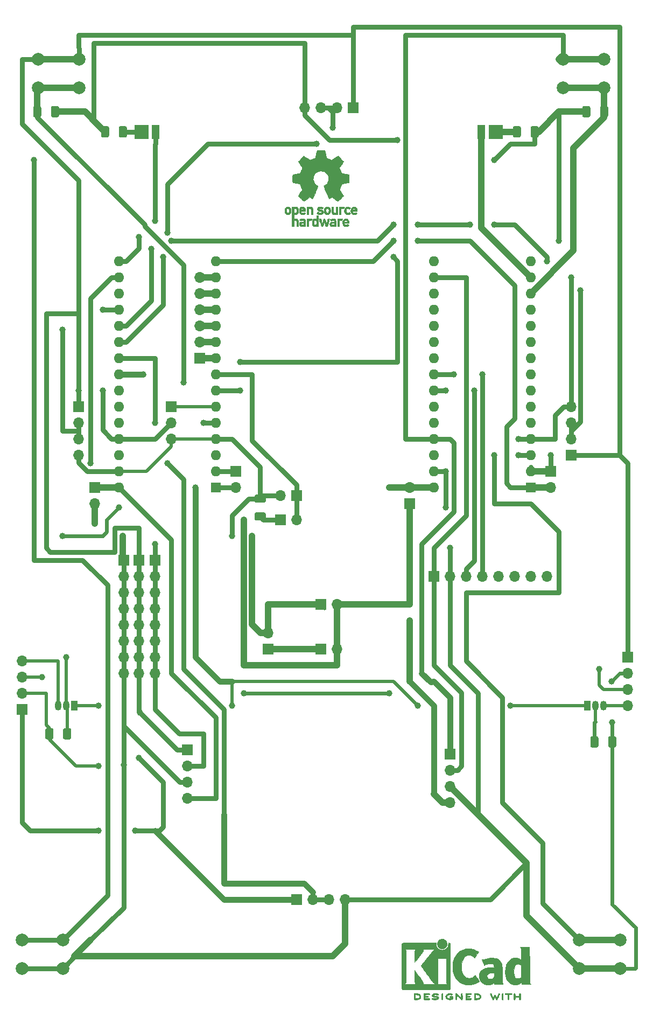
<source format=gbr>
G04 #@! TF.GenerationSoftware,KiCad,Pcbnew,5.1.5-52549c5~84~ubuntu18.04.1*
G04 #@! TF.CreationDate,2019-12-30T18:31:59+07:00*
G04 #@! TF.ProjectId,plate,706c6174-652e-46b6-9963-61645f706362,rev?*
G04 #@! TF.SameCoordinates,Original*
G04 #@! TF.FileFunction,Copper,L1,Top*
G04 #@! TF.FilePolarity,Positive*
%FSLAX46Y46*%
G04 Gerber Fmt 4.6, Leading zero omitted, Abs format (unit mm)*
G04 Created by KiCad (PCBNEW 5.1.5-52549c5~84~ubuntu18.04.1) date 2019-12-30 18:31:59*
%MOMM*%
%LPD*%
G04 APERTURE LIST*
%ADD10C,0.010000*%
%ADD11O,1.700000X1.700000*%
%ADD12R,1.700000X1.700000*%
%ADD13C,0.100000*%
%ADD14C,2.000000*%
%ADD15R,1.050000X1.500000*%
%ADD16O,1.050000X1.500000*%
%ADD17O,1.600000X1.600000*%
%ADD18R,1.600000X1.600000*%
%ADD19R,1.250000X2.200000*%
%ADD20R,2.200000X2.200000*%
%ADD21C,1.000000*%
%ADD22C,0.500000*%
%ADD23C,0.800000*%
%ADD24C,1.000000*%
%ADD25C,0.900000*%
%ADD26C,0.600000*%
G04 APERTURE END LIST*
D10*
G36*
X88376535Y-44163172D02*
G01*
X88489117Y-44760363D01*
X88904531Y-44931610D01*
X89319944Y-45102857D01*
X89818302Y-44763978D01*
X89957868Y-44669622D01*
X90084028Y-44585375D01*
X90190895Y-44515083D01*
X90272582Y-44462592D01*
X90323201Y-44431749D01*
X90336986Y-44425098D01*
X90361820Y-44442203D01*
X90414888Y-44489489D01*
X90490240Y-44560917D01*
X90581929Y-44650445D01*
X90684007Y-44752034D01*
X90790526Y-44859643D01*
X90895536Y-44967232D01*
X90993091Y-45068760D01*
X91077242Y-45158186D01*
X91142040Y-45229471D01*
X91181538Y-45276573D01*
X91190980Y-45292337D01*
X91177391Y-45321398D01*
X91139293Y-45385066D01*
X91080694Y-45477112D01*
X91005597Y-45591309D01*
X90918009Y-45721429D01*
X90867254Y-45795646D01*
X90774745Y-45931167D01*
X90692540Y-46053461D01*
X90624630Y-46156440D01*
X90575000Y-46234018D01*
X90547640Y-46280106D01*
X90543529Y-46289792D01*
X90552849Y-46317319D01*
X90578254Y-46381473D01*
X90615911Y-46473235D01*
X90661986Y-46583584D01*
X90712646Y-46703500D01*
X90764059Y-46823964D01*
X90812389Y-46935954D01*
X90853806Y-47030452D01*
X90884474Y-47098437D01*
X90900562Y-47130888D01*
X90901511Y-47132165D01*
X90926772Y-47138362D01*
X90994046Y-47152185D01*
X91096360Y-47172277D01*
X91226741Y-47197279D01*
X91378216Y-47225831D01*
X91466594Y-47242296D01*
X91628452Y-47273114D01*
X91774649Y-47302439D01*
X91897787Y-47328666D01*
X91990469Y-47350191D01*
X92045301Y-47365410D01*
X92056323Y-47370238D01*
X92067119Y-47402919D01*
X92075829Y-47476730D01*
X92082460Y-47583037D01*
X92087018Y-47713212D01*
X92089509Y-47858621D01*
X92089938Y-48010635D01*
X92088311Y-48160622D01*
X92084635Y-48299951D01*
X92078915Y-48419990D01*
X92071158Y-48512110D01*
X92061368Y-48567677D01*
X92055496Y-48579245D01*
X92020399Y-48593110D01*
X91946028Y-48612933D01*
X91842223Y-48636384D01*
X91718819Y-48661136D01*
X91675741Y-48669143D01*
X91468047Y-48707186D01*
X91303984Y-48737824D01*
X91178130Y-48762274D01*
X91085065Y-48781754D01*
X91019367Y-48797481D01*
X90975617Y-48810673D01*
X90948392Y-48822549D01*
X90932272Y-48834325D01*
X90930017Y-48836653D01*
X90907503Y-48874145D01*
X90873158Y-48947110D01*
X90830411Y-49046612D01*
X90782692Y-49163718D01*
X90733430Y-49289493D01*
X90686055Y-49415002D01*
X90643995Y-49531310D01*
X90610680Y-49629484D01*
X90589541Y-49700588D01*
X90584005Y-49735687D01*
X90584466Y-49736917D01*
X90603223Y-49765606D01*
X90645776Y-49828730D01*
X90707653Y-49919718D01*
X90784382Y-50032000D01*
X90871491Y-50159005D01*
X90896299Y-50195098D01*
X90984753Y-50325948D01*
X91062588Y-50445336D01*
X91125566Y-50546407D01*
X91169445Y-50622304D01*
X91189985Y-50666172D01*
X91190980Y-50671562D01*
X91173722Y-50699889D01*
X91126036Y-50756006D01*
X91054050Y-50833882D01*
X90963897Y-50927485D01*
X90861705Y-51030786D01*
X90753606Y-51137751D01*
X90645728Y-51242351D01*
X90544204Y-51338554D01*
X90455162Y-51420329D01*
X90384733Y-51481645D01*
X90339047Y-51516471D01*
X90326409Y-51522157D01*
X90296991Y-51508765D01*
X90236761Y-51472644D01*
X90155530Y-51419881D01*
X90093030Y-51377412D01*
X89979785Y-51299485D01*
X89845674Y-51207729D01*
X89711155Y-51116120D01*
X89638833Y-51067091D01*
X89394038Y-50901515D01*
X89188551Y-51012620D01*
X89094936Y-51061293D01*
X89015330Y-51099126D01*
X88961467Y-51120703D01*
X88947757Y-51123706D01*
X88931270Y-51101538D01*
X88898745Y-51038894D01*
X88852609Y-50941554D01*
X88795290Y-50815294D01*
X88729216Y-50665895D01*
X88656815Y-50499133D01*
X88580516Y-50320787D01*
X88502746Y-50136636D01*
X88425934Y-49952457D01*
X88352506Y-49774030D01*
X88284892Y-49607132D01*
X88225520Y-49457542D01*
X88176816Y-49331038D01*
X88141210Y-49233399D01*
X88121130Y-49170402D01*
X88117900Y-49148766D01*
X88143496Y-49121169D01*
X88199539Y-49076370D01*
X88274311Y-49023679D01*
X88280587Y-49019510D01*
X88473845Y-48864814D01*
X88629674Y-48684336D01*
X88746724Y-48483847D01*
X88823645Y-48269119D01*
X88859086Y-48045922D01*
X88851697Y-47820026D01*
X88800127Y-47597204D01*
X88703026Y-47383224D01*
X88674458Y-47336409D01*
X88525868Y-47147363D01*
X88350327Y-46995557D01*
X88153910Y-46881779D01*
X87942693Y-46806820D01*
X87722753Y-46771467D01*
X87500163Y-46776512D01*
X87281001Y-46822744D01*
X87071342Y-46910951D01*
X86877261Y-47041924D01*
X86817226Y-47095082D01*
X86664435Y-47261484D01*
X86553097Y-47436657D01*
X86476723Y-47633011D01*
X86434187Y-47827462D01*
X86423686Y-48046087D01*
X86458701Y-48265797D01*
X86535673Y-48479165D01*
X86651047Y-48678767D01*
X86801266Y-48857174D01*
X86982773Y-49006962D01*
X87006627Y-49022751D01*
X87082201Y-49074457D01*
X87139651Y-49119257D01*
X87167117Y-49147862D01*
X87167517Y-49148766D01*
X87161620Y-49179709D01*
X87138245Y-49249936D01*
X87099821Y-49353670D01*
X87048777Y-49485135D01*
X86987542Y-49638552D01*
X86918544Y-49808146D01*
X86844214Y-49988138D01*
X86766978Y-50172753D01*
X86689268Y-50356213D01*
X86613511Y-50532741D01*
X86542137Y-50696559D01*
X86477574Y-50841892D01*
X86422252Y-50962962D01*
X86378600Y-51053992D01*
X86349046Y-51109205D01*
X86337144Y-51123706D01*
X86300777Y-51112414D01*
X86232730Y-51082130D01*
X86144737Y-51038265D01*
X86096351Y-51012620D01*
X85890863Y-50901515D01*
X85646068Y-51067091D01*
X85521106Y-51151915D01*
X85384295Y-51245261D01*
X85256089Y-51333153D01*
X85191871Y-51377412D01*
X85101551Y-51438063D01*
X85025071Y-51486126D01*
X84972407Y-51515515D01*
X84955302Y-51521727D01*
X84930405Y-51504968D01*
X84875305Y-51458181D01*
X84795343Y-51386225D01*
X84695861Y-51293957D01*
X84582200Y-51186235D01*
X84510315Y-51117071D01*
X84384551Y-50993502D01*
X84275863Y-50882979D01*
X84188645Y-50790230D01*
X84127289Y-50719982D01*
X84096191Y-50676965D01*
X84093208Y-50668235D01*
X84107053Y-50635029D01*
X84145312Y-50567887D01*
X84203742Y-50473608D01*
X84278097Y-50358990D01*
X84364135Y-50230828D01*
X84388603Y-50195098D01*
X84477755Y-50065234D01*
X84557738Y-49948314D01*
X84624080Y-49850907D01*
X84672311Y-49779584D01*
X84697957Y-49740915D01*
X84700435Y-49736917D01*
X84696729Y-49706100D01*
X84677061Y-49638344D01*
X84644860Y-49542584D01*
X84603555Y-49427754D01*
X84556575Y-49302789D01*
X84507349Y-49176624D01*
X84459308Y-49058193D01*
X84415881Y-48956430D01*
X84380496Y-48880271D01*
X84356584Y-48838649D01*
X84354884Y-48836653D01*
X84340262Y-48824758D01*
X84315565Y-48812995D01*
X84275372Y-48800146D01*
X84214263Y-48784994D01*
X84126817Y-48766321D01*
X84007612Y-48742910D01*
X83851227Y-48713542D01*
X83652243Y-48677000D01*
X83609160Y-48669143D01*
X83481471Y-48644472D01*
X83370153Y-48620338D01*
X83285045Y-48599069D01*
X83235983Y-48582993D01*
X83229405Y-48579245D01*
X83218564Y-48546018D01*
X83209753Y-48471766D01*
X83202976Y-48365121D01*
X83198240Y-48234712D01*
X83195550Y-48089172D01*
X83194913Y-47937131D01*
X83196334Y-47787221D01*
X83199820Y-47648073D01*
X83205376Y-47528317D01*
X83213008Y-47436586D01*
X83222722Y-47381511D01*
X83228578Y-47370238D01*
X83261180Y-47358868D01*
X83335418Y-47340369D01*
X83443896Y-47316347D01*
X83579217Y-47288407D01*
X83733985Y-47258153D01*
X83818308Y-47242296D01*
X83978296Y-47212389D01*
X84120967Y-47185295D01*
X84239348Y-47162376D01*
X84326465Y-47144988D01*
X84375345Y-47134492D01*
X84383390Y-47132165D01*
X84396987Y-47105931D01*
X84425729Y-47042740D01*
X84465785Y-46951622D01*
X84513324Y-46841602D01*
X84564515Y-46721710D01*
X84615526Y-46600972D01*
X84662526Y-46488416D01*
X84701684Y-46393071D01*
X84729169Y-46323962D01*
X84741149Y-46290119D01*
X84741372Y-46288640D01*
X84727791Y-46261942D01*
X84689715Y-46200505D01*
X84631147Y-46110434D01*
X84556088Y-45997835D01*
X84468540Y-45868815D01*
X84417647Y-45794706D01*
X84324909Y-45658822D01*
X84242541Y-45535454D01*
X84174561Y-45430842D01*
X84124988Y-45351228D01*
X84097842Y-45302852D01*
X84093921Y-45292007D01*
X84110775Y-45266765D01*
X84157368Y-45212869D01*
X84227749Y-45136358D01*
X84315965Y-45043268D01*
X84416065Y-44939640D01*
X84522098Y-44831509D01*
X84628111Y-44724915D01*
X84728152Y-44625895D01*
X84816270Y-44540487D01*
X84886513Y-44474730D01*
X84932928Y-44434661D01*
X84948456Y-44425098D01*
X84973739Y-44438545D01*
X85034211Y-44476320D01*
X85123992Y-44534580D01*
X85237203Y-44609479D01*
X85367964Y-44697170D01*
X85466600Y-44763978D01*
X85964957Y-45102857D01*
X86380371Y-44931610D01*
X86795784Y-44760363D01*
X86908366Y-44163172D01*
X87020949Y-43565980D01*
X88263952Y-43565980D01*
X88376535Y-44163172D01*
G37*
X88376535Y-44163172D02*
X88489117Y-44760363D01*
X88904531Y-44931610D01*
X89319944Y-45102857D01*
X89818302Y-44763978D01*
X89957868Y-44669622D01*
X90084028Y-44585375D01*
X90190895Y-44515083D01*
X90272582Y-44462592D01*
X90323201Y-44431749D01*
X90336986Y-44425098D01*
X90361820Y-44442203D01*
X90414888Y-44489489D01*
X90490240Y-44560917D01*
X90581929Y-44650445D01*
X90684007Y-44752034D01*
X90790526Y-44859643D01*
X90895536Y-44967232D01*
X90993091Y-45068760D01*
X91077242Y-45158186D01*
X91142040Y-45229471D01*
X91181538Y-45276573D01*
X91190980Y-45292337D01*
X91177391Y-45321398D01*
X91139293Y-45385066D01*
X91080694Y-45477112D01*
X91005597Y-45591309D01*
X90918009Y-45721429D01*
X90867254Y-45795646D01*
X90774745Y-45931167D01*
X90692540Y-46053461D01*
X90624630Y-46156440D01*
X90575000Y-46234018D01*
X90547640Y-46280106D01*
X90543529Y-46289792D01*
X90552849Y-46317319D01*
X90578254Y-46381473D01*
X90615911Y-46473235D01*
X90661986Y-46583584D01*
X90712646Y-46703500D01*
X90764059Y-46823964D01*
X90812389Y-46935954D01*
X90853806Y-47030452D01*
X90884474Y-47098437D01*
X90900562Y-47130888D01*
X90901511Y-47132165D01*
X90926772Y-47138362D01*
X90994046Y-47152185D01*
X91096360Y-47172277D01*
X91226741Y-47197279D01*
X91378216Y-47225831D01*
X91466594Y-47242296D01*
X91628452Y-47273114D01*
X91774649Y-47302439D01*
X91897787Y-47328666D01*
X91990469Y-47350191D01*
X92045301Y-47365410D01*
X92056323Y-47370238D01*
X92067119Y-47402919D01*
X92075829Y-47476730D01*
X92082460Y-47583037D01*
X92087018Y-47713212D01*
X92089509Y-47858621D01*
X92089938Y-48010635D01*
X92088311Y-48160622D01*
X92084635Y-48299951D01*
X92078915Y-48419990D01*
X92071158Y-48512110D01*
X92061368Y-48567677D01*
X92055496Y-48579245D01*
X92020399Y-48593110D01*
X91946028Y-48612933D01*
X91842223Y-48636384D01*
X91718819Y-48661136D01*
X91675741Y-48669143D01*
X91468047Y-48707186D01*
X91303984Y-48737824D01*
X91178130Y-48762274D01*
X91085065Y-48781754D01*
X91019367Y-48797481D01*
X90975617Y-48810673D01*
X90948392Y-48822549D01*
X90932272Y-48834325D01*
X90930017Y-48836653D01*
X90907503Y-48874145D01*
X90873158Y-48947110D01*
X90830411Y-49046612D01*
X90782692Y-49163718D01*
X90733430Y-49289493D01*
X90686055Y-49415002D01*
X90643995Y-49531310D01*
X90610680Y-49629484D01*
X90589541Y-49700588D01*
X90584005Y-49735687D01*
X90584466Y-49736917D01*
X90603223Y-49765606D01*
X90645776Y-49828730D01*
X90707653Y-49919718D01*
X90784382Y-50032000D01*
X90871491Y-50159005D01*
X90896299Y-50195098D01*
X90984753Y-50325948D01*
X91062588Y-50445336D01*
X91125566Y-50546407D01*
X91169445Y-50622304D01*
X91189985Y-50666172D01*
X91190980Y-50671562D01*
X91173722Y-50699889D01*
X91126036Y-50756006D01*
X91054050Y-50833882D01*
X90963897Y-50927485D01*
X90861705Y-51030786D01*
X90753606Y-51137751D01*
X90645728Y-51242351D01*
X90544204Y-51338554D01*
X90455162Y-51420329D01*
X90384733Y-51481645D01*
X90339047Y-51516471D01*
X90326409Y-51522157D01*
X90296991Y-51508765D01*
X90236761Y-51472644D01*
X90155530Y-51419881D01*
X90093030Y-51377412D01*
X89979785Y-51299485D01*
X89845674Y-51207729D01*
X89711155Y-51116120D01*
X89638833Y-51067091D01*
X89394038Y-50901515D01*
X89188551Y-51012620D01*
X89094936Y-51061293D01*
X89015330Y-51099126D01*
X88961467Y-51120703D01*
X88947757Y-51123706D01*
X88931270Y-51101538D01*
X88898745Y-51038894D01*
X88852609Y-50941554D01*
X88795290Y-50815294D01*
X88729216Y-50665895D01*
X88656815Y-50499133D01*
X88580516Y-50320787D01*
X88502746Y-50136636D01*
X88425934Y-49952457D01*
X88352506Y-49774030D01*
X88284892Y-49607132D01*
X88225520Y-49457542D01*
X88176816Y-49331038D01*
X88141210Y-49233399D01*
X88121130Y-49170402D01*
X88117900Y-49148766D01*
X88143496Y-49121169D01*
X88199539Y-49076370D01*
X88274311Y-49023679D01*
X88280587Y-49019510D01*
X88473845Y-48864814D01*
X88629674Y-48684336D01*
X88746724Y-48483847D01*
X88823645Y-48269119D01*
X88859086Y-48045922D01*
X88851697Y-47820026D01*
X88800127Y-47597204D01*
X88703026Y-47383224D01*
X88674458Y-47336409D01*
X88525868Y-47147363D01*
X88350327Y-46995557D01*
X88153910Y-46881779D01*
X87942693Y-46806820D01*
X87722753Y-46771467D01*
X87500163Y-46776512D01*
X87281001Y-46822744D01*
X87071342Y-46910951D01*
X86877261Y-47041924D01*
X86817226Y-47095082D01*
X86664435Y-47261484D01*
X86553097Y-47436657D01*
X86476723Y-47633011D01*
X86434187Y-47827462D01*
X86423686Y-48046087D01*
X86458701Y-48265797D01*
X86535673Y-48479165D01*
X86651047Y-48678767D01*
X86801266Y-48857174D01*
X86982773Y-49006962D01*
X87006627Y-49022751D01*
X87082201Y-49074457D01*
X87139651Y-49119257D01*
X87167117Y-49147862D01*
X87167517Y-49148766D01*
X87161620Y-49179709D01*
X87138245Y-49249936D01*
X87099821Y-49353670D01*
X87048777Y-49485135D01*
X86987542Y-49638552D01*
X86918544Y-49808146D01*
X86844214Y-49988138D01*
X86766978Y-50172753D01*
X86689268Y-50356213D01*
X86613511Y-50532741D01*
X86542137Y-50696559D01*
X86477574Y-50841892D01*
X86422252Y-50962962D01*
X86378600Y-51053992D01*
X86349046Y-51109205D01*
X86337144Y-51123706D01*
X86300777Y-51112414D01*
X86232730Y-51082130D01*
X86144737Y-51038265D01*
X86096351Y-51012620D01*
X85890863Y-50901515D01*
X85646068Y-51067091D01*
X85521106Y-51151915D01*
X85384295Y-51245261D01*
X85256089Y-51333153D01*
X85191871Y-51377412D01*
X85101551Y-51438063D01*
X85025071Y-51486126D01*
X84972407Y-51515515D01*
X84955302Y-51521727D01*
X84930405Y-51504968D01*
X84875305Y-51458181D01*
X84795343Y-51386225D01*
X84695861Y-51293957D01*
X84582200Y-51186235D01*
X84510315Y-51117071D01*
X84384551Y-50993502D01*
X84275863Y-50882979D01*
X84188645Y-50790230D01*
X84127289Y-50719982D01*
X84096191Y-50676965D01*
X84093208Y-50668235D01*
X84107053Y-50635029D01*
X84145312Y-50567887D01*
X84203742Y-50473608D01*
X84278097Y-50358990D01*
X84364135Y-50230828D01*
X84388603Y-50195098D01*
X84477755Y-50065234D01*
X84557738Y-49948314D01*
X84624080Y-49850907D01*
X84672311Y-49779584D01*
X84697957Y-49740915D01*
X84700435Y-49736917D01*
X84696729Y-49706100D01*
X84677061Y-49638344D01*
X84644860Y-49542584D01*
X84603555Y-49427754D01*
X84556575Y-49302789D01*
X84507349Y-49176624D01*
X84459308Y-49058193D01*
X84415881Y-48956430D01*
X84380496Y-48880271D01*
X84356584Y-48838649D01*
X84354884Y-48836653D01*
X84340262Y-48824758D01*
X84315565Y-48812995D01*
X84275372Y-48800146D01*
X84214263Y-48784994D01*
X84126817Y-48766321D01*
X84007612Y-48742910D01*
X83851227Y-48713542D01*
X83652243Y-48677000D01*
X83609160Y-48669143D01*
X83481471Y-48644472D01*
X83370153Y-48620338D01*
X83285045Y-48599069D01*
X83235983Y-48582993D01*
X83229405Y-48579245D01*
X83218564Y-48546018D01*
X83209753Y-48471766D01*
X83202976Y-48365121D01*
X83198240Y-48234712D01*
X83195550Y-48089172D01*
X83194913Y-47937131D01*
X83196334Y-47787221D01*
X83199820Y-47648073D01*
X83205376Y-47528317D01*
X83213008Y-47436586D01*
X83222722Y-47381511D01*
X83228578Y-47370238D01*
X83261180Y-47358868D01*
X83335418Y-47340369D01*
X83443896Y-47316347D01*
X83579217Y-47288407D01*
X83733985Y-47258153D01*
X83818308Y-47242296D01*
X83978296Y-47212389D01*
X84120967Y-47185295D01*
X84239348Y-47162376D01*
X84326465Y-47144988D01*
X84375345Y-47134492D01*
X84383390Y-47132165D01*
X84396987Y-47105931D01*
X84425729Y-47042740D01*
X84465785Y-46951622D01*
X84513324Y-46841602D01*
X84564515Y-46721710D01*
X84615526Y-46600972D01*
X84662526Y-46488416D01*
X84701684Y-46393071D01*
X84729169Y-46323962D01*
X84741149Y-46290119D01*
X84741372Y-46288640D01*
X84727791Y-46261942D01*
X84689715Y-46200505D01*
X84631147Y-46110434D01*
X84556088Y-45997835D01*
X84468540Y-45868815D01*
X84417647Y-45794706D01*
X84324909Y-45658822D01*
X84242541Y-45535454D01*
X84174561Y-45430842D01*
X84124988Y-45351228D01*
X84097842Y-45302852D01*
X84093921Y-45292007D01*
X84110775Y-45266765D01*
X84157368Y-45212869D01*
X84227749Y-45136358D01*
X84315965Y-45043268D01*
X84416065Y-44939640D01*
X84522098Y-44831509D01*
X84628111Y-44724915D01*
X84728152Y-44625895D01*
X84816270Y-44540487D01*
X84886513Y-44474730D01*
X84932928Y-44434661D01*
X84948456Y-44425098D01*
X84973739Y-44438545D01*
X85034211Y-44476320D01*
X85123992Y-44534580D01*
X85237203Y-44609479D01*
X85367964Y-44697170D01*
X85466600Y-44763978D01*
X85964957Y-45102857D01*
X86380371Y-44931610D01*
X86795784Y-44760363D01*
X86908366Y-44163172D01*
X87020949Y-43565980D01*
X88263952Y-43565980D01*
X88376535Y-44163172D01*
G36*
X91193637Y-52417472D02*
G01*
X91279290Y-52443641D01*
X91334437Y-52476707D01*
X91352401Y-52502855D01*
X91347457Y-52533852D01*
X91315372Y-52582547D01*
X91288243Y-52617035D01*
X91232317Y-52679383D01*
X91190299Y-52705615D01*
X91154480Y-52703903D01*
X91048224Y-52676863D01*
X90970189Y-52678091D01*
X90906820Y-52708735D01*
X90885546Y-52726670D01*
X90817451Y-52789779D01*
X90817451Y-53613922D01*
X90543529Y-53613922D01*
X90543529Y-52418628D01*
X90680490Y-52418628D01*
X90762719Y-52421879D01*
X90805144Y-52433426D01*
X90817445Y-52455952D01*
X90817451Y-52456620D01*
X90823260Y-52480215D01*
X90849531Y-52477138D01*
X90885931Y-52460115D01*
X90961111Y-52428439D01*
X91022158Y-52409381D01*
X91100708Y-52404496D01*
X91193637Y-52417472D01*
G37*
X91193637Y-52417472D02*
X91279290Y-52443641D01*
X91334437Y-52476707D01*
X91352401Y-52502855D01*
X91347457Y-52533852D01*
X91315372Y-52582547D01*
X91288243Y-52617035D01*
X91232317Y-52679383D01*
X91190299Y-52705615D01*
X91154480Y-52703903D01*
X91048224Y-52676863D01*
X90970189Y-52678091D01*
X90906820Y-52708735D01*
X90885546Y-52726670D01*
X90817451Y-52789779D01*
X90817451Y-53613922D01*
X90543529Y-53613922D01*
X90543529Y-52418628D01*
X90680490Y-52418628D01*
X90762719Y-52421879D01*
X90805144Y-52433426D01*
X90817445Y-52455952D01*
X90817451Y-52456620D01*
X90823260Y-52480215D01*
X90849531Y-52477138D01*
X90885931Y-52460115D01*
X90961111Y-52428439D01*
X91022158Y-52409381D01*
X91100708Y-52404496D01*
X91193637Y-52417472D01*
G36*
X86136760Y-52439199D02*
G01*
X86198736Y-52468802D01*
X86258759Y-52511561D01*
X86304486Y-52560775D01*
X86337793Y-52623544D01*
X86360555Y-52706971D01*
X86374647Y-52818159D01*
X86381942Y-52964209D01*
X86384318Y-53152223D01*
X86384355Y-53171912D01*
X86384902Y-53613922D01*
X86110980Y-53613922D01*
X86110980Y-53206435D01*
X86110785Y-53055471D01*
X86109436Y-52946056D01*
X86105788Y-52869933D01*
X86098696Y-52818848D01*
X86087013Y-52784545D01*
X86069594Y-52758768D01*
X86045329Y-52733298D01*
X85960435Y-52678571D01*
X85867761Y-52668416D01*
X85779473Y-52703017D01*
X85748770Y-52728770D01*
X85726229Y-52752982D01*
X85710046Y-52778912D01*
X85699168Y-52814708D01*
X85692542Y-52868519D01*
X85689115Y-52948493D01*
X85687834Y-53062779D01*
X85687647Y-53201907D01*
X85687647Y-53613922D01*
X85413725Y-53613922D01*
X85413725Y-52418628D01*
X85550686Y-52418628D01*
X85632916Y-52421879D01*
X85675340Y-52433426D01*
X85687641Y-52455952D01*
X85687647Y-52456620D01*
X85693354Y-52478681D01*
X85718527Y-52476177D01*
X85768578Y-52451937D01*
X85882094Y-52416271D01*
X86011945Y-52412305D01*
X86136760Y-52439199D01*
G37*
X86136760Y-52439199D02*
X86198736Y-52468802D01*
X86258759Y-52511561D01*
X86304486Y-52560775D01*
X86337793Y-52623544D01*
X86360555Y-52706971D01*
X86374647Y-52818159D01*
X86381942Y-52964209D01*
X86384318Y-53152223D01*
X86384355Y-53171912D01*
X86384902Y-53613922D01*
X86110980Y-53613922D01*
X86110980Y-53206435D01*
X86110785Y-53055471D01*
X86109436Y-52946056D01*
X86105788Y-52869933D01*
X86098696Y-52818848D01*
X86087013Y-52784545D01*
X86069594Y-52758768D01*
X86045329Y-52733298D01*
X85960435Y-52678571D01*
X85867761Y-52668416D01*
X85779473Y-52703017D01*
X85748770Y-52728770D01*
X85726229Y-52752982D01*
X85710046Y-52778912D01*
X85699168Y-52814708D01*
X85692542Y-52868519D01*
X85689115Y-52948493D01*
X85687834Y-53062779D01*
X85687647Y-53201907D01*
X85687647Y-53613922D01*
X85413725Y-53613922D01*
X85413725Y-52418628D01*
X85550686Y-52418628D01*
X85632916Y-52421879D01*
X85675340Y-52433426D01*
X85687641Y-52455952D01*
X85687647Y-52456620D01*
X85693354Y-52478681D01*
X85718527Y-52476177D01*
X85768578Y-52451937D01*
X85882094Y-52416271D01*
X86011945Y-52412305D01*
X86136760Y-52439199D01*
G36*
X92933287Y-52414355D02*
G01*
X92997051Y-52429845D01*
X93119300Y-52486569D01*
X93223834Y-52573202D01*
X93296180Y-52677074D01*
X93306119Y-52700396D01*
X93319754Y-52761484D01*
X93329298Y-52851853D01*
X93332549Y-52943190D01*
X93332549Y-53115882D01*
X92971470Y-53115882D01*
X92822546Y-53116445D01*
X92717632Y-53119864D01*
X92650937Y-53128731D01*
X92616666Y-53145641D01*
X92609028Y-53173189D01*
X92622229Y-53213968D01*
X92645877Y-53261683D01*
X92711843Y-53341314D01*
X92803512Y-53380987D01*
X92915555Y-53379695D01*
X93042472Y-53336514D01*
X93152158Y-53283224D01*
X93243173Y-53355191D01*
X93334188Y-53427157D01*
X93248563Y-53506269D01*
X93134250Y-53581017D01*
X92993666Y-53626084D01*
X92842449Y-53638696D01*
X92696236Y-53616079D01*
X92672647Y-53608405D01*
X92544141Y-53541296D01*
X92448551Y-53441247D01*
X92383861Y-53305271D01*
X92348057Y-53130380D01*
X92347640Y-53126632D01*
X92344434Y-52936032D01*
X92357393Y-52868035D01*
X92610392Y-52868035D01*
X92633627Y-52878491D01*
X92696710Y-52886500D01*
X92789706Y-52891073D01*
X92848638Y-52891765D01*
X92958537Y-52891332D01*
X93027252Y-52888578D01*
X93063405Y-52881321D01*
X93075615Y-52867376D01*
X93072504Y-52844562D01*
X93069894Y-52835735D01*
X93025344Y-52752800D01*
X92955279Y-52685960D01*
X92893446Y-52656589D01*
X92811301Y-52658362D01*
X92728062Y-52694990D01*
X92658238Y-52755634D01*
X92616337Y-52829456D01*
X92610392Y-52868035D01*
X92357393Y-52868035D01*
X92376385Y-52768395D01*
X92439773Y-52627711D01*
X92530878Y-52517974D01*
X92645978Y-52443174D01*
X92781355Y-52407304D01*
X92933287Y-52414355D01*
G37*
X92933287Y-52414355D02*
X92997051Y-52429845D01*
X93119300Y-52486569D01*
X93223834Y-52573202D01*
X93296180Y-52677074D01*
X93306119Y-52700396D01*
X93319754Y-52761484D01*
X93329298Y-52851853D01*
X93332549Y-52943190D01*
X93332549Y-53115882D01*
X92971470Y-53115882D01*
X92822546Y-53116445D01*
X92717632Y-53119864D01*
X92650937Y-53128731D01*
X92616666Y-53145641D01*
X92609028Y-53173189D01*
X92622229Y-53213968D01*
X92645877Y-53261683D01*
X92711843Y-53341314D01*
X92803512Y-53380987D01*
X92915555Y-53379695D01*
X93042472Y-53336514D01*
X93152158Y-53283224D01*
X93243173Y-53355191D01*
X93334188Y-53427157D01*
X93248563Y-53506269D01*
X93134250Y-53581017D01*
X92993666Y-53626084D01*
X92842449Y-53638696D01*
X92696236Y-53616079D01*
X92672647Y-53608405D01*
X92544141Y-53541296D01*
X92448551Y-53441247D01*
X92383861Y-53305271D01*
X92348057Y-53130380D01*
X92347640Y-53126632D01*
X92344434Y-52936032D01*
X92357393Y-52868035D01*
X92610392Y-52868035D01*
X92633627Y-52878491D01*
X92696710Y-52886500D01*
X92789706Y-52891073D01*
X92848638Y-52891765D01*
X92958537Y-52891332D01*
X93027252Y-52888578D01*
X93063405Y-52881321D01*
X93075615Y-52867376D01*
X93072504Y-52844562D01*
X93069894Y-52835735D01*
X93025344Y-52752800D01*
X92955279Y-52685960D01*
X92893446Y-52656589D01*
X92811301Y-52658362D01*
X92728062Y-52694990D01*
X92658238Y-52755634D01*
X92616337Y-52829456D01*
X92610392Y-52868035D01*
X92357393Y-52868035D01*
X92376385Y-52768395D01*
X92439773Y-52627711D01*
X92530878Y-52517974D01*
X92645978Y-52443174D01*
X92781355Y-52407304D01*
X92933287Y-52414355D01*
G36*
X92020976Y-52429056D02*
G01*
X92165256Y-52490348D01*
X92210699Y-52520185D01*
X92268779Y-52566036D01*
X92305238Y-52602089D01*
X92311568Y-52613832D01*
X92293693Y-52639889D01*
X92247950Y-52684105D01*
X92211328Y-52714965D01*
X92111088Y-52795520D01*
X92031935Y-52728918D01*
X91970769Y-52685921D01*
X91911129Y-52671079D01*
X91842872Y-52674704D01*
X91734482Y-52701652D01*
X91659872Y-52757587D01*
X91614530Y-52848014D01*
X91593947Y-52978435D01*
X91593942Y-52978517D01*
X91595722Y-53124290D01*
X91623387Y-53231245D01*
X91678571Y-53304064D01*
X91716192Y-53328723D01*
X91816105Y-53359431D01*
X91922822Y-53359449D01*
X92015669Y-53329655D01*
X92037647Y-53315098D01*
X92092765Y-53277914D01*
X92135859Y-53271820D01*
X92182335Y-53299496D01*
X92233716Y-53349205D01*
X92315046Y-53433116D01*
X92224749Y-53507546D01*
X92085236Y-53591549D01*
X91927912Y-53632947D01*
X91763503Y-53629950D01*
X91655531Y-53602500D01*
X91529331Y-53534620D01*
X91428401Y-53427831D01*
X91382548Y-53352451D01*
X91345410Y-53244297D01*
X91326827Y-53107318D01*
X91326684Y-52958864D01*
X91344865Y-52816281D01*
X91381255Y-52696918D01*
X91386987Y-52684680D01*
X91471865Y-52564655D01*
X91586782Y-52477267D01*
X91722659Y-52424329D01*
X91870417Y-52407654D01*
X92020976Y-52429056D01*
G37*
X92020976Y-52429056D02*
X92165256Y-52490348D01*
X92210699Y-52520185D01*
X92268779Y-52566036D01*
X92305238Y-52602089D01*
X92311568Y-52613832D01*
X92293693Y-52639889D01*
X92247950Y-52684105D01*
X92211328Y-52714965D01*
X92111088Y-52795520D01*
X92031935Y-52728918D01*
X91970769Y-52685921D01*
X91911129Y-52671079D01*
X91842872Y-52674704D01*
X91734482Y-52701652D01*
X91659872Y-52757587D01*
X91614530Y-52848014D01*
X91593947Y-52978435D01*
X91593942Y-52978517D01*
X91595722Y-53124290D01*
X91623387Y-53231245D01*
X91678571Y-53304064D01*
X91716192Y-53328723D01*
X91816105Y-53359431D01*
X91922822Y-53359449D01*
X92015669Y-53329655D01*
X92037647Y-53315098D01*
X92092765Y-53277914D01*
X92135859Y-53271820D01*
X92182335Y-53299496D01*
X92233716Y-53349205D01*
X92315046Y-53433116D01*
X92224749Y-53507546D01*
X92085236Y-53591549D01*
X91927912Y-53632947D01*
X91763503Y-53629950D01*
X91655531Y-53602500D01*
X91529331Y-53534620D01*
X91428401Y-53427831D01*
X91382548Y-53352451D01*
X91345410Y-53244297D01*
X91326827Y-53107318D01*
X91326684Y-52958864D01*
X91344865Y-52816281D01*
X91381255Y-52696918D01*
X91386987Y-52684680D01*
X91471865Y-52564655D01*
X91586782Y-52477267D01*
X91722659Y-52424329D01*
X91870417Y-52407654D01*
X92020976Y-52429056D01*
G36*
X89597254Y-52806245D02*
G01*
X89599608Y-52988879D01*
X89608207Y-53127600D01*
X89625360Y-53228147D01*
X89653374Y-53296254D01*
X89694557Y-53337659D01*
X89751217Y-53358097D01*
X89821372Y-53363318D01*
X89894848Y-53357468D01*
X89950657Y-53336093D01*
X89991109Y-53293458D01*
X90018509Y-53223825D01*
X90035167Y-53121460D01*
X90043389Y-52980624D01*
X90045490Y-52806245D01*
X90045490Y-52418628D01*
X90319411Y-52418628D01*
X90319411Y-53613922D01*
X90182451Y-53613922D01*
X90099884Y-53610576D01*
X90057368Y-53598826D01*
X90045490Y-53576520D01*
X90038336Y-53556654D01*
X90009865Y-53560857D01*
X89952476Y-53588971D01*
X89820945Y-53632342D01*
X89681438Y-53629270D01*
X89547765Y-53582174D01*
X89484108Y-53544971D01*
X89435553Y-53504691D01*
X89400081Y-53454291D01*
X89375674Y-53386729D01*
X89360313Y-53294965D01*
X89351982Y-53171955D01*
X89348662Y-53010659D01*
X89348235Y-52885928D01*
X89348235Y-52418628D01*
X89597254Y-52418628D01*
X89597254Y-52806245D01*
G37*
X89597254Y-52806245D02*
X89599608Y-52988879D01*
X89608207Y-53127600D01*
X89625360Y-53228147D01*
X89653374Y-53296254D01*
X89694557Y-53337659D01*
X89751217Y-53358097D01*
X89821372Y-53363318D01*
X89894848Y-53357468D01*
X89950657Y-53336093D01*
X89991109Y-53293458D01*
X90018509Y-53223825D01*
X90035167Y-53121460D01*
X90043389Y-52980624D01*
X90045490Y-52806245D01*
X90045490Y-52418628D01*
X90319411Y-52418628D01*
X90319411Y-53613922D01*
X90182451Y-53613922D01*
X90099884Y-53610576D01*
X90057368Y-53598826D01*
X90045490Y-53576520D01*
X90038336Y-53556654D01*
X90009865Y-53560857D01*
X89952476Y-53588971D01*
X89820945Y-53632342D01*
X89681438Y-53629270D01*
X89547765Y-53582174D01*
X89484108Y-53544971D01*
X89435553Y-53504691D01*
X89400081Y-53454291D01*
X89375674Y-53386729D01*
X89360313Y-53294965D01*
X89351982Y-53171955D01*
X89348662Y-53010659D01*
X89348235Y-52885928D01*
X89348235Y-52418628D01*
X89597254Y-52418628D01*
X89597254Y-52806245D01*
G36*
X88839547Y-52433364D02*
G01*
X88965502Y-52501959D01*
X89064047Y-52610245D01*
X89110478Y-52698315D01*
X89130412Y-52776101D01*
X89143328Y-52886993D01*
X89148863Y-53014738D01*
X89146654Y-53143084D01*
X89136337Y-53255779D01*
X89124286Y-53315969D01*
X89083634Y-53398311D01*
X89013230Y-53485770D01*
X88928382Y-53562251D01*
X88844397Y-53611655D01*
X88842349Y-53612439D01*
X88738134Y-53634027D01*
X88614627Y-53634562D01*
X88497261Y-53614908D01*
X88451942Y-53599155D01*
X88335220Y-53532966D01*
X88251624Y-53446246D01*
X88196701Y-53331438D01*
X88165995Y-53180982D01*
X88159047Y-53102173D01*
X88159933Y-53003145D01*
X88426862Y-53003145D01*
X88435854Y-53147645D01*
X88461736Y-53257760D01*
X88502868Y-53328116D01*
X88532172Y-53348235D01*
X88607251Y-53362265D01*
X88696494Y-53358111D01*
X88773650Y-53337922D01*
X88793883Y-53326815D01*
X88847265Y-53262123D01*
X88882500Y-53163119D01*
X88897498Y-53042632D01*
X88890172Y-52913494D01*
X88873799Y-52835775D01*
X88826790Y-52745771D01*
X88752582Y-52689509D01*
X88663209Y-52670057D01*
X88570707Y-52690481D01*
X88499653Y-52740437D01*
X88462312Y-52781655D01*
X88440518Y-52822281D01*
X88430130Y-52877264D01*
X88427006Y-52961549D01*
X88426862Y-53003145D01*
X88159933Y-53003145D01*
X88160930Y-52891874D01*
X88195180Y-52719423D01*
X88261802Y-52584814D01*
X88360799Y-52488040D01*
X88492175Y-52429094D01*
X88520385Y-52422259D01*
X88689926Y-52406213D01*
X88839547Y-52433364D01*
G37*
X88839547Y-52433364D02*
X88965502Y-52501959D01*
X89064047Y-52610245D01*
X89110478Y-52698315D01*
X89130412Y-52776101D01*
X89143328Y-52886993D01*
X89148863Y-53014738D01*
X89146654Y-53143084D01*
X89136337Y-53255779D01*
X89124286Y-53315969D01*
X89083634Y-53398311D01*
X89013230Y-53485770D01*
X88928382Y-53562251D01*
X88844397Y-53611655D01*
X88842349Y-53612439D01*
X88738134Y-53634027D01*
X88614627Y-53634562D01*
X88497261Y-53614908D01*
X88451942Y-53599155D01*
X88335220Y-53532966D01*
X88251624Y-53446246D01*
X88196701Y-53331438D01*
X88165995Y-53180982D01*
X88159047Y-53102173D01*
X88159933Y-53003145D01*
X88426862Y-53003145D01*
X88435854Y-53147645D01*
X88461736Y-53257760D01*
X88502868Y-53328116D01*
X88532172Y-53348235D01*
X88607251Y-53362265D01*
X88696494Y-53358111D01*
X88773650Y-53337922D01*
X88793883Y-53326815D01*
X88847265Y-53262123D01*
X88882500Y-53163119D01*
X88897498Y-53042632D01*
X88890172Y-52913494D01*
X88873799Y-52835775D01*
X88826790Y-52745771D01*
X88752582Y-52689509D01*
X88663209Y-52670057D01*
X88570707Y-52690481D01*
X88499653Y-52740437D01*
X88462312Y-52781655D01*
X88440518Y-52822281D01*
X88430130Y-52877264D01*
X88427006Y-52961549D01*
X88426862Y-53003145D01*
X88159933Y-53003145D01*
X88160930Y-52891874D01*
X88195180Y-52719423D01*
X88261802Y-52584814D01*
X88360799Y-52488040D01*
X88492175Y-52429094D01*
X88520385Y-52422259D01*
X88689926Y-52406213D01*
X88839547Y-52433364D01*
G36*
X87657759Y-52414345D02*
G01*
X87752059Y-52432229D01*
X87849890Y-52469633D01*
X87860343Y-52474402D01*
X87934531Y-52513412D01*
X87985910Y-52549664D01*
X88002517Y-52572887D01*
X87986702Y-52610761D01*
X87948288Y-52666644D01*
X87931237Y-52687505D01*
X87860969Y-52769618D01*
X87770379Y-52716168D01*
X87684164Y-52680561D01*
X87584549Y-52661529D01*
X87489019Y-52660326D01*
X87415061Y-52678210D01*
X87397312Y-52689373D01*
X87363512Y-52740553D01*
X87359404Y-52799509D01*
X87384696Y-52845567D01*
X87399656Y-52854499D01*
X87444486Y-52865592D01*
X87523286Y-52878630D01*
X87620426Y-52891088D01*
X87638346Y-52893042D01*
X87794365Y-52920030D01*
X87907523Y-52965873D01*
X87982569Y-53034803D01*
X88024253Y-53131054D01*
X88037238Y-53248617D01*
X88019299Y-53382254D01*
X87961050Y-53487195D01*
X87862255Y-53563630D01*
X87722682Y-53611748D01*
X87567745Y-53630732D01*
X87441398Y-53630504D01*
X87338913Y-53613262D01*
X87268921Y-53589457D01*
X87180483Y-53547978D01*
X87098754Y-53499842D01*
X87069705Y-53478655D01*
X86995000Y-53417676D01*
X87085098Y-53326508D01*
X87175196Y-53235339D01*
X87277632Y-53303128D01*
X87380374Y-53354042D01*
X87490087Y-53380673D01*
X87595551Y-53383483D01*
X87685546Y-53362935D01*
X87748854Y-53319493D01*
X87769296Y-53282838D01*
X87766229Y-53224053D01*
X87715434Y-53179099D01*
X87617048Y-53148057D01*
X87509256Y-53133710D01*
X87343365Y-53106337D01*
X87220124Y-53054693D01*
X87137886Y-52977266D01*
X87095001Y-52872544D01*
X87089060Y-52748387D01*
X87118406Y-52618702D01*
X87185309Y-52520677D01*
X87290371Y-52453866D01*
X87434190Y-52417820D01*
X87540738Y-52410754D01*
X87657759Y-52414345D01*
G37*
X87657759Y-52414345D02*
X87752059Y-52432229D01*
X87849890Y-52469633D01*
X87860343Y-52474402D01*
X87934531Y-52513412D01*
X87985910Y-52549664D01*
X88002517Y-52572887D01*
X87986702Y-52610761D01*
X87948288Y-52666644D01*
X87931237Y-52687505D01*
X87860969Y-52769618D01*
X87770379Y-52716168D01*
X87684164Y-52680561D01*
X87584549Y-52661529D01*
X87489019Y-52660326D01*
X87415061Y-52678210D01*
X87397312Y-52689373D01*
X87363512Y-52740553D01*
X87359404Y-52799509D01*
X87384696Y-52845567D01*
X87399656Y-52854499D01*
X87444486Y-52865592D01*
X87523286Y-52878630D01*
X87620426Y-52891088D01*
X87638346Y-52893042D01*
X87794365Y-52920030D01*
X87907523Y-52965873D01*
X87982569Y-53034803D01*
X88024253Y-53131054D01*
X88037238Y-53248617D01*
X88019299Y-53382254D01*
X87961050Y-53487195D01*
X87862255Y-53563630D01*
X87722682Y-53611748D01*
X87567745Y-53630732D01*
X87441398Y-53630504D01*
X87338913Y-53613262D01*
X87268921Y-53589457D01*
X87180483Y-53547978D01*
X87098754Y-53499842D01*
X87069705Y-53478655D01*
X86995000Y-53417676D01*
X87085098Y-53326508D01*
X87175196Y-53235339D01*
X87277632Y-53303128D01*
X87380374Y-53354042D01*
X87490087Y-53380673D01*
X87595551Y-53383483D01*
X87685546Y-53362935D01*
X87748854Y-53319493D01*
X87769296Y-53282838D01*
X87766229Y-53224053D01*
X87715434Y-53179099D01*
X87617048Y-53148057D01*
X87509256Y-53133710D01*
X87343365Y-53106337D01*
X87220124Y-53054693D01*
X87137886Y-52977266D01*
X87095001Y-52872544D01*
X87089060Y-52748387D01*
X87118406Y-52618702D01*
X87185309Y-52520677D01*
X87290371Y-52453866D01*
X87434190Y-52417820D01*
X87540738Y-52410754D01*
X87657759Y-52414345D01*
G36*
X84943204Y-52446354D02*
G01*
X84968019Y-52458037D01*
X85053906Y-52520951D01*
X85135121Y-52612769D01*
X85195764Y-52713868D01*
X85213012Y-52760349D01*
X85228749Y-52843376D01*
X85238133Y-52943713D01*
X85239272Y-52985147D01*
X85239411Y-53115882D01*
X84486953Y-53115882D01*
X84502993Y-53184363D01*
X84542363Y-53265355D01*
X84611194Y-53335351D01*
X84693081Y-53380441D01*
X84745263Y-53389804D01*
X84816029Y-53378441D01*
X84900460Y-53349943D01*
X84929142Y-53336831D01*
X85035209Y-53283858D01*
X85125728Y-53352901D01*
X85177961Y-53399597D01*
X85205753Y-53438140D01*
X85207160Y-53449452D01*
X85182332Y-53476868D01*
X85127917Y-53518532D01*
X85078528Y-53551037D01*
X84945252Y-53609468D01*
X84795839Y-53635915D01*
X84647751Y-53629039D01*
X84529705Y-53593096D01*
X84408018Y-53516101D01*
X84321540Y-53414728D01*
X84267441Y-53283570D01*
X84242891Y-53117224D01*
X84240714Y-53041108D01*
X84249427Y-52866685D01*
X84250497Y-52861611D01*
X84499827Y-52861611D01*
X84506694Y-52877968D01*
X84534917Y-52886988D01*
X84593127Y-52890854D01*
X84689958Y-52891749D01*
X84727243Y-52891765D01*
X84840683Y-52890413D01*
X84912622Y-52885505D01*
X84951313Y-52875760D01*
X84965005Y-52859899D01*
X84965490Y-52854805D01*
X84949863Y-52814326D01*
X84910753Y-52757621D01*
X84893939Y-52737766D01*
X84831519Y-52681611D01*
X84766453Y-52659532D01*
X84731397Y-52657686D01*
X84636558Y-52680766D01*
X84557027Y-52742759D01*
X84506577Y-52832802D01*
X84505683Y-52835735D01*
X84499827Y-52861611D01*
X84250497Y-52861611D01*
X84278399Y-52729343D01*
X84330590Y-52619461D01*
X84394421Y-52541461D01*
X84512433Y-52456882D01*
X84651158Y-52411686D01*
X84798710Y-52407600D01*
X84943204Y-52446354D01*
G37*
X84943204Y-52446354D02*
X84968019Y-52458037D01*
X85053906Y-52520951D01*
X85135121Y-52612769D01*
X85195764Y-52713868D01*
X85213012Y-52760349D01*
X85228749Y-52843376D01*
X85238133Y-52943713D01*
X85239272Y-52985147D01*
X85239411Y-53115882D01*
X84486953Y-53115882D01*
X84502993Y-53184363D01*
X84542363Y-53265355D01*
X84611194Y-53335351D01*
X84693081Y-53380441D01*
X84745263Y-53389804D01*
X84816029Y-53378441D01*
X84900460Y-53349943D01*
X84929142Y-53336831D01*
X85035209Y-53283858D01*
X85125728Y-53352901D01*
X85177961Y-53399597D01*
X85205753Y-53438140D01*
X85207160Y-53449452D01*
X85182332Y-53476868D01*
X85127917Y-53518532D01*
X85078528Y-53551037D01*
X84945252Y-53609468D01*
X84795839Y-53635915D01*
X84647751Y-53629039D01*
X84529705Y-53593096D01*
X84408018Y-53516101D01*
X84321540Y-53414728D01*
X84267441Y-53283570D01*
X84242891Y-53117224D01*
X84240714Y-53041108D01*
X84249427Y-52866685D01*
X84250497Y-52861611D01*
X84499827Y-52861611D01*
X84506694Y-52877968D01*
X84534917Y-52886988D01*
X84593127Y-52890854D01*
X84689958Y-52891749D01*
X84727243Y-52891765D01*
X84840683Y-52890413D01*
X84912622Y-52885505D01*
X84951313Y-52875760D01*
X84965005Y-52859899D01*
X84965490Y-52854805D01*
X84949863Y-52814326D01*
X84910753Y-52757621D01*
X84893939Y-52737766D01*
X84831519Y-52681611D01*
X84766453Y-52659532D01*
X84731397Y-52657686D01*
X84636558Y-52680766D01*
X84557027Y-52742759D01*
X84506577Y-52832802D01*
X84505683Y-52835735D01*
X84499827Y-52861611D01*
X84250497Y-52861611D01*
X84278399Y-52729343D01*
X84330590Y-52619461D01*
X84394421Y-52541461D01*
X84512433Y-52456882D01*
X84651158Y-52411686D01*
X84798710Y-52407600D01*
X84943204Y-52446354D01*
G36*
X82603247Y-52431568D02*
G01*
X82733522Y-52489163D01*
X82832419Y-52585334D01*
X82900082Y-52720229D01*
X82936655Y-52893996D01*
X82939276Y-52921126D01*
X82941330Y-53112408D01*
X82914699Y-53280073D01*
X82861001Y-53415967D01*
X82832247Y-53459681D01*
X82732091Y-53552198D01*
X82604537Y-53612119D01*
X82461837Y-53636985D01*
X82316240Y-53624339D01*
X82205562Y-53585391D01*
X82110384Y-53519755D01*
X82032594Y-53433699D01*
X82031249Y-53431685D01*
X81999657Y-53378570D01*
X81979127Y-53325160D01*
X81966695Y-53257754D01*
X81959397Y-53162653D01*
X81956182Y-53084666D01*
X81954844Y-53013944D01*
X82203814Y-53013944D01*
X82206247Y-53084348D01*
X82215080Y-53178068D01*
X82230664Y-53238214D01*
X82258766Y-53281006D01*
X82285086Y-53306002D01*
X82378392Y-53358338D01*
X82476020Y-53365333D01*
X82566942Y-53327676D01*
X82612402Y-53285479D01*
X82645162Y-53242956D01*
X82664323Y-53202267D01*
X82672733Y-53149314D01*
X82673237Y-53069997D01*
X82670645Y-52996950D01*
X82665071Y-52892601D01*
X82656234Y-52824920D01*
X82640307Y-52780774D01*
X82613462Y-52747031D01*
X82592189Y-52727746D01*
X82503206Y-52677086D01*
X82407211Y-52674560D01*
X82326719Y-52704567D01*
X82258053Y-52767231D01*
X82217144Y-52870168D01*
X82203814Y-53013944D01*
X81954844Y-53013944D01*
X81953246Y-52929582D01*
X81958260Y-52813600D01*
X81973283Y-52726367D01*
X82000376Y-52657530D01*
X82041600Y-52596737D01*
X82056885Y-52578686D01*
X82152454Y-52488746D01*
X82254961Y-52436211D01*
X82380321Y-52414201D01*
X82441450Y-52412402D01*
X82603247Y-52431568D01*
G37*
X82603247Y-52431568D02*
X82733522Y-52489163D01*
X82832419Y-52585334D01*
X82900082Y-52720229D01*
X82936655Y-52893996D01*
X82939276Y-52921126D01*
X82941330Y-53112408D01*
X82914699Y-53280073D01*
X82861001Y-53415967D01*
X82832247Y-53459681D01*
X82732091Y-53552198D01*
X82604537Y-53612119D01*
X82461837Y-53636985D01*
X82316240Y-53624339D01*
X82205562Y-53585391D01*
X82110384Y-53519755D01*
X82032594Y-53433699D01*
X82031249Y-53431685D01*
X81999657Y-53378570D01*
X81979127Y-53325160D01*
X81966695Y-53257754D01*
X81959397Y-53162653D01*
X81956182Y-53084666D01*
X81954844Y-53013944D01*
X82203814Y-53013944D01*
X82206247Y-53084348D01*
X82215080Y-53178068D01*
X82230664Y-53238214D01*
X82258766Y-53281006D01*
X82285086Y-53306002D01*
X82378392Y-53358338D01*
X82476020Y-53365333D01*
X82566942Y-53327676D01*
X82612402Y-53285479D01*
X82645162Y-53242956D01*
X82664323Y-53202267D01*
X82672733Y-53149314D01*
X82673237Y-53069997D01*
X82670645Y-52996950D01*
X82665071Y-52892601D01*
X82656234Y-52824920D01*
X82640307Y-52780774D01*
X82613462Y-52747031D01*
X82592189Y-52727746D01*
X82503206Y-52677086D01*
X82407211Y-52674560D01*
X82326719Y-52704567D01*
X82258053Y-52767231D01*
X82217144Y-52870168D01*
X82203814Y-53013944D01*
X81954844Y-53013944D01*
X81953246Y-52929582D01*
X81958260Y-52813600D01*
X81973283Y-52726367D01*
X82000376Y-52657530D01*
X82041600Y-52596737D01*
X82056885Y-52578686D01*
X82152454Y-52488746D01*
X82254961Y-52436211D01*
X82380321Y-52414201D01*
X82441450Y-52412402D01*
X82603247Y-52431568D01*
G36*
X91655307Y-54292784D02*
G01*
X91774337Y-54323731D01*
X91874021Y-54387600D01*
X91922288Y-54435313D01*
X92001408Y-54548106D01*
X92046752Y-54678950D01*
X92062330Y-54839792D01*
X92062410Y-54852794D01*
X92062549Y-54983530D01*
X91310091Y-54983530D01*
X91326130Y-55052010D01*
X91355091Y-55114031D01*
X91405778Y-55178654D01*
X91416379Y-55188971D01*
X91507494Y-55244805D01*
X91611400Y-55254275D01*
X91731000Y-55217540D01*
X91751274Y-55207647D01*
X91813456Y-55177574D01*
X91855106Y-55160440D01*
X91862373Y-55158855D01*
X91887740Y-55174242D01*
X91936120Y-55211887D01*
X91960679Y-55232459D01*
X92011570Y-55279714D01*
X92028281Y-55310917D01*
X92016683Y-55339620D01*
X92010483Y-55347468D01*
X91968493Y-55381819D01*
X91899206Y-55423565D01*
X91850882Y-55447935D01*
X91713711Y-55490873D01*
X91561847Y-55504786D01*
X91418024Y-55488300D01*
X91377745Y-55476496D01*
X91253078Y-55409689D01*
X91160671Y-55306892D01*
X91099990Y-55167105D01*
X91070498Y-54989330D01*
X91067260Y-54896373D01*
X91076714Y-54761033D01*
X91315490Y-54761033D01*
X91338584Y-54771038D01*
X91400662Y-54778888D01*
X91490914Y-54783521D01*
X91552058Y-54784314D01*
X91662040Y-54783549D01*
X91731457Y-54779970D01*
X91769538Y-54771649D01*
X91785515Y-54756657D01*
X91788627Y-54734903D01*
X91767278Y-54667892D01*
X91713529Y-54601664D01*
X91642822Y-54550832D01*
X91572089Y-54530038D01*
X91476016Y-54548484D01*
X91392849Y-54601811D01*
X91335186Y-54678677D01*
X91315490Y-54761033D01*
X91076714Y-54761033D01*
X91081028Y-54699291D01*
X91123520Y-54542271D01*
X91195635Y-54424069D01*
X91298273Y-54343440D01*
X91432332Y-54299139D01*
X91504957Y-54290607D01*
X91655307Y-54292784D01*
G37*
X91655307Y-54292784D02*
X91774337Y-54323731D01*
X91874021Y-54387600D01*
X91922288Y-54435313D01*
X92001408Y-54548106D01*
X92046752Y-54678950D01*
X92062330Y-54839792D01*
X92062410Y-54852794D01*
X92062549Y-54983530D01*
X91310091Y-54983530D01*
X91326130Y-55052010D01*
X91355091Y-55114031D01*
X91405778Y-55178654D01*
X91416379Y-55188971D01*
X91507494Y-55244805D01*
X91611400Y-55254275D01*
X91731000Y-55217540D01*
X91751274Y-55207647D01*
X91813456Y-55177574D01*
X91855106Y-55160440D01*
X91862373Y-55158855D01*
X91887740Y-55174242D01*
X91936120Y-55211887D01*
X91960679Y-55232459D01*
X92011570Y-55279714D01*
X92028281Y-55310917D01*
X92016683Y-55339620D01*
X92010483Y-55347468D01*
X91968493Y-55381819D01*
X91899206Y-55423565D01*
X91850882Y-55447935D01*
X91713711Y-55490873D01*
X91561847Y-55504786D01*
X91418024Y-55488300D01*
X91377745Y-55476496D01*
X91253078Y-55409689D01*
X91160671Y-55306892D01*
X91099990Y-55167105D01*
X91070498Y-54989330D01*
X91067260Y-54896373D01*
X91076714Y-54761033D01*
X91315490Y-54761033D01*
X91338584Y-54771038D01*
X91400662Y-54778888D01*
X91490914Y-54783521D01*
X91552058Y-54784314D01*
X91662040Y-54783549D01*
X91731457Y-54779970D01*
X91769538Y-54771649D01*
X91785515Y-54756657D01*
X91788627Y-54734903D01*
X91767278Y-54667892D01*
X91713529Y-54601664D01*
X91642822Y-54550832D01*
X91572089Y-54530038D01*
X91476016Y-54548484D01*
X91392849Y-54601811D01*
X91335186Y-54678677D01*
X91315490Y-54761033D01*
X91076714Y-54761033D01*
X91081028Y-54699291D01*
X91123520Y-54542271D01*
X91195635Y-54424069D01*
X91298273Y-54343440D01*
X91432332Y-54299139D01*
X91504957Y-54290607D01*
X91655307Y-54292784D01*
G36*
X90868446Y-54285883D02*
G01*
X90964177Y-54304755D01*
X91018677Y-54332699D01*
X91076008Y-54379123D01*
X90994441Y-54482111D01*
X90944150Y-54544479D01*
X90910001Y-54574907D01*
X90876063Y-54579555D01*
X90826406Y-54564586D01*
X90803096Y-54556117D01*
X90708063Y-54543622D01*
X90621032Y-54570406D01*
X90557138Y-54630915D01*
X90546759Y-54650208D01*
X90535456Y-54701314D01*
X90526732Y-54795500D01*
X90520997Y-54926089D01*
X90518660Y-55086405D01*
X90518627Y-55109211D01*
X90518627Y-55506471D01*
X90244705Y-55506471D01*
X90244705Y-54286275D01*
X90381666Y-54286275D01*
X90460638Y-54288337D01*
X90501779Y-54297513D01*
X90516992Y-54318290D01*
X90518627Y-54337886D01*
X90518627Y-54389497D01*
X90584240Y-54337886D01*
X90659475Y-54302675D01*
X90760544Y-54285265D01*
X90868446Y-54285883D01*
G37*
X90868446Y-54285883D02*
X90964177Y-54304755D01*
X91018677Y-54332699D01*
X91076008Y-54379123D01*
X90994441Y-54482111D01*
X90944150Y-54544479D01*
X90910001Y-54574907D01*
X90876063Y-54579555D01*
X90826406Y-54564586D01*
X90803096Y-54556117D01*
X90708063Y-54543622D01*
X90621032Y-54570406D01*
X90557138Y-54630915D01*
X90546759Y-54650208D01*
X90535456Y-54701314D01*
X90526732Y-54795500D01*
X90520997Y-54926089D01*
X90518660Y-55086405D01*
X90518627Y-55109211D01*
X90518627Y-55506471D01*
X90244705Y-55506471D01*
X90244705Y-54286275D01*
X90381666Y-54286275D01*
X90460638Y-54288337D01*
X90501779Y-54297513D01*
X90516992Y-54318290D01*
X90518627Y-54337886D01*
X90518627Y-54389497D01*
X90584240Y-54337886D01*
X90659475Y-54302675D01*
X90760544Y-54285265D01*
X90868446Y-54285883D01*
G36*
X89686459Y-54293669D02*
G01*
X89791420Y-54319163D01*
X89821761Y-54332669D01*
X89880573Y-54368046D01*
X89925709Y-54407890D01*
X89959106Y-54459120D01*
X89982701Y-54528654D01*
X89998433Y-54623409D01*
X90008239Y-54750305D01*
X90014057Y-54916258D01*
X90016266Y-55027108D01*
X90024396Y-55506471D01*
X89885531Y-55506471D01*
X89801287Y-55502938D01*
X89757884Y-55490866D01*
X89746666Y-55470594D01*
X89740744Y-55448674D01*
X89714266Y-55452865D01*
X89678186Y-55470441D01*
X89587862Y-55497382D01*
X89471777Y-55504642D01*
X89349680Y-55492767D01*
X89241321Y-55462305D01*
X89231602Y-55458077D01*
X89132568Y-55388505D01*
X89067281Y-55291789D01*
X89037240Y-55178738D01*
X89039535Y-55138122D01*
X89284633Y-55138122D01*
X89306229Y-55192782D01*
X89370259Y-55231952D01*
X89473565Y-55252974D01*
X89528774Y-55255766D01*
X89620782Y-55248620D01*
X89681941Y-55220848D01*
X89696862Y-55207647D01*
X89737287Y-55135829D01*
X89746666Y-55070686D01*
X89746666Y-54983530D01*
X89625269Y-54983530D01*
X89484153Y-54990722D01*
X89385173Y-55013345D01*
X89322633Y-55052964D01*
X89308631Y-55070628D01*
X89284633Y-55138122D01*
X89039535Y-55138122D01*
X89043941Y-55060157D01*
X89088880Y-54946855D01*
X89150196Y-54870285D01*
X89187332Y-54837181D01*
X89223687Y-54815425D01*
X89270990Y-54802161D01*
X89340973Y-54794528D01*
X89445364Y-54789670D01*
X89486770Y-54788273D01*
X89746666Y-54779780D01*
X89746285Y-54701116D01*
X89736219Y-54618428D01*
X89699829Y-54568431D01*
X89626311Y-54536489D01*
X89624339Y-54535920D01*
X89520105Y-54523361D01*
X89418108Y-54539766D01*
X89342305Y-54579657D01*
X89311890Y-54599354D01*
X89279132Y-54596629D01*
X89228721Y-54568091D01*
X89199119Y-54547950D01*
X89141218Y-54504919D01*
X89105352Y-54472662D01*
X89099597Y-54463427D01*
X89123295Y-54415636D01*
X89193313Y-54358562D01*
X89223725Y-54339305D01*
X89311155Y-54306140D01*
X89428983Y-54287350D01*
X89559866Y-54283129D01*
X89686459Y-54293669D01*
G37*
X89686459Y-54293669D02*
X89791420Y-54319163D01*
X89821761Y-54332669D01*
X89880573Y-54368046D01*
X89925709Y-54407890D01*
X89959106Y-54459120D01*
X89982701Y-54528654D01*
X89998433Y-54623409D01*
X90008239Y-54750305D01*
X90014057Y-54916258D01*
X90016266Y-55027108D01*
X90024396Y-55506471D01*
X89885531Y-55506471D01*
X89801287Y-55502938D01*
X89757884Y-55490866D01*
X89746666Y-55470594D01*
X89740744Y-55448674D01*
X89714266Y-55452865D01*
X89678186Y-55470441D01*
X89587862Y-55497382D01*
X89471777Y-55504642D01*
X89349680Y-55492767D01*
X89241321Y-55462305D01*
X89231602Y-55458077D01*
X89132568Y-55388505D01*
X89067281Y-55291789D01*
X89037240Y-55178738D01*
X89039535Y-55138122D01*
X89284633Y-55138122D01*
X89306229Y-55192782D01*
X89370259Y-55231952D01*
X89473565Y-55252974D01*
X89528774Y-55255766D01*
X89620782Y-55248620D01*
X89681941Y-55220848D01*
X89696862Y-55207647D01*
X89737287Y-55135829D01*
X89746666Y-55070686D01*
X89746666Y-54983530D01*
X89625269Y-54983530D01*
X89484153Y-54990722D01*
X89385173Y-55013345D01*
X89322633Y-55052964D01*
X89308631Y-55070628D01*
X89284633Y-55138122D01*
X89039535Y-55138122D01*
X89043941Y-55060157D01*
X89088880Y-54946855D01*
X89150196Y-54870285D01*
X89187332Y-54837181D01*
X89223687Y-54815425D01*
X89270990Y-54802161D01*
X89340973Y-54794528D01*
X89445364Y-54789670D01*
X89486770Y-54788273D01*
X89746666Y-54779780D01*
X89746285Y-54701116D01*
X89736219Y-54618428D01*
X89699829Y-54568431D01*
X89626311Y-54536489D01*
X89624339Y-54535920D01*
X89520105Y-54523361D01*
X89418108Y-54539766D01*
X89342305Y-54579657D01*
X89311890Y-54599354D01*
X89279132Y-54596629D01*
X89228721Y-54568091D01*
X89199119Y-54547950D01*
X89141218Y-54504919D01*
X89105352Y-54472662D01*
X89099597Y-54463427D01*
X89123295Y-54415636D01*
X89193313Y-54358562D01*
X89223725Y-54339305D01*
X89311155Y-54306140D01*
X89428983Y-54287350D01*
X89559866Y-54283129D01*
X89686459Y-54293669D01*
G36*
X88187528Y-54291332D02*
G01*
X88286014Y-54298726D01*
X88414776Y-54684706D01*
X88543537Y-55070686D01*
X88583911Y-54933726D01*
X88608207Y-54849083D01*
X88640167Y-54734697D01*
X88674679Y-54608963D01*
X88692928Y-54541520D01*
X88761571Y-54286275D01*
X89044773Y-54286275D01*
X88960122Y-54553971D01*
X88918435Y-54685638D01*
X88868074Y-54844458D01*
X88815481Y-55010128D01*
X88768530Y-55157843D01*
X88661589Y-55494020D01*
X88430661Y-55509044D01*
X88368050Y-55302316D01*
X88329438Y-55173896D01*
X88287300Y-55032322D01*
X88250472Y-54907285D01*
X88249018Y-54902309D01*
X88221511Y-54817586D01*
X88197242Y-54759778D01*
X88180243Y-54737918D01*
X88176750Y-54740446D01*
X88164490Y-54774336D01*
X88141195Y-54846930D01*
X88109700Y-54949101D01*
X88072842Y-55071720D01*
X88052899Y-55139167D01*
X87944895Y-55506471D01*
X87715679Y-55506471D01*
X87532439Y-54927500D01*
X87480963Y-54765091D01*
X87434070Y-54617602D01*
X87393977Y-54491960D01*
X87362897Y-54395095D01*
X87343045Y-54333934D01*
X87337011Y-54316065D01*
X87341788Y-54297768D01*
X87379297Y-54289755D01*
X87457355Y-54290557D01*
X87469574Y-54291163D01*
X87614326Y-54298726D01*
X87709130Y-54647353D01*
X87743977Y-54774497D01*
X87775117Y-54886265D01*
X87799809Y-54972953D01*
X87815312Y-55024856D01*
X87818176Y-55033318D01*
X87830046Y-55023587D01*
X87853983Y-54973172D01*
X87887239Y-54888935D01*
X87927064Y-54777741D01*
X87960730Y-54677297D01*
X88089041Y-54283939D01*
X88187528Y-54291332D01*
G37*
X88187528Y-54291332D02*
X88286014Y-54298726D01*
X88414776Y-54684706D01*
X88543537Y-55070686D01*
X88583911Y-54933726D01*
X88608207Y-54849083D01*
X88640167Y-54734697D01*
X88674679Y-54608963D01*
X88692928Y-54541520D01*
X88761571Y-54286275D01*
X89044773Y-54286275D01*
X88960122Y-54553971D01*
X88918435Y-54685638D01*
X88868074Y-54844458D01*
X88815481Y-55010128D01*
X88768530Y-55157843D01*
X88661589Y-55494020D01*
X88430661Y-55509044D01*
X88368050Y-55302316D01*
X88329438Y-55173896D01*
X88287300Y-55032322D01*
X88250472Y-54907285D01*
X88249018Y-54902309D01*
X88221511Y-54817586D01*
X88197242Y-54759778D01*
X88180243Y-54737918D01*
X88176750Y-54740446D01*
X88164490Y-54774336D01*
X88141195Y-54846930D01*
X88109700Y-54949101D01*
X88072842Y-55071720D01*
X88052899Y-55139167D01*
X87944895Y-55506471D01*
X87715679Y-55506471D01*
X87532439Y-54927500D01*
X87480963Y-54765091D01*
X87434070Y-54617602D01*
X87393977Y-54491960D01*
X87362897Y-54395095D01*
X87343045Y-54333934D01*
X87337011Y-54316065D01*
X87341788Y-54297768D01*
X87379297Y-54289755D01*
X87457355Y-54290557D01*
X87469574Y-54291163D01*
X87614326Y-54298726D01*
X87709130Y-54647353D01*
X87743977Y-54774497D01*
X87775117Y-54886265D01*
X87799809Y-54972953D01*
X87815312Y-55024856D01*
X87818176Y-55033318D01*
X87830046Y-55023587D01*
X87853983Y-54973172D01*
X87887239Y-54888935D01*
X87927064Y-54777741D01*
X87960730Y-54677297D01*
X88089041Y-54283939D01*
X88187528Y-54291332D01*
G36*
X87231568Y-55506471D02*
G01*
X87094607Y-55506471D01*
X87015111Y-55504140D01*
X86973708Y-55494488D01*
X86958801Y-55473525D01*
X86957647Y-55459351D01*
X86955133Y-55430927D01*
X86939280Y-55425475D01*
X86897621Y-55442998D01*
X86865224Y-55459351D01*
X86740849Y-55498103D01*
X86605646Y-55500346D01*
X86495726Y-55471444D01*
X86393366Y-55401619D01*
X86315340Y-55298555D01*
X86272614Y-55176989D01*
X86271526Y-55170192D01*
X86265178Y-55096032D01*
X86262021Y-54989570D01*
X86262275Y-54909052D01*
X86534289Y-54909052D01*
X86540590Y-55016070D01*
X86554925Y-55104278D01*
X86574331Y-55154090D01*
X86647746Y-55222162D01*
X86734914Y-55246564D01*
X86824804Y-55226831D01*
X86901617Y-55167968D01*
X86930708Y-55128379D01*
X86947717Y-55081138D01*
X86955684Y-55012181D01*
X86957647Y-54908607D01*
X86954134Y-54806039D01*
X86944857Y-54715921D01*
X86931706Y-54655613D01*
X86929514Y-54650208D01*
X86876478Y-54585940D01*
X86799067Y-54550656D01*
X86712454Y-54544959D01*
X86631807Y-54569453D01*
X86572297Y-54624742D01*
X86566124Y-54635743D01*
X86546801Y-54702827D01*
X86536274Y-54799284D01*
X86534289Y-54909052D01*
X86262275Y-54909052D01*
X86262404Y-54868225D01*
X86264194Y-54802918D01*
X86276373Y-54641355D01*
X86301685Y-54520053D01*
X86343793Y-54430379D01*
X86406359Y-54363699D01*
X86467100Y-54324557D01*
X86551964Y-54297040D01*
X86657515Y-54287603D01*
X86765598Y-54295290D01*
X86858058Y-54319146D01*
X86906910Y-54347685D01*
X86957647Y-54393601D01*
X86957647Y-53813137D01*
X87231568Y-53813137D01*
X87231568Y-55506471D01*
G37*
X87231568Y-55506471D02*
X87094607Y-55506471D01*
X87015111Y-55504140D01*
X86973708Y-55494488D01*
X86958801Y-55473525D01*
X86957647Y-55459351D01*
X86955133Y-55430927D01*
X86939280Y-55425475D01*
X86897621Y-55442998D01*
X86865224Y-55459351D01*
X86740849Y-55498103D01*
X86605646Y-55500346D01*
X86495726Y-55471444D01*
X86393366Y-55401619D01*
X86315340Y-55298555D01*
X86272614Y-55176989D01*
X86271526Y-55170192D01*
X86265178Y-55096032D01*
X86262021Y-54989570D01*
X86262275Y-54909052D01*
X86534289Y-54909052D01*
X86540590Y-55016070D01*
X86554925Y-55104278D01*
X86574331Y-55154090D01*
X86647746Y-55222162D01*
X86734914Y-55246564D01*
X86824804Y-55226831D01*
X86901617Y-55167968D01*
X86930708Y-55128379D01*
X86947717Y-55081138D01*
X86955684Y-55012181D01*
X86957647Y-54908607D01*
X86954134Y-54806039D01*
X86944857Y-54715921D01*
X86931706Y-54655613D01*
X86929514Y-54650208D01*
X86876478Y-54585940D01*
X86799067Y-54550656D01*
X86712454Y-54544959D01*
X86631807Y-54569453D01*
X86572297Y-54624742D01*
X86566124Y-54635743D01*
X86546801Y-54702827D01*
X86536274Y-54799284D01*
X86534289Y-54909052D01*
X86262275Y-54909052D01*
X86262404Y-54868225D01*
X86264194Y-54802918D01*
X86276373Y-54641355D01*
X86301685Y-54520053D01*
X86343793Y-54430379D01*
X86406359Y-54363699D01*
X86467100Y-54324557D01*
X86551964Y-54297040D01*
X86657515Y-54287603D01*
X86765598Y-54295290D01*
X86858058Y-54319146D01*
X86906910Y-54347685D01*
X86957647Y-54393601D01*
X86957647Y-53813137D01*
X87231568Y-53813137D01*
X87231568Y-55506471D01*
G36*
X85662764Y-54288921D02*
G01*
X85700030Y-54300091D01*
X85712043Y-54324633D01*
X85712549Y-54335712D01*
X85714704Y-54366572D01*
X85729551Y-54371417D01*
X85769657Y-54350260D01*
X85793480Y-54335806D01*
X85868638Y-54304850D01*
X85958406Y-54289544D01*
X86052529Y-54288367D01*
X86140754Y-54299799D01*
X86212826Y-54322320D01*
X86258492Y-54354409D01*
X86267498Y-54394545D01*
X86262953Y-54405415D01*
X86229821Y-54450534D01*
X86178445Y-54506026D01*
X86169152Y-54514996D01*
X86120182Y-54556245D01*
X86077931Y-54569572D01*
X86018841Y-54560271D01*
X85995169Y-54554090D01*
X85921504Y-54539246D01*
X85869710Y-54545921D01*
X85825969Y-54569465D01*
X85785902Y-54601061D01*
X85756392Y-54640798D01*
X85735884Y-54696252D01*
X85722824Y-54775003D01*
X85715656Y-54884629D01*
X85712824Y-55032706D01*
X85712549Y-55122111D01*
X85712549Y-55506471D01*
X85463529Y-55506471D01*
X85463529Y-54286275D01*
X85588039Y-54286275D01*
X85662764Y-54288921D01*
G37*
X85662764Y-54288921D02*
X85700030Y-54300091D01*
X85712043Y-54324633D01*
X85712549Y-54335712D01*
X85714704Y-54366572D01*
X85729551Y-54371417D01*
X85769657Y-54350260D01*
X85793480Y-54335806D01*
X85868638Y-54304850D01*
X85958406Y-54289544D01*
X86052529Y-54288367D01*
X86140754Y-54299799D01*
X86212826Y-54322320D01*
X86258492Y-54354409D01*
X86267498Y-54394545D01*
X86262953Y-54405415D01*
X86229821Y-54450534D01*
X86178445Y-54506026D01*
X86169152Y-54514996D01*
X86120182Y-54556245D01*
X86077931Y-54569572D01*
X86018841Y-54560271D01*
X85995169Y-54554090D01*
X85921504Y-54539246D01*
X85869710Y-54545921D01*
X85825969Y-54569465D01*
X85785902Y-54601061D01*
X85756392Y-54640798D01*
X85735884Y-54696252D01*
X85722824Y-54775003D01*
X85715656Y-54884629D01*
X85712824Y-55032706D01*
X85712549Y-55122111D01*
X85712549Y-55506471D01*
X85463529Y-55506471D01*
X85463529Y-54286275D01*
X85588039Y-54286275D01*
X85662764Y-54288921D01*
G36*
X84888720Y-54295922D02*
G01*
X85005870Y-54327180D01*
X85095051Y-54383837D01*
X85157984Y-54458045D01*
X85177548Y-54489716D01*
X85191992Y-54522891D01*
X85202089Y-54565329D01*
X85208615Y-54624788D01*
X85212342Y-54709029D01*
X85214046Y-54825810D01*
X85214500Y-54982890D01*
X85214509Y-55024565D01*
X85214509Y-55506471D01*
X85094980Y-55506471D01*
X85018739Y-55501131D01*
X84962366Y-55487604D01*
X84948242Y-55479262D01*
X84909630Y-55464864D01*
X84870192Y-55479262D01*
X84805262Y-55497237D01*
X84710945Y-55504472D01*
X84606407Y-55501333D01*
X84510811Y-55488186D01*
X84455000Y-55471318D01*
X84346998Y-55401986D01*
X84279503Y-55305772D01*
X84249159Y-55177844D01*
X84248877Y-55174559D01*
X84251540Y-55117808D01*
X84492353Y-55117808D01*
X84513405Y-55182358D01*
X84547697Y-55218686D01*
X84616532Y-55246162D01*
X84707390Y-55257129D01*
X84800042Y-55251731D01*
X84874256Y-55230110D01*
X84895049Y-55216239D01*
X84931381Y-55152143D01*
X84940588Y-55079278D01*
X84940588Y-54983530D01*
X84802827Y-54983530D01*
X84671953Y-54993605D01*
X84572741Y-55022148D01*
X84511023Y-55066639D01*
X84492353Y-55117808D01*
X84251540Y-55117808D01*
X84255436Y-55034790D01*
X84301534Y-54924282D01*
X84388200Y-54840712D01*
X84400179Y-54833110D01*
X84451655Y-54808357D01*
X84515368Y-54793368D01*
X84604435Y-54786082D01*
X84710245Y-54784407D01*
X84940588Y-54784314D01*
X84940588Y-54687755D01*
X84930817Y-54612836D01*
X84905884Y-54562644D01*
X84902965Y-54559972D01*
X84847481Y-54538015D01*
X84763727Y-54529505D01*
X84671167Y-54533687D01*
X84589270Y-54549809D01*
X84540673Y-54573990D01*
X84514341Y-54593359D01*
X84486535Y-54597057D01*
X84448161Y-54581188D01*
X84390125Y-54541855D01*
X84303331Y-54475164D01*
X84295365Y-54468916D01*
X84299447Y-54445800D01*
X84333501Y-54407352D01*
X84385260Y-54364627D01*
X84442455Y-54328679D01*
X84460425Y-54320191D01*
X84525972Y-54303252D01*
X84622020Y-54291170D01*
X84729329Y-54286323D01*
X84734347Y-54286313D01*
X84888720Y-54295922D01*
G37*
X84888720Y-54295922D02*
X85005870Y-54327180D01*
X85095051Y-54383837D01*
X85157984Y-54458045D01*
X85177548Y-54489716D01*
X85191992Y-54522891D01*
X85202089Y-54565329D01*
X85208615Y-54624788D01*
X85212342Y-54709029D01*
X85214046Y-54825810D01*
X85214500Y-54982890D01*
X85214509Y-55024565D01*
X85214509Y-55506471D01*
X85094980Y-55506471D01*
X85018739Y-55501131D01*
X84962366Y-55487604D01*
X84948242Y-55479262D01*
X84909630Y-55464864D01*
X84870192Y-55479262D01*
X84805262Y-55497237D01*
X84710945Y-55504472D01*
X84606407Y-55501333D01*
X84510811Y-55488186D01*
X84455000Y-55471318D01*
X84346998Y-55401986D01*
X84279503Y-55305772D01*
X84249159Y-55177844D01*
X84248877Y-55174559D01*
X84251540Y-55117808D01*
X84492353Y-55117808D01*
X84513405Y-55182358D01*
X84547697Y-55218686D01*
X84616532Y-55246162D01*
X84707390Y-55257129D01*
X84800042Y-55251731D01*
X84874256Y-55230110D01*
X84895049Y-55216239D01*
X84931381Y-55152143D01*
X84940588Y-55079278D01*
X84940588Y-54983530D01*
X84802827Y-54983530D01*
X84671953Y-54993605D01*
X84572741Y-55022148D01*
X84511023Y-55066639D01*
X84492353Y-55117808D01*
X84251540Y-55117808D01*
X84255436Y-55034790D01*
X84301534Y-54924282D01*
X84388200Y-54840712D01*
X84400179Y-54833110D01*
X84451655Y-54808357D01*
X84515368Y-54793368D01*
X84604435Y-54786082D01*
X84710245Y-54784407D01*
X84940588Y-54784314D01*
X84940588Y-54687755D01*
X84930817Y-54612836D01*
X84905884Y-54562644D01*
X84902965Y-54559972D01*
X84847481Y-54538015D01*
X84763727Y-54529505D01*
X84671167Y-54533687D01*
X84589270Y-54549809D01*
X84540673Y-54573990D01*
X84514341Y-54593359D01*
X84486535Y-54597057D01*
X84448161Y-54581188D01*
X84390125Y-54541855D01*
X84303331Y-54475164D01*
X84295365Y-54468916D01*
X84299447Y-54445800D01*
X84333501Y-54407352D01*
X84385260Y-54364627D01*
X84442455Y-54328679D01*
X84460425Y-54320191D01*
X84525972Y-54303252D01*
X84622020Y-54291170D01*
X84729329Y-54286323D01*
X84734347Y-54286313D01*
X84888720Y-54295922D01*
G36*
X83849909Y-52439560D02*
G01*
X83902412Y-52465499D01*
X83967158Y-52510700D01*
X84014347Y-52559991D01*
X84046665Y-52621885D01*
X84066797Y-52704896D01*
X84077430Y-52817538D01*
X84081247Y-52968324D01*
X84081470Y-53033149D01*
X84080818Y-53175221D01*
X84078112Y-53276757D01*
X84072224Y-53347015D01*
X84062027Y-53395256D01*
X84046394Y-53430738D01*
X84030128Y-53454943D01*
X83926295Y-53557929D01*
X83804021Y-53619874D01*
X83672114Y-53638506D01*
X83539384Y-53611549D01*
X83497333Y-53592486D01*
X83396666Y-53540015D01*
X83396666Y-54362259D01*
X83470135Y-54324267D01*
X83566941Y-54294872D01*
X83685928Y-54287342D01*
X83804745Y-54301245D01*
X83894473Y-54332476D01*
X83968899Y-54391954D01*
X84032490Y-54477066D01*
X84037271Y-54485805D01*
X84057437Y-54526966D01*
X84072165Y-54568454D01*
X84082303Y-54618713D01*
X84088699Y-54686184D01*
X84092201Y-54779309D01*
X84093658Y-54906531D01*
X84093921Y-55049701D01*
X84093921Y-55506471D01*
X83820000Y-55506471D01*
X83820000Y-54664231D01*
X83743383Y-54599763D01*
X83663793Y-54548194D01*
X83588422Y-54538818D01*
X83512633Y-54562947D01*
X83472241Y-54586574D01*
X83442179Y-54620227D01*
X83420797Y-54671087D01*
X83406450Y-54746334D01*
X83397490Y-54853146D01*
X83392270Y-54998704D01*
X83390431Y-55095588D01*
X83384215Y-55494020D01*
X83253480Y-55501547D01*
X83122745Y-55509073D01*
X83122745Y-53036582D01*
X83396666Y-53036582D01*
X83403650Y-53174423D01*
X83427182Y-53270107D01*
X83471135Y-53329641D01*
X83539382Y-53359029D01*
X83608333Y-53364902D01*
X83686386Y-53358154D01*
X83738189Y-53331594D01*
X83770583Y-53296499D01*
X83796084Y-53258752D01*
X83811265Y-53216700D01*
X83818019Y-53157779D01*
X83818241Y-53069428D01*
X83815968Y-52995448D01*
X83810749Y-52884000D01*
X83802979Y-52810833D01*
X83789895Y-52764422D01*
X83768732Y-52733244D01*
X83748760Y-52715223D01*
X83665314Y-52675925D01*
X83566551Y-52669579D01*
X83509841Y-52683116D01*
X83453692Y-52731233D01*
X83416499Y-52824833D01*
X83398472Y-52963254D01*
X83396666Y-53036582D01*
X83122745Y-53036582D01*
X83122745Y-52418628D01*
X83259705Y-52418628D01*
X83341935Y-52421879D01*
X83384360Y-52433426D01*
X83396661Y-52455952D01*
X83396666Y-52456620D01*
X83402374Y-52478681D01*
X83427547Y-52476176D01*
X83477598Y-52451935D01*
X83594219Y-52414851D01*
X83725429Y-52410953D01*
X83849909Y-52439560D01*
G37*
X83849909Y-52439560D02*
X83902412Y-52465499D01*
X83967158Y-52510700D01*
X84014347Y-52559991D01*
X84046665Y-52621885D01*
X84066797Y-52704896D01*
X84077430Y-52817538D01*
X84081247Y-52968324D01*
X84081470Y-53033149D01*
X84080818Y-53175221D01*
X84078112Y-53276757D01*
X84072224Y-53347015D01*
X84062027Y-53395256D01*
X84046394Y-53430738D01*
X84030128Y-53454943D01*
X83926295Y-53557929D01*
X83804021Y-53619874D01*
X83672114Y-53638506D01*
X83539384Y-53611549D01*
X83497333Y-53592486D01*
X83396666Y-53540015D01*
X83396666Y-54362259D01*
X83470135Y-54324267D01*
X83566941Y-54294872D01*
X83685928Y-54287342D01*
X83804745Y-54301245D01*
X83894473Y-54332476D01*
X83968899Y-54391954D01*
X84032490Y-54477066D01*
X84037271Y-54485805D01*
X84057437Y-54526966D01*
X84072165Y-54568454D01*
X84082303Y-54618713D01*
X84088699Y-54686184D01*
X84092201Y-54779309D01*
X84093658Y-54906531D01*
X84093921Y-55049701D01*
X84093921Y-55506471D01*
X83820000Y-55506471D01*
X83820000Y-54664231D01*
X83743383Y-54599763D01*
X83663793Y-54548194D01*
X83588422Y-54538818D01*
X83512633Y-54562947D01*
X83472241Y-54586574D01*
X83442179Y-54620227D01*
X83420797Y-54671087D01*
X83406450Y-54746334D01*
X83397490Y-54853146D01*
X83392270Y-54998704D01*
X83390431Y-55095588D01*
X83384215Y-55494020D01*
X83253480Y-55501547D01*
X83122745Y-55509073D01*
X83122745Y-53036582D01*
X83396666Y-53036582D01*
X83403650Y-53174423D01*
X83427182Y-53270107D01*
X83471135Y-53329641D01*
X83539382Y-53359029D01*
X83608333Y-53364902D01*
X83686386Y-53358154D01*
X83738189Y-53331594D01*
X83770583Y-53296499D01*
X83796084Y-53258752D01*
X83811265Y-53216700D01*
X83818019Y-53157779D01*
X83818241Y-53069428D01*
X83815968Y-52995448D01*
X83810749Y-52884000D01*
X83802979Y-52810833D01*
X83789895Y-52764422D01*
X83768732Y-52733244D01*
X83748760Y-52715223D01*
X83665314Y-52675925D01*
X83566551Y-52669579D01*
X83509841Y-52683116D01*
X83453692Y-52731233D01*
X83416499Y-52824833D01*
X83398472Y-52963254D01*
X83396666Y-53036582D01*
X83122745Y-53036582D01*
X83122745Y-52418628D01*
X83259705Y-52418628D01*
X83341935Y-52421879D01*
X83384360Y-52433426D01*
X83396661Y-52455952D01*
X83396666Y-52456620D01*
X83402374Y-52478681D01*
X83427547Y-52476176D01*
X83477598Y-52451935D01*
X83594219Y-52414851D01*
X83725429Y-52410953D01*
X83849909Y-52439560D01*
G36*
X102515292Y-176056409D02*
G01*
X102567857Y-176056944D01*
X102721881Y-176060660D01*
X102850875Y-176071699D01*
X102959237Y-176091246D01*
X103051362Y-176120483D01*
X103131647Y-176160597D01*
X103204488Y-176212769D01*
X103230505Y-176235433D01*
X103273663Y-176288462D01*
X103312579Y-176360421D01*
X103342573Y-176440184D01*
X103358965Y-176516625D01*
X103360668Y-176544872D01*
X103349995Y-176623174D01*
X103321393Y-176708705D01*
X103279989Y-176789663D01*
X103230905Y-176854246D01*
X103222933Y-176862038D01*
X103155400Y-176916808D01*
X103081448Y-176959563D01*
X102996812Y-176991423D01*
X102897229Y-177013508D01*
X102778434Y-177026938D01*
X102636166Y-177032834D01*
X102571000Y-177033334D01*
X102488145Y-177032935D01*
X102429877Y-177031266D01*
X102390730Y-177027622D01*
X102365237Y-177021293D01*
X102347932Y-177011574D01*
X102338656Y-177003274D01*
X102329894Y-176993192D01*
X102323021Y-176980185D01*
X102317808Y-176960769D01*
X102314027Y-176931460D01*
X102311449Y-176888773D01*
X102309846Y-176829225D01*
X102308989Y-176749330D01*
X102308649Y-176645605D01*
X102308597Y-176544872D01*
X102308266Y-176410519D01*
X102308338Y-176303192D01*
X102309616Y-176251795D01*
X102503981Y-176251795D01*
X102503981Y-176837949D01*
X102627975Y-176837835D01*
X102702585Y-176835696D01*
X102780728Y-176830183D01*
X102845926Y-176822472D01*
X102847910Y-176822155D01*
X102953283Y-176796678D01*
X103035014Y-176757000D01*
X103097184Y-176700538D01*
X103136686Y-176639406D01*
X103161026Y-176571593D01*
X103159139Y-176507919D01*
X103130891Y-176439665D01*
X103075638Y-176369056D01*
X102999073Y-176316735D01*
X102899551Y-176281763D01*
X102833039Y-176269386D01*
X102757539Y-176260694D01*
X102677521Y-176254404D01*
X102609462Y-176251788D01*
X102605431Y-176251776D01*
X102503981Y-176251795D01*
X102309616Y-176251795D01*
X102310410Y-176219881D01*
X102316085Y-176157579D01*
X102326959Y-176113275D01*
X102344632Y-176083960D01*
X102370703Y-176066625D01*
X102406771Y-176058261D01*
X102454434Y-176055859D01*
X102515292Y-176056409D01*
G37*
X102515292Y-176056409D02*
X102567857Y-176056944D01*
X102721881Y-176060660D01*
X102850875Y-176071699D01*
X102959237Y-176091246D01*
X103051362Y-176120483D01*
X103131647Y-176160597D01*
X103204488Y-176212769D01*
X103230505Y-176235433D01*
X103273663Y-176288462D01*
X103312579Y-176360421D01*
X103342573Y-176440184D01*
X103358965Y-176516625D01*
X103360668Y-176544872D01*
X103349995Y-176623174D01*
X103321393Y-176708705D01*
X103279989Y-176789663D01*
X103230905Y-176854246D01*
X103222933Y-176862038D01*
X103155400Y-176916808D01*
X103081448Y-176959563D01*
X102996812Y-176991423D01*
X102897229Y-177013508D01*
X102778434Y-177026938D01*
X102636166Y-177032834D01*
X102571000Y-177033334D01*
X102488145Y-177032935D01*
X102429877Y-177031266D01*
X102390730Y-177027622D01*
X102365237Y-177021293D01*
X102347932Y-177011574D01*
X102338656Y-177003274D01*
X102329894Y-176993192D01*
X102323021Y-176980185D01*
X102317808Y-176960769D01*
X102314027Y-176931460D01*
X102311449Y-176888773D01*
X102309846Y-176829225D01*
X102308989Y-176749330D01*
X102308649Y-176645605D01*
X102308597Y-176544872D01*
X102308266Y-176410519D01*
X102308338Y-176303192D01*
X102309616Y-176251795D01*
X102503981Y-176251795D01*
X102503981Y-176837949D01*
X102627975Y-176837835D01*
X102702585Y-176835696D01*
X102780728Y-176830183D01*
X102845926Y-176822472D01*
X102847910Y-176822155D01*
X102953283Y-176796678D01*
X103035014Y-176757000D01*
X103097184Y-176700538D01*
X103136686Y-176639406D01*
X103161026Y-176571593D01*
X103159139Y-176507919D01*
X103130891Y-176439665D01*
X103075638Y-176369056D01*
X102999073Y-176316735D01*
X102899551Y-176281763D01*
X102833039Y-176269386D01*
X102757539Y-176260694D01*
X102677521Y-176254404D01*
X102609462Y-176251788D01*
X102605431Y-176251776D01*
X102503981Y-176251795D01*
X102309616Y-176251795D01*
X102310410Y-176219881D01*
X102316085Y-176157579D01*
X102326959Y-176113275D01*
X102344632Y-176083960D01*
X102370703Y-176066625D01*
X102406771Y-176058261D01*
X102454434Y-176055859D01*
X102515292Y-176056409D01*
G36*
X104390616Y-176056516D02*
G01*
X104483024Y-176057012D01*
X104552773Y-176058165D01*
X104603563Y-176060244D01*
X104639095Y-176063515D01*
X104663068Y-176068247D01*
X104679182Y-176074707D01*
X104691137Y-176083163D01*
X104695467Y-176087055D01*
X104721795Y-176128404D01*
X104726535Y-176175916D01*
X104709216Y-176218095D01*
X104701207Y-176226620D01*
X104688254Y-176234885D01*
X104667398Y-176241261D01*
X104634770Y-176246059D01*
X104586504Y-176249588D01*
X104518732Y-176252158D01*
X104427586Y-176254081D01*
X104344255Y-176255251D01*
X104014454Y-176259310D01*
X104005440Y-176432150D01*
X104229304Y-176432150D01*
X104326492Y-176432989D01*
X104397643Y-176436496D01*
X104446755Y-176444159D01*
X104477829Y-176457467D01*
X104494862Y-176477905D01*
X104501854Y-176506963D01*
X104502916Y-176533931D01*
X104499616Y-176567021D01*
X104487163Y-176591404D01*
X104461726Y-176608353D01*
X104419475Y-176619143D01*
X104356580Y-176625048D01*
X104269211Y-176627341D01*
X104221525Y-176627535D01*
X104006940Y-176627535D01*
X104006940Y-176837949D01*
X104337591Y-176837949D01*
X104445976Y-176838100D01*
X104528349Y-176838778D01*
X104588757Y-176840320D01*
X104631247Y-176843063D01*
X104659865Y-176847345D01*
X104678658Y-176853503D01*
X104691672Y-176861873D01*
X104698301Y-176868008D01*
X104721039Y-176903813D01*
X104728360Y-176935641D01*
X104717907Y-176974518D01*
X104698301Y-177003274D01*
X104687841Y-177012327D01*
X104674338Y-177019357D01*
X104654160Y-177024618D01*
X104623675Y-177028365D01*
X104579251Y-177030854D01*
X104517255Y-177032339D01*
X104434055Y-177033075D01*
X104326019Y-177033318D01*
X104269957Y-177033334D01*
X104149902Y-177033227D01*
X104056272Y-177032739D01*
X103985437Y-177031613D01*
X103933765Y-177029595D01*
X103897623Y-177026430D01*
X103873378Y-177021863D01*
X103857399Y-177015640D01*
X103846053Y-177007504D01*
X103841614Y-177003274D01*
X103832829Y-176993160D01*
X103825942Y-176980112D01*
X103820725Y-176960634D01*
X103816947Y-176931228D01*
X103814376Y-176888398D01*
X103812782Y-176828648D01*
X103811935Y-176748481D01*
X103811604Y-176644401D01*
X103811555Y-176547492D01*
X103811600Y-176423387D01*
X103811912Y-176325830D01*
X103812758Y-176251310D01*
X103814404Y-176196315D01*
X103817117Y-176157334D01*
X103821163Y-176130857D01*
X103826809Y-176113370D01*
X103834320Y-176101364D01*
X103843964Y-176091327D01*
X103846340Y-176089090D01*
X103857871Y-176079183D01*
X103871268Y-176071512D01*
X103890250Y-176065790D01*
X103918531Y-176061732D01*
X103959828Y-176059052D01*
X104017858Y-176057466D01*
X104096337Y-176056688D01*
X104198980Y-176056432D01*
X104271850Y-176056410D01*
X104390616Y-176056516D01*
G37*
X104390616Y-176056516D02*
X104483024Y-176057012D01*
X104552773Y-176058165D01*
X104603563Y-176060244D01*
X104639095Y-176063515D01*
X104663068Y-176068247D01*
X104679182Y-176074707D01*
X104691137Y-176083163D01*
X104695467Y-176087055D01*
X104721795Y-176128404D01*
X104726535Y-176175916D01*
X104709216Y-176218095D01*
X104701207Y-176226620D01*
X104688254Y-176234885D01*
X104667398Y-176241261D01*
X104634770Y-176246059D01*
X104586504Y-176249588D01*
X104518732Y-176252158D01*
X104427586Y-176254081D01*
X104344255Y-176255251D01*
X104014454Y-176259310D01*
X104005440Y-176432150D01*
X104229304Y-176432150D01*
X104326492Y-176432989D01*
X104397643Y-176436496D01*
X104446755Y-176444159D01*
X104477829Y-176457467D01*
X104494862Y-176477905D01*
X104501854Y-176506963D01*
X104502916Y-176533931D01*
X104499616Y-176567021D01*
X104487163Y-176591404D01*
X104461726Y-176608353D01*
X104419475Y-176619143D01*
X104356580Y-176625048D01*
X104269211Y-176627341D01*
X104221525Y-176627535D01*
X104006940Y-176627535D01*
X104006940Y-176837949D01*
X104337591Y-176837949D01*
X104445976Y-176838100D01*
X104528349Y-176838778D01*
X104588757Y-176840320D01*
X104631247Y-176843063D01*
X104659865Y-176847345D01*
X104678658Y-176853503D01*
X104691672Y-176861873D01*
X104698301Y-176868008D01*
X104721039Y-176903813D01*
X104728360Y-176935641D01*
X104717907Y-176974518D01*
X104698301Y-177003274D01*
X104687841Y-177012327D01*
X104674338Y-177019357D01*
X104654160Y-177024618D01*
X104623675Y-177028365D01*
X104579251Y-177030854D01*
X104517255Y-177032339D01*
X104434055Y-177033075D01*
X104326019Y-177033318D01*
X104269957Y-177033334D01*
X104149902Y-177033227D01*
X104056272Y-177032739D01*
X103985437Y-177031613D01*
X103933765Y-177029595D01*
X103897623Y-177026430D01*
X103873378Y-177021863D01*
X103857399Y-177015640D01*
X103846053Y-177007504D01*
X103841614Y-177003274D01*
X103832829Y-176993160D01*
X103825942Y-176980112D01*
X103820725Y-176960634D01*
X103816947Y-176931228D01*
X103814376Y-176888398D01*
X103812782Y-176828648D01*
X103811935Y-176748481D01*
X103811604Y-176644401D01*
X103811555Y-176547492D01*
X103811600Y-176423387D01*
X103811912Y-176325830D01*
X103812758Y-176251310D01*
X103814404Y-176196315D01*
X103817117Y-176157334D01*
X103821163Y-176130857D01*
X103826809Y-176113370D01*
X103834320Y-176101364D01*
X103843964Y-176091327D01*
X103846340Y-176089090D01*
X103857871Y-176079183D01*
X103871268Y-176071512D01*
X103890250Y-176065790D01*
X103918531Y-176061732D01*
X103959828Y-176059052D01*
X104017858Y-176057466D01*
X104096337Y-176056688D01*
X104198980Y-176056432D01*
X104271850Y-176056410D01*
X104390616Y-176056516D01*
G36*
X105750058Y-176058121D02*
G01*
X105849663Y-176065084D01*
X105942302Y-176075959D01*
X106022588Y-176090338D01*
X106085138Y-176107810D01*
X106124565Y-176127966D01*
X106130617Y-176133899D01*
X106151662Y-176179939D01*
X106145280Y-176227204D01*
X106112639Y-176267642D01*
X106111082Y-176268801D01*
X106091883Y-176281261D01*
X106071841Y-176287813D01*
X106043886Y-176288608D01*
X106000947Y-176283800D01*
X105935955Y-176273539D01*
X105930727Y-176272675D01*
X105833885Y-176260778D01*
X105729402Y-176254909D01*
X105624611Y-176254852D01*
X105526844Y-176260391D01*
X105443434Y-176271309D01*
X105381713Y-176287389D01*
X105377658Y-176289005D01*
X105332882Y-176314093D01*
X105317150Y-176339482D01*
X105329466Y-176364451D01*
X105368831Y-176388280D01*
X105434248Y-176410246D01*
X105524720Y-176429630D01*
X105585046Y-176438962D01*
X105710446Y-176456913D01*
X105810181Y-176473323D01*
X105888500Y-176489612D01*
X105949653Y-176507202D01*
X105997887Y-176527513D01*
X106037451Y-176551967D01*
X106072594Y-176581984D01*
X106100835Y-176611460D01*
X106134338Y-176652531D01*
X106150827Y-176687846D01*
X106155983Y-176731357D01*
X106156170Y-176747292D01*
X106152298Y-176800169D01*
X106136819Y-176839507D01*
X106110031Y-176874424D01*
X106055587Y-176927798D01*
X105994876Y-176968502D01*
X105923388Y-176997864D01*
X105836610Y-177017211D01*
X105730032Y-177027870D01*
X105599143Y-177031169D01*
X105577531Y-177031113D01*
X105490248Y-177029304D01*
X105403687Y-177025193D01*
X105327284Y-177019370D01*
X105270476Y-177012425D01*
X105265882Y-177011628D01*
X105209401Y-176998248D01*
X105161494Y-176981346D01*
X105134373Y-176965895D01*
X105109135Y-176925130D01*
X105107377Y-176877662D01*
X105129134Y-176835359D01*
X105134002Y-176830576D01*
X105154124Y-176816363D01*
X105179288Y-176810240D01*
X105218233Y-176811282D01*
X105265511Y-176816698D01*
X105318341Y-176821537D01*
X105392398Y-176825619D01*
X105478855Y-176828582D01*
X105568883Y-176830061D01*
X105592561Y-176830158D01*
X105682924Y-176829794D01*
X105749057Y-176828040D01*
X105796779Y-176824287D01*
X105831908Y-176817927D01*
X105860264Y-176808351D01*
X105877305Y-176800375D01*
X105914750Y-176778229D01*
X105938625Y-176758172D01*
X105942114Y-176752487D01*
X105934753Y-176729009D01*
X105899759Y-176706281D01*
X105839558Y-176685334D01*
X105756575Y-176667200D01*
X105732126Y-176663161D01*
X105604424Y-176643103D01*
X105502506Y-176626338D01*
X105422440Y-176611647D01*
X105360292Y-176597812D01*
X105312128Y-176583615D01*
X105274014Y-176567837D01*
X105242016Y-176549260D01*
X105212202Y-176526666D01*
X105180636Y-176498837D01*
X105170014Y-176489080D01*
X105132773Y-176452666D01*
X105113059Y-176423816D01*
X105105347Y-176390802D01*
X105104099Y-176349199D01*
X105117831Y-176267615D01*
X105158868Y-176198298D01*
X105226976Y-176141472D01*
X105321919Y-176097361D01*
X105389662Y-176077576D01*
X105463287Y-176064797D01*
X105551485Y-176057568D01*
X105648870Y-176055479D01*
X105750058Y-176058121D01*
G37*
X105750058Y-176058121D02*
X105849663Y-176065084D01*
X105942302Y-176075959D01*
X106022588Y-176090338D01*
X106085138Y-176107810D01*
X106124565Y-176127966D01*
X106130617Y-176133899D01*
X106151662Y-176179939D01*
X106145280Y-176227204D01*
X106112639Y-176267642D01*
X106111082Y-176268801D01*
X106091883Y-176281261D01*
X106071841Y-176287813D01*
X106043886Y-176288608D01*
X106000947Y-176283800D01*
X105935955Y-176273539D01*
X105930727Y-176272675D01*
X105833885Y-176260778D01*
X105729402Y-176254909D01*
X105624611Y-176254852D01*
X105526844Y-176260391D01*
X105443434Y-176271309D01*
X105381713Y-176287389D01*
X105377658Y-176289005D01*
X105332882Y-176314093D01*
X105317150Y-176339482D01*
X105329466Y-176364451D01*
X105368831Y-176388280D01*
X105434248Y-176410246D01*
X105524720Y-176429630D01*
X105585046Y-176438962D01*
X105710446Y-176456913D01*
X105810181Y-176473323D01*
X105888500Y-176489612D01*
X105949653Y-176507202D01*
X105997887Y-176527513D01*
X106037451Y-176551967D01*
X106072594Y-176581984D01*
X106100835Y-176611460D01*
X106134338Y-176652531D01*
X106150827Y-176687846D01*
X106155983Y-176731357D01*
X106156170Y-176747292D01*
X106152298Y-176800169D01*
X106136819Y-176839507D01*
X106110031Y-176874424D01*
X106055587Y-176927798D01*
X105994876Y-176968502D01*
X105923388Y-176997864D01*
X105836610Y-177017211D01*
X105730032Y-177027870D01*
X105599143Y-177031169D01*
X105577531Y-177031113D01*
X105490248Y-177029304D01*
X105403687Y-177025193D01*
X105327284Y-177019370D01*
X105270476Y-177012425D01*
X105265882Y-177011628D01*
X105209401Y-176998248D01*
X105161494Y-176981346D01*
X105134373Y-176965895D01*
X105109135Y-176925130D01*
X105107377Y-176877662D01*
X105129134Y-176835359D01*
X105134002Y-176830576D01*
X105154124Y-176816363D01*
X105179288Y-176810240D01*
X105218233Y-176811282D01*
X105265511Y-176816698D01*
X105318341Y-176821537D01*
X105392398Y-176825619D01*
X105478855Y-176828582D01*
X105568883Y-176830061D01*
X105592561Y-176830158D01*
X105682924Y-176829794D01*
X105749057Y-176828040D01*
X105796779Y-176824287D01*
X105831908Y-176817927D01*
X105860264Y-176808351D01*
X105877305Y-176800375D01*
X105914750Y-176778229D01*
X105938625Y-176758172D01*
X105942114Y-176752487D01*
X105934753Y-176729009D01*
X105899759Y-176706281D01*
X105839558Y-176685334D01*
X105756575Y-176667200D01*
X105732126Y-176663161D01*
X105604424Y-176643103D01*
X105502506Y-176626338D01*
X105422440Y-176611647D01*
X105360292Y-176597812D01*
X105312128Y-176583615D01*
X105274014Y-176567837D01*
X105242016Y-176549260D01*
X105212202Y-176526666D01*
X105180636Y-176498837D01*
X105170014Y-176489080D01*
X105132773Y-176452666D01*
X105113059Y-176423816D01*
X105105347Y-176390802D01*
X105104099Y-176349199D01*
X105117831Y-176267615D01*
X105158868Y-176198298D01*
X105226976Y-176141472D01*
X105321919Y-176097361D01*
X105389662Y-176077576D01*
X105463287Y-176064797D01*
X105551485Y-176057568D01*
X105648870Y-176055479D01*
X105750058Y-176058121D01*
G36*
X106772383Y-176086470D02*
G01*
X106781145Y-176096552D01*
X106788018Y-176109559D01*
X106793231Y-176128975D01*
X106797012Y-176158284D01*
X106799590Y-176200971D01*
X106801193Y-176260519D01*
X106802051Y-176340414D01*
X106802390Y-176444140D01*
X106802443Y-176544872D01*
X106802350Y-176669816D01*
X106801919Y-176768185D01*
X106800923Y-176843465D01*
X106799131Y-176899138D01*
X106796317Y-176938690D01*
X106792250Y-176965605D01*
X106786704Y-176983367D01*
X106779449Y-176995461D01*
X106772383Y-177003274D01*
X106728444Y-177029476D01*
X106681626Y-177027125D01*
X106639737Y-176998548D01*
X106630112Y-176987391D01*
X106622591Y-176974447D01*
X106616912Y-176956136D01*
X106612819Y-176928882D01*
X106610051Y-176889104D01*
X106608350Y-176833226D01*
X106607457Y-176757668D01*
X106607113Y-176658852D01*
X106607058Y-176546978D01*
X106607058Y-176130192D01*
X106643949Y-176093301D01*
X106689421Y-176062264D01*
X106733530Y-176061145D01*
X106772383Y-176086470D01*
G37*
X106772383Y-176086470D02*
X106781145Y-176096552D01*
X106788018Y-176109559D01*
X106793231Y-176128975D01*
X106797012Y-176158284D01*
X106799590Y-176200971D01*
X106801193Y-176260519D01*
X106802051Y-176340414D01*
X106802390Y-176444140D01*
X106802443Y-176544872D01*
X106802350Y-176669816D01*
X106801919Y-176768185D01*
X106800923Y-176843465D01*
X106799131Y-176899138D01*
X106796317Y-176938690D01*
X106792250Y-176965605D01*
X106786704Y-176983367D01*
X106779449Y-176995461D01*
X106772383Y-177003274D01*
X106728444Y-177029476D01*
X106681626Y-177027125D01*
X106639737Y-176998548D01*
X106630112Y-176987391D01*
X106622591Y-176974447D01*
X106616912Y-176956136D01*
X106612819Y-176928882D01*
X106610051Y-176889104D01*
X106608350Y-176833226D01*
X106607457Y-176757668D01*
X106607113Y-176658852D01*
X106607058Y-176546978D01*
X106607058Y-176130192D01*
X106643949Y-176093301D01*
X106689421Y-176062264D01*
X106733530Y-176061145D01*
X106772383Y-176086470D01*
G36*
X108068784Y-176063776D02*
G01*
X108160005Y-176079082D01*
X108230064Y-176102875D01*
X108275642Y-176134204D01*
X108288062Y-176152078D01*
X108300692Y-176193649D01*
X108292193Y-176231256D01*
X108265361Y-176266919D01*
X108223670Y-176283603D01*
X108163176Y-176282248D01*
X108116387Y-176273209D01*
X108012418Y-176255987D01*
X107906166Y-176254351D01*
X107787237Y-176268329D01*
X107754386Y-176274252D01*
X107643801Y-176305431D01*
X107557287Y-176351810D01*
X107495793Y-176412599D01*
X107460268Y-176487008D01*
X107452921Y-176525478D01*
X107457730Y-176603527D01*
X107488780Y-176672581D01*
X107543240Y-176731293D01*
X107618282Y-176778317D01*
X107711076Y-176812307D01*
X107818794Y-176831918D01*
X107938605Y-176835805D01*
X108067681Y-176822620D01*
X108074969Y-176821376D01*
X108126308Y-176811814D01*
X108154774Y-176802578D01*
X108167112Y-176788873D01*
X108170068Y-176765906D01*
X108170135Y-176753743D01*
X108170135Y-176702683D01*
X108078969Y-176702683D01*
X107998464Y-176697168D01*
X107943525Y-176679594D01*
X107911560Y-176648417D01*
X107899974Y-176602094D01*
X107899833Y-176596048D01*
X107906611Y-176556453D01*
X107929855Y-176528181D01*
X107973116Y-176509471D01*
X108039945Y-176498564D01*
X108104676Y-176494554D01*
X108198759Y-176492253D01*
X108267002Y-176495764D01*
X108313545Y-176508719D01*
X108342528Y-176534750D01*
X108358091Y-176577491D01*
X108364375Y-176640574D01*
X108365520Y-176723428D01*
X108363644Y-176815910D01*
X108358000Y-176878818D01*
X108348564Y-176912403D01*
X108346733Y-176915033D01*
X108294921Y-176956998D01*
X108218956Y-176990232D01*
X108123654Y-177014023D01*
X108013830Y-177027663D01*
X107894300Y-177030442D01*
X107769880Y-177021649D01*
X107696703Y-177010849D01*
X107581926Y-176978362D01*
X107475250Y-176925250D01*
X107385935Y-176856319D01*
X107372360Y-176842542D01*
X107328254Y-176784622D01*
X107288457Y-176712840D01*
X107257619Y-176637583D01*
X107240389Y-176569241D01*
X107238312Y-176542993D01*
X107247153Y-176488241D01*
X107270651Y-176420119D01*
X107304297Y-176348414D01*
X107343582Y-176282913D01*
X107378291Y-176239162D01*
X107459443Y-176174083D01*
X107564348Y-176122285D01*
X107689246Y-176084938D01*
X107830379Y-176063217D01*
X107959721Y-176057909D01*
X108068784Y-176063776D01*
G37*
X108068784Y-176063776D02*
X108160005Y-176079082D01*
X108230064Y-176102875D01*
X108275642Y-176134204D01*
X108288062Y-176152078D01*
X108300692Y-176193649D01*
X108292193Y-176231256D01*
X108265361Y-176266919D01*
X108223670Y-176283603D01*
X108163176Y-176282248D01*
X108116387Y-176273209D01*
X108012418Y-176255987D01*
X107906166Y-176254351D01*
X107787237Y-176268329D01*
X107754386Y-176274252D01*
X107643801Y-176305431D01*
X107557287Y-176351810D01*
X107495793Y-176412599D01*
X107460268Y-176487008D01*
X107452921Y-176525478D01*
X107457730Y-176603527D01*
X107488780Y-176672581D01*
X107543240Y-176731293D01*
X107618282Y-176778317D01*
X107711076Y-176812307D01*
X107818794Y-176831918D01*
X107938605Y-176835805D01*
X108067681Y-176822620D01*
X108074969Y-176821376D01*
X108126308Y-176811814D01*
X108154774Y-176802578D01*
X108167112Y-176788873D01*
X108170068Y-176765906D01*
X108170135Y-176753743D01*
X108170135Y-176702683D01*
X108078969Y-176702683D01*
X107998464Y-176697168D01*
X107943525Y-176679594D01*
X107911560Y-176648417D01*
X107899974Y-176602094D01*
X107899833Y-176596048D01*
X107906611Y-176556453D01*
X107929855Y-176528181D01*
X107973116Y-176509471D01*
X108039945Y-176498564D01*
X108104676Y-176494554D01*
X108198759Y-176492253D01*
X108267002Y-176495764D01*
X108313545Y-176508719D01*
X108342528Y-176534750D01*
X108358091Y-176577491D01*
X108364375Y-176640574D01*
X108365520Y-176723428D01*
X108363644Y-176815910D01*
X108358000Y-176878818D01*
X108348564Y-176912403D01*
X108346733Y-176915033D01*
X108294921Y-176956998D01*
X108218956Y-176990232D01*
X108123654Y-177014023D01*
X108013830Y-177027663D01*
X107894300Y-177030442D01*
X107769880Y-177021649D01*
X107696703Y-177010849D01*
X107581926Y-176978362D01*
X107475250Y-176925250D01*
X107385935Y-176856319D01*
X107372360Y-176842542D01*
X107328254Y-176784622D01*
X107288457Y-176712840D01*
X107257619Y-176637583D01*
X107240389Y-176569241D01*
X107238312Y-176542993D01*
X107247153Y-176488241D01*
X107270651Y-176420119D01*
X107304297Y-176348414D01*
X107343582Y-176282913D01*
X107378291Y-176239162D01*
X107459443Y-176174083D01*
X107564348Y-176122285D01*
X107689246Y-176084938D01*
X107830379Y-176063217D01*
X107959721Y-176057909D01*
X108068784Y-176063776D01*
G36*
X108934126Y-176062244D02*
G01*
X108965501Y-176080649D01*
X109006524Y-176110749D01*
X109059322Y-176153960D01*
X109126021Y-176211702D01*
X109208747Y-176285392D01*
X109309626Y-176376448D01*
X109425105Y-176481138D01*
X109665579Y-176699207D01*
X109673094Y-176406508D01*
X109675807Y-176305754D01*
X109678424Y-176230722D01*
X109681526Y-176177084D01*
X109685690Y-176140510D01*
X109691495Y-176116671D01*
X109699522Y-176101238D01*
X109710349Y-176089882D01*
X109716090Y-176085110D01*
X109762063Y-176059877D01*
X109805809Y-176063566D01*
X109840511Y-176085123D01*
X109875993Y-176113835D01*
X109880406Y-176533150D01*
X109881627Y-176656471D01*
X109882249Y-176753348D01*
X109882056Y-176827394D01*
X109880832Y-176882221D01*
X109878362Y-176921443D01*
X109874432Y-176948673D01*
X109868826Y-176967523D01*
X109861328Y-176981605D01*
X109853013Y-176992899D01*
X109835024Y-177013846D01*
X109817125Y-177027731D01*
X109796834Y-177033060D01*
X109771668Y-177028340D01*
X109739146Y-177012077D01*
X109696783Y-176982777D01*
X109642098Y-176938946D01*
X109572609Y-176879091D01*
X109485831Y-176801718D01*
X109387531Y-176712814D01*
X109034336Y-176392435D01*
X109026821Y-176684177D01*
X109024103Y-176784747D01*
X109021479Y-176859604D01*
X109018367Y-176913084D01*
X109014184Y-176949526D01*
X109008349Y-176973268D01*
X109000280Y-176988646D01*
X108989395Y-177000000D01*
X108983825Y-177004626D01*
X108934590Y-177030042D01*
X108888069Y-177026209D01*
X108847557Y-176993733D01*
X108838290Y-176980667D01*
X108831067Y-176965409D01*
X108825634Y-176944296D01*
X108821738Y-176913669D01*
X108819125Y-176869866D01*
X108817539Y-176809227D01*
X108816728Y-176728091D01*
X108816438Y-176622797D01*
X108816407Y-176544872D01*
X108816505Y-176422988D01*
X108816967Y-176327503D01*
X108818049Y-176254755D01*
X108820003Y-176201083D01*
X108823084Y-176162827D01*
X108827546Y-176136327D01*
X108833643Y-176117920D01*
X108841629Y-176103948D01*
X108847557Y-176096011D01*
X108862584Y-176077212D01*
X108876628Y-176063017D01*
X108891816Y-176054846D01*
X108910273Y-176054116D01*
X108934126Y-176062244D01*
G37*
X108934126Y-176062244D02*
X108965501Y-176080649D01*
X109006524Y-176110749D01*
X109059322Y-176153960D01*
X109126021Y-176211702D01*
X109208747Y-176285392D01*
X109309626Y-176376448D01*
X109425105Y-176481138D01*
X109665579Y-176699207D01*
X109673094Y-176406508D01*
X109675807Y-176305754D01*
X109678424Y-176230722D01*
X109681526Y-176177084D01*
X109685690Y-176140510D01*
X109691495Y-176116671D01*
X109699522Y-176101238D01*
X109710349Y-176089882D01*
X109716090Y-176085110D01*
X109762063Y-176059877D01*
X109805809Y-176063566D01*
X109840511Y-176085123D01*
X109875993Y-176113835D01*
X109880406Y-176533150D01*
X109881627Y-176656471D01*
X109882249Y-176753348D01*
X109882056Y-176827394D01*
X109880832Y-176882221D01*
X109878362Y-176921443D01*
X109874432Y-176948673D01*
X109868826Y-176967523D01*
X109861328Y-176981605D01*
X109853013Y-176992899D01*
X109835024Y-177013846D01*
X109817125Y-177027731D01*
X109796834Y-177033060D01*
X109771668Y-177028340D01*
X109739146Y-177012077D01*
X109696783Y-176982777D01*
X109642098Y-176938946D01*
X109572609Y-176879091D01*
X109485831Y-176801718D01*
X109387531Y-176712814D01*
X109034336Y-176392435D01*
X109026821Y-176684177D01*
X109024103Y-176784747D01*
X109021479Y-176859604D01*
X109018367Y-176913084D01*
X109014184Y-176949526D01*
X109008349Y-176973268D01*
X109000280Y-176988646D01*
X108989395Y-177000000D01*
X108983825Y-177004626D01*
X108934590Y-177030042D01*
X108888069Y-177026209D01*
X108847557Y-176993733D01*
X108838290Y-176980667D01*
X108831067Y-176965409D01*
X108825634Y-176944296D01*
X108821738Y-176913669D01*
X108819125Y-176869866D01*
X108817539Y-176809227D01*
X108816728Y-176728091D01*
X108816438Y-176622797D01*
X108816407Y-176544872D01*
X108816505Y-176422988D01*
X108816967Y-176327503D01*
X108818049Y-176254755D01*
X108820003Y-176201083D01*
X108823084Y-176162827D01*
X108827546Y-176136327D01*
X108833643Y-176117920D01*
X108841629Y-176103948D01*
X108847557Y-176096011D01*
X108862584Y-176077212D01*
X108876628Y-176063017D01*
X108891816Y-176054846D01*
X108910273Y-176054116D01*
X108934126Y-176062244D01*
G36*
X110971716Y-176056667D02*
G01*
X111073377Y-176057884D01*
X111151282Y-176060730D01*
X111208581Y-176065874D01*
X111248427Y-176073984D01*
X111273968Y-176085731D01*
X111288357Y-176101782D01*
X111294745Y-176122808D01*
X111296281Y-176149476D01*
X111296289Y-176152626D01*
X111294955Y-176182790D01*
X111288651Y-176206103D01*
X111273922Y-176223506D01*
X111247315Y-176235940D01*
X111205374Y-176244345D01*
X111144646Y-176249665D01*
X111061676Y-176252839D01*
X110953011Y-176254809D01*
X110919705Y-176255245D01*
X110597413Y-176259310D01*
X110592906Y-176345730D01*
X110588398Y-176432150D01*
X110812263Y-176432150D01*
X110899721Y-176432473D01*
X110962169Y-176433837D01*
X111004654Y-176436839D01*
X111032223Y-176442073D01*
X111049922Y-176450135D01*
X111062797Y-176461620D01*
X111062880Y-176461711D01*
X111086230Y-176506471D01*
X111085386Y-176554847D01*
X111060879Y-176596086D01*
X111056029Y-176600325D01*
X111038815Y-176611249D01*
X111015226Y-176618849D01*
X110980007Y-176623697D01*
X110927900Y-176626366D01*
X110853650Y-176627428D01*
X110806162Y-176627535D01*
X110589898Y-176627535D01*
X110589898Y-176837949D01*
X110918220Y-176837949D01*
X111026618Y-176838139D01*
X111108935Y-176838914D01*
X111169149Y-176840584D01*
X111211235Y-176843458D01*
X111239171Y-176847847D01*
X111256934Y-176854059D01*
X111268500Y-176862404D01*
X111271415Y-176865434D01*
X111292936Y-176907434D01*
X111294510Y-176955214D01*
X111276855Y-176996642D01*
X111262885Y-177009937D01*
X111248354Y-177017256D01*
X111225838Y-177022919D01*
X111191776Y-177027123D01*
X111142607Y-177030068D01*
X111074768Y-177031951D01*
X110984698Y-177032970D01*
X110868837Y-177033325D01*
X110842643Y-177033334D01*
X110724839Y-177033256D01*
X110633396Y-177032831D01*
X110564614Y-177031766D01*
X110514796Y-177029769D01*
X110480240Y-177026550D01*
X110457250Y-177021816D01*
X110442126Y-177015277D01*
X110431169Y-177006641D01*
X110425158Y-177000440D01*
X110416110Y-176989457D01*
X110409042Y-176975852D01*
X110403709Y-176956056D01*
X110399868Y-176926502D01*
X110397275Y-176883621D01*
X110395687Y-176823845D01*
X110394861Y-176743607D01*
X110394552Y-176639339D01*
X110394514Y-176551580D01*
X110394608Y-176428608D01*
X110395057Y-176332069D01*
X110396108Y-176258339D01*
X110398010Y-176203790D01*
X110401009Y-176164799D01*
X110405355Y-176137739D01*
X110411294Y-176118984D01*
X110419075Y-176104910D01*
X110425664Y-176096011D01*
X110456814Y-176056410D01*
X110843148Y-176056410D01*
X110971716Y-176056667D01*
G37*
X110971716Y-176056667D02*
X111073377Y-176057884D01*
X111151282Y-176060730D01*
X111208581Y-176065874D01*
X111248427Y-176073984D01*
X111273968Y-176085731D01*
X111288357Y-176101782D01*
X111294745Y-176122808D01*
X111296281Y-176149476D01*
X111296289Y-176152626D01*
X111294955Y-176182790D01*
X111288651Y-176206103D01*
X111273922Y-176223506D01*
X111247315Y-176235940D01*
X111205374Y-176244345D01*
X111144646Y-176249665D01*
X111061676Y-176252839D01*
X110953011Y-176254809D01*
X110919705Y-176255245D01*
X110597413Y-176259310D01*
X110592906Y-176345730D01*
X110588398Y-176432150D01*
X110812263Y-176432150D01*
X110899721Y-176432473D01*
X110962169Y-176433837D01*
X111004654Y-176436839D01*
X111032223Y-176442073D01*
X111049922Y-176450135D01*
X111062797Y-176461620D01*
X111062880Y-176461711D01*
X111086230Y-176506471D01*
X111085386Y-176554847D01*
X111060879Y-176596086D01*
X111056029Y-176600325D01*
X111038815Y-176611249D01*
X111015226Y-176618849D01*
X110980007Y-176623697D01*
X110927900Y-176626366D01*
X110853650Y-176627428D01*
X110806162Y-176627535D01*
X110589898Y-176627535D01*
X110589898Y-176837949D01*
X110918220Y-176837949D01*
X111026618Y-176838139D01*
X111108935Y-176838914D01*
X111169149Y-176840584D01*
X111211235Y-176843458D01*
X111239171Y-176847847D01*
X111256934Y-176854059D01*
X111268500Y-176862404D01*
X111271415Y-176865434D01*
X111292936Y-176907434D01*
X111294510Y-176955214D01*
X111276855Y-176996642D01*
X111262885Y-177009937D01*
X111248354Y-177017256D01*
X111225838Y-177022919D01*
X111191776Y-177027123D01*
X111142607Y-177030068D01*
X111074768Y-177031951D01*
X110984698Y-177032970D01*
X110868837Y-177033325D01*
X110842643Y-177033334D01*
X110724839Y-177033256D01*
X110633396Y-177032831D01*
X110564614Y-177031766D01*
X110514796Y-177029769D01*
X110480240Y-177026550D01*
X110457250Y-177021816D01*
X110442126Y-177015277D01*
X110431169Y-177006641D01*
X110425158Y-177000440D01*
X110416110Y-176989457D01*
X110409042Y-176975852D01*
X110403709Y-176956056D01*
X110399868Y-176926502D01*
X110397275Y-176883621D01*
X110395687Y-176823845D01*
X110394861Y-176743607D01*
X110394552Y-176639339D01*
X110394514Y-176551580D01*
X110394608Y-176428608D01*
X110395057Y-176332069D01*
X110396108Y-176258339D01*
X110398010Y-176203790D01*
X110401009Y-176164799D01*
X110405355Y-176137739D01*
X110411294Y-176118984D01*
X110419075Y-176104910D01*
X110425664Y-176096011D01*
X110456814Y-176056410D01*
X110843148Y-176056410D01*
X110971716Y-176056667D01*
G36*
X112020783Y-176056687D02*
G01*
X112192501Y-176062493D01*
X112338555Y-176080101D01*
X112461353Y-176110563D01*
X112563303Y-176154935D01*
X112646814Y-176214271D01*
X112714293Y-176289624D01*
X112768149Y-176382050D01*
X112769208Y-176384304D01*
X112801349Y-176467024D01*
X112812801Y-176540284D01*
X112803520Y-176614012D01*
X112773461Y-176698135D01*
X112767761Y-176710937D01*
X112728885Y-176785862D01*
X112685195Y-176843757D01*
X112628806Y-176892972D01*
X112551838Y-176941857D01*
X112547366Y-176944409D01*
X112480363Y-176976595D01*
X112404631Y-177000632D01*
X112315304Y-177017351D01*
X112207515Y-177027579D01*
X112076398Y-177032146D01*
X112030072Y-177032543D01*
X111809476Y-177033334D01*
X111778326Y-176993733D01*
X111769086Y-176980711D01*
X111761878Y-176965504D01*
X111756450Y-176944466D01*
X111752551Y-176913950D01*
X111749929Y-176870311D01*
X111749074Y-176837949D01*
X111957591Y-176837949D01*
X112082582Y-176837949D01*
X112155723Y-176835810D01*
X112230807Y-176830181D01*
X112292430Y-176822243D01*
X112296149Y-176821575D01*
X112405599Y-176792212D01*
X112490494Y-176748097D01*
X112553518Y-176687183D01*
X112597360Y-176607424D01*
X112604983Y-176586284D01*
X112612456Y-176553362D01*
X112609221Y-176520836D01*
X112593479Y-176477564D01*
X112583990Y-176456307D01*
X112552917Y-176399820D01*
X112515479Y-176360191D01*
X112474287Y-176332594D01*
X112391776Y-176296682D01*
X112286179Y-176270668D01*
X112163164Y-176255688D01*
X112074070Y-176252392D01*
X111957591Y-176251795D01*
X111957591Y-176837949D01*
X111749074Y-176837949D01*
X111748332Y-176809900D01*
X111747510Y-176729072D01*
X111747210Y-176624181D01*
X111747176Y-176542162D01*
X111747176Y-176130192D01*
X111784067Y-176093301D01*
X111800440Y-176078348D01*
X111818143Y-176068108D01*
X111842865Y-176061701D01*
X111880294Y-176058247D01*
X111936119Y-176056867D01*
X112016028Y-176056681D01*
X112020783Y-176056687D01*
G37*
X112020783Y-176056687D02*
X112192501Y-176062493D01*
X112338555Y-176080101D01*
X112461353Y-176110563D01*
X112563303Y-176154935D01*
X112646814Y-176214271D01*
X112714293Y-176289624D01*
X112768149Y-176382050D01*
X112769208Y-176384304D01*
X112801349Y-176467024D01*
X112812801Y-176540284D01*
X112803520Y-176614012D01*
X112773461Y-176698135D01*
X112767761Y-176710937D01*
X112728885Y-176785862D01*
X112685195Y-176843757D01*
X112628806Y-176892972D01*
X112551838Y-176941857D01*
X112547366Y-176944409D01*
X112480363Y-176976595D01*
X112404631Y-177000632D01*
X112315304Y-177017351D01*
X112207515Y-177027579D01*
X112076398Y-177032146D01*
X112030072Y-177032543D01*
X111809476Y-177033334D01*
X111778326Y-176993733D01*
X111769086Y-176980711D01*
X111761878Y-176965504D01*
X111756450Y-176944466D01*
X111752551Y-176913950D01*
X111749929Y-176870311D01*
X111749074Y-176837949D01*
X111957591Y-176837949D01*
X112082582Y-176837949D01*
X112155723Y-176835810D01*
X112230807Y-176830181D01*
X112292430Y-176822243D01*
X112296149Y-176821575D01*
X112405599Y-176792212D01*
X112490494Y-176748097D01*
X112553518Y-176687183D01*
X112597360Y-176607424D01*
X112604983Y-176586284D01*
X112612456Y-176553362D01*
X112609221Y-176520836D01*
X112593479Y-176477564D01*
X112583990Y-176456307D01*
X112552917Y-176399820D01*
X112515479Y-176360191D01*
X112474287Y-176332594D01*
X112391776Y-176296682D01*
X112286179Y-176270668D01*
X112163164Y-176255688D01*
X112074070Y-176252392D01*
X111957591Y-176251795D01*
X111957591Y-176837949D01*
X111749074Y-176837949D01*
X111748332Y-176809900D01*
X111747510Y-176729072D01*
X111747210Y-176624181D01*
X111747176Y-176542162D01*
X111747176Y-176130192D01*
X111784067Y-176093301D01*
X111800440Y-176078348D01*
X111818143Y-176068108D01*
X111842865Y-176061701D01*
X111880294Y-176058247D01*
X111936119Y-176056867D01*
X112016028Y-176056681D01*
X112020783Y-176056687D01*
G36*
X115650547Y-176059030D02*
G01*
X115676628Y-176068350D01*
X115677634Y-176068806D01*
X115713052Y-176095834D01*
X115732566Y-176123636D01*
X115736384Y-176136672D01*
X115736195Y-176153992D01*
X115730822Y-176178667D01*
X115719088Y-176213764D01*
X115699813Y-176262353D01*
X115671822Y-176327502D01*
X115633936Y-176412281D01*
X115584978Y-176519759D01*
X115558031Y-176578503D01*
X115509370Y-176683373D01*
X115463690Y-176779814D01*
X115422734Y-176864298D01*
X115388246Y-176933300D01*
X115361969Y-176983294D01*
X115345646Y-177010754D01*
X115342416Y-177014547D01*
X115301089Y-177031280D01*
X115254409Y-177029039D01*
X115216970Y-177008687D01*
X115215444Y-177007032D01*
X115200551Y-176984486D01*
X115175569Y-176940571D01*
X115143579Y-176880940D01*
X115107660Y-176811246D01*
X115094752Y-176785563D01*
X114997314Y-176590397D01*
X114891106Y-176802407D01*
X114853197Y-176875661D01*
X114818027Y-176939190D01*
X114788468Y-176988131D01*
X114767394Y-177017622D01*
X114760252Y-177023876D01*
X114704738Y-177032345D01*
X114658929Y-177014547D01*
X114645454Y-176995525D01*
X114622136Y-176953249D01*
X114590877Y-176891880D01*
X114553580Y-176815576D01*
X114512146Y-176728499D01*
X114468478Y-176634807D01*
X114424478Y-176538661D01*
X114382048Y-176444221D01*
X114343090Y-176355645D01*
X114309507Y-176277096D01*
X114283201Y-176212731D01*
X114266074Y-176166711D01*
X114260029Y-176143197D01*
X114260091Y-176142345D01*
X114274800Y-176112756D01*
X114304202Y-176082620D01*
X114305933Y-176081308D01*
X114342070Y-176060882D01*
X114375494Y-176061080D01*
X114388022Y-176064931D01*
X114403287Y-176073253D01*
X114419498Y-176089625D01*
X114438599Y-176117442D01*
X114462535Y-176160100D01*
X114493251Y-176220995D01*
X114532691Y-176303525D01*
X114568258Y-176379707D01*
X114609177Y-176468014D01*
X114645844Y-176547426D01*
X114676354Y-176613796D01*
X114698802Y-176662975D01*
X114711283Y-176690813D01*
X114713103Y-176695168D01*
X114721290Y-176688049D01*
X114740105Y-176658241D01*
X114767046Y-176610096D01*
X114799608Y-176547963D01*
X114812566Y-176522328D01*
X114856460Y-176435765D01*
X114890311Y-176372725D01*
X114916897Y-176329542D01*
X114938995Y-176302552D01*
X114959384Y-176288088D01*
X114980840Y-176282487D01*
X114994823Y-176281854D01*
X115019488Y-176284040D01*
X115041102Y-176293079D01*
X115062578Y-176312697D01*
X115086830Y-176346617D01*
X115116770Y-176398562D01*
X115155313Y-176472258D01*
X115176578Y-176514180D01*
X115211072Y-176580994D01*
X115241156Y-176636401D01*
X115264177Y-176675727D01*
X115277480Y-176694296D01*
X115279289Y-176695069D01*
X115287880Y-176680455D01*
X115307114Y-176642507D01*
X115335065Y-176585196D01*
X115369807Y-176512496D01*
X115409413Y-176428376D01*
X115428896Y-176386594D01*
X115479580Y-176278763D01*
X115520393Y-176195790D01*
X115553454Y-176134966D01*
X115580881Y-176093585D01*
X115604792Y-176068940D01*
X115627308Y-176058324D01*
X115650547Y-176059030D01*
G37*
X115650547Y-176059030D02*
X115676628Y-176068350D01*
X115677634Y-176068806D01*
X115713052Y-176095834D01*
X115732566Y-176123636D01*
X115736384Y-176136672D01*
X115736195Y-176153992D01*
X115730822Y-176178667D01*
X115719088Y-176213764D01*
X115699813Y-176262353D01*
X115671822Y-176327502D01*
X115633936Y-176412281D01*
X115584978Y-176519759D01*
X115558031Y-176578503D01*
X115509370Y-176683373D01*
X115463690Y-176779814D01*
X115422734Y-176864298D01*
X115388246Y-176933300D01*
X115361969Y-176983294D01*
X115345646Y-177010754D01*
X115342416Y-177014547D01*
X115301089Y-177031280D01*
X115254409Y-177029039D01*
X115216970Y-177008687D01*
X115215444Y-177007032D01*
X115200551Y-176984486D01*
X115175569Y-176940571D01*
X115143579Y-176880940D01*
X115107660Y-176811246D01*
X115094752Y-176785563D01*
X114997314Y-176590397D01*
X114891106Y-176802407D01*
X114853197Y-176875661D01*
X114818027Y-176939190D01*
X114788468Y-176988131D01*
X114767394Y-177017622D01*
X114760252Y-177023876D01*
X114704738Y-177032345D01*
X114658929Y-177014547D01*
X114645454Y-176995525D01*
X114622136Y-176953249D01*
X114590877Y-176891880D01*
X114553580Y-176815576D01*
X114512146Y-176728499D01*
X114468478Y-176634807D01*
X114424478Y-176538661D01*
X114382048Y-176444221D01*
X114343090Y-176355645D01*
X114309507Y-176277096D01*
X114283201Y-176212731D01*
X114266074Y-176166711D01*
X114260029Y-176143197D01*
X114260091Y-176142345D01*
X114274800Y-176112756D01*
X114304202Y-176082620D01*
X114305933Y-176081308D01*
X114342070Y-176060882D01*
X114375494Y-176061080D01*
X114388022Y-176064931D01*
X114403287Y-176073253D01*
X114419498Y-176089625D01*
X114438599Y-176117442D01*
X114462535Y-176160100D01*
X114493251Y-176220995D01*
X114532691Y-176303525D01*
X114568258Y-176379707D01*
X114609177Y-176468014D01*
X114645844Y-176547426D01*
X114676354Y-176613796D01*
X114698802Y-176662975D01*
X114711283Y-176690813D01*
X114713103Y-176695168D01*
X114721290Y-176688049D01*
X114740105Y-176658241D01*
X114767046Y-176610096D01*
X114799608Y-176547963D01*
X114812566Y-176522328D01*
X114856460Y-176435765D01*
X114890311Y-176372725D01*
X114916897Y-176329542D01*
X114938995Y-176302552D01*
X114959384Y-176288088D01*
X114980840Y-176282487D01*
X114994823Y-176281854D01*
X115019488Y-176284040D01*
X115041102Y-176293079D01*
X115062578Y-176312697D01*
X115086830Y-176346617D01*
X115116770Y-176398562D01*
X115155313Y-176472258D01*
X115176578Y-176514180D01*
X115211072Y-176580994D01*
X115241156Y-176636401D01*
X115264177Y-176675727D01*
X115277480Y-176694296D01*
X115279289Y-176695069D01*
X115287880Y-176680455D01*
X115307114Y-176642507D01*
X115335065Y-176585196D01*
X115369807Y-176512496D01*
X115409413Y-176428376D01*
X115428896Y-176386594D01*
X115479580Y-176278763D01*
X115520393Y-176195790D01*
X115553454Y-176134966D01*
X115580881Y-176093585D01*
X115604792Y-176068940D01*
X115627308Y-176058324D01*
X115650547Y-176059030D01*
G36*
X116241604Y-176065477D02*
G01*
X116273174Y-176085142D01*
X116308656Y-176113873D01*
X116308656Y-176541966D01*
X116308543Y-176667190D01*
X116308059Y-176765847D01*
X116306986Y-176841430D01*
X116305108Y-176897433D01*
X116302206Y-176937347D01*
X116298063Y-176964666D01*
X116292462Y-176982881D01*
X116285185Y-176995486D01*
X116280024Y-177001696D01*
X116238168Y-177028980D01*
X116190505Y-177027867D01*
X116148753Y-177004602D01*
X116113271Y-176975871D01*
X116113271Y-176113873D01*
X116148753Y-176085142D01*
X116182998Y-176064242D01*
X116210963Y-176056410D01*
X116241604Y-176065477D01*
G37*
X116241604Y-176065477D02*
X116273174Y-176085142D01*
X116308656Y-176113873D01*
X116308656Y-176541966D01*
X116308543Y-176667190D01*
X116308059Y-176765847D01*
X116306986Y-176841430D01*
X116305108Y-176897433D01*
X116302206Y-176937347D01*
X116298063Y-176964666D01*
X116292462Y-176982881D01*
X116285185Y-176995486D01*
X116280024Y-177001696D01*
X116238168Y-177028980D01*
X116190505Y-177027867D01*
X116148753Y-177004602D01*
X116113271Y-176975871D01*
X116113271Y-176113873D01*
X116148753Y-176085142D01*
X116182998Y-176064242D01*
X116210963Y-176056410D01*
X116241604Y-176065477D01*
G36*
X117272677Y-176056539D02*
G01*
X117377465Y-176057043D01*
X117458799Y-176058096D01*
X117519980Y-176059876D01*
X117564311Y-176062557D01*
X117595094Y-176066314D01*
X117615631Y-176071325D01*
X117629225Y-176077763D01*
X117635803Y-176082712D01*
X117669944Y-176126029D01*
X117674074Y-176171003D01*
X117652976Y-176211860D01*
X117639179Y-176228186D01*
X117624332Y-176239318D01*
X117602815Y-176246250D01*
X117569008Y-176249977D01*
X117517292Y-176251494D01*
X117442047Y-176251794D01*
X117427269Y-176251795D01*
X117232975Y-176251795D01*
X117232975Y-176612505D01*
X117232847Y-176726201D01*
X117232266Y-176813685D01*
X117230936Y-176878802D01*
X117228560Y-176925398D01*
X117224844Y-176957319D01*
X117219492Y-176978412D01*
X117212207Y-176992523D01*
X117202916Y-177003274D01*
X117159071Y-177029696D01*
X117113300Y-177027614D01*
X117071790Y-176997469D01*
X117068741Y-176993733D01*
X117058812Y-176979610D01*
X117051248Y-176963086D01*
X117045729Y-176940146D01*
X117041933Y-176906773D01*
X117039542Y-176858955D01*
X117038234Y-176792674D01*
X117037691Y-176703918D01*
X117037591Y-176602963D01*
X117037591Y-176251795D01*
X116852050Y-176251795D01*
X116772427Y-176251256D01*
X116717304Y-176249157D01*
X116681132Y-176244771D01*
X116658362Y-176237376D01*
X116643447Y-176226245D01*
X116641636Y-176224310D01*
X116619858Y-176180057D01*
X116621784Y-176130029D01*
X116646821Y-176086470D01*
X116656504Y-176078020D01*
X116668988Y-176071321D01*
X116687603Y-176066169D01*
X116715677Y-176062361D01*
X116756541Y-176059697D01*
X116813522Y-176057972D01*
X116889952Y-176056984D01*
X116989157Y-176056532D01*
X117114469Y-176056412D01*
X117141133Y-176056410D01*
X117272677Y-176056539D01*
G37*
X117272677Y-176056539D02*
X117377465Y-176057043D01*
X117458799Y-176058096D01*
X117519980Y-176059876D01*
X117564311Y-176062557D01*
X117595094Y-176066314D01*
X117615631Y-176071325D01*
X117629225Y-176077763D01*
X117635803Y-176082712D01*
X117669944Y-176126029D01*
X117674074Y-176171003D01*
X117652976Y-176211860D01*
X117639179Y-176228186D01*
X117624332Y-176239318D01*
X117602815Y-176246250D01*
X117569008Y-176249977D01*
X117517292Y-176251494D01*
X117442047Y-176251794D01*
X117427269Y-176251795D01*
X117232975Y-176251795D01*
X117232975Y-176612505D01*
X117232847Y-176726201D01*
X117232266Y-176813685D01*
X117230936Y-176878802D01*
X117228560Y-176925398D01*
X117224844Y-176957319D01*
X117219492Y-176978412D01*
X117212207Y-176992523D01*
X117202916Y-177003274D01*
X117159071Y-177029696D01*
X117113300Y-177027614D01*
X117071790Y-176997469D01*
X117068741Y-176993733D01*
X117058812Y-176979610D01*
X117051248Y-176963086D01*
X117045729Y-176940146D01*
X117041933Y-176906773D01*
X117039542Y-176858955D01*
X117038234Y-176792674D01*
X117037691Y-176703918D01*
X117037591Y-176602963D01*
X117037591Y-176251795D01*
X116852050Y-176251795D01*
X116772427Y-176251256D01*
X116717304Y-176249157D01*
X116681132Y-176244771D01*
X116658362Y-176237376D01*
X116643447Y-176226245D01*
X116641636Y-176224310D01*
X116619858Y-176180057D01*
X116621784Y-176130029D01*
X116646821Y-176086470D01*
X116656504Y-176078020D01*
X116668988Y-176071321D01*
X116687603Y-176066169D01*
X116715677Y-176062361D01*
X116756541Y-176059697D01*
X116813522Y-176057972D01*
X116889952Y-176056984D01*
X116989157Y-176056532D01*
X117114469Y-176056412D01*
X117141133Y-176056410D01*
X117272677Y-176056539D01*
G36*
X118957859Y-176063688D02*
G01*
X118999635Y-176093301D01*
X119036525Y-176130192D01*
X119036525Y-176542162D01*
X119036429Y-176664486D01*
X119035972Y-176760398D01*
X119034903Y-176833544D01*
X119032971Y-176887570D01*
X119029923Y-176926123D01*
X119025509Y-176952848D01*
X119019476Y-176971394D01*
X119011574Y-176985405D01*
X119005375Y-176993733D01*
X118964461Y-177026449D01*
X118917482Y-177030000D01*
X118874544Y-177009937D01*
X118860356Y-176998092D01*
X118850872Y-176982358D01*
X118845151Y-176957022D01*
X118842253Y-176916370D01*
X118841238Y-176854688D01*
X118841141Y-176807038D01*
X118841141Y-176627535D01*
X118179839Y-176627535D01*
X118179839Y-176790833D01*
X118179155Y-176865505D01*
X118176419Y-176916824D01*
X118170604Y-176951477D01*
X118160684Y-176976155D01*
X118148689Y-176993733D01*
X118107546Y-177026357D01*
X118061017Y-177030220D01*
X118016473Y-177007032D01*
X118004312Y-176994876D01*
X117995723Y-176978761D01*
X117990058Y-176953660D01*
X117986669Y-176914544D01*
X117984908Y-176856386D01*
X117984128Y-176774158D01*
X117984036Y-176755286D01*
X117983392Y-176600357D01*
X117983060Y-176472674D01*
X117983168Y-176369427D01*
X117983845Y-176287803D01*
X117985218Y-176224992D01*
X117987416Y-176178181D01*
X117990566Y-176144559D01*
X117994798Y-176121315D01*
X118000238Y-176105636D01*
X118007015Y-176094711D01*
X118014514Y-176086470D01*
X118056933Y-176060107D01*
X118101172Y-176063688D01*
X118142948Y-176093301D01*
X118159853Y-176112407D01*
X118170629Y-176133511D01*
X118176641Y-176163568D01*
X118179256Y-176209533D01*
X118179839Y-176278360D01*
X118179839Y-176432150D01*
X118841141Y-176432150D01*
X118841141Y-176274339D01*
X118841816Y-176201636D01*
X118844526Y-176152545D01*
X118850301Y-176120636D01*
X118860169Y-176099478D01*
X118871200Y-176086470D01*
X118913619Y-176060107D01*
X118957859Y-176063688D01*
G37*
X118957859Y-176063688D02*
X118999635Y-176093301D01*
X119036525Y-176130192D01*
X119036525Y-176542162D01*
X119036429Y-176664486D01*
X119035972Y-176760398D01*
X119034903Y-176833544D01*
X119032971Y-176887570D01*
X119029923Y-176926123D01*
X119025509Y-176952848D01*
X119019476Y-176971394D01*
X119011574Y-176985405D01*
X119005375Y-176993733D01*
X118964461Y-177026449D01*
X118917482Y-177030000D01*
X118874544Y-177009937D01*
X118860356Y-176998092D01*
X118850872Y-176982358D01*
X118845151Y-176957022D01*
X118842253Y-176916370D01*
X118841238Y-176854688D01*
X118841141Y-176807038D01*
X118841141Y-176627535D01*
X118179839Y-176627535D01*
X118179839Y-176790833D01*
X118179155Y-176865505D01*
X118176419Y-176916824D01*
X118170604Y-176951477D01*
X118160684Y-176976155D01*
X118148689Y-176993733D01*
X118107546Y-177026357D01*
X118061017Y-177030220D01*
X118016473Y-177007032D01*
X118004312Y-176994876D01*
X117995723Y-176978761D01*
X117990058Y-176953660D01*
X117986669Y-176914544D01*
X117984908Y-176856386D01*
X117984128Y-176774158D01*
X117984036Y-176755286D01*
X117983392Y-176600357D01*
X117983060Y-176472674D01*
X117983168Y-176369427D01*
X117983845Y-176287803D01*
X117985218Y-176224992D01*
X117987416Y-176178181D01*
X117990566Y-176144559D01*
X117994798Y-176121315D01*
X118000238Y-176105636D01*
X118007015Y-176094711D01*
X118014514Y-176086470D01*
X118056933Y-176060107D01*
X118101172Y-176063688D01*
X118142948Y-176093301D01*
X118159853Y-176112407D01*
X118170629Y-176133511D01*
X118176641Y-176163568D01*
X118179256Y-176209533D01*
X118179839Y-176278360D01*
X118179839Y-176432150D01*
X118841141Y-176432150D01*
X118841141Y-176274339D01*
X118841816Y-176201636D01*
X118844526Y-176152545D01*
X118850301Y-176120636D01*
X118860169Y-176099478D01*
X118871200Y-176086470D01*
X118913619Y-176060107D01*
X118957859Y-176063688D01*
G36*
X106887682Y-167533933D02*
G01*
X107023929Y-167581172D01*
X107150779Y-167655527D01*
X107264067Y-167756987D01*
X107359628Y-167885543D01*
X107402554Y-167966572D01*
X107439705Y-168079908D01*
X107457712Y-168210751D01*
X107455717Y-168345265D01*
X107433577Y-168467158D01*
X107373064Y-168616107D01*
X107285314Y-168745309D01*
X107174788Y-168852223D01*
X107045946Y-168934306D01*
X106903247Y-168989016D01*
X106751151Y-169013810D01*
X106594119Y-169006147D01*
X106516714Y-168989772D01*
X106365859Y-168931089D01*
X106231875Y-168841543D01*
X106117994Y-168723893D01*
X106027448Y-168580902D01*
X106019788Y-168565286D01*
X105993306Y-168506686D01*
X105976678Y-168457334D01*
X105967650Y-168405270D01*
X105963968Y-168338539D01*
X105963357Y-168265929D01*
X105964367Y-168178691D01*
X105968928Y-168115624D01*
X105979334Y-168064636D01*
X105997879Y-168013633D01*
X106020770Y-167963313D01*
X106106154Y-167820470D01*
X106211301Y-167704810D01*
X106332045Y-167616325D01*
X106464221Y-167555005D01*
X106603663Y-167520839D01*
X106746205Y-167513818D01*
X106887682Y-167533933D01*
G37*
X106887682Y-167533933D02*
X107023929Y-167581172D01*
X107150779Y-167655527D01*
X107264067Y-167756987D01*
X107359628Y-167885543D01*
X107402554Y-167966572D01*
X107439705Y-168079908D01*
X107457712Y-168210751D01*
X107455717Y-168345265D01*
X107433577Y-168467158D01*
X107373064Y-168616107D01*
X107285314Y-168745309D01*
X107174788Y-168852223D01*
X107045946Y-168934306D01*
X106903247Y-168989016D01*
X106751151Y-169013810D01*
X106594119Y-169006147D01*
X106516714Y-168989772D01*
X106365859Y-168931089D01*
X106231875Y-168841543D01*
X106117994Y-168723893D01*
X106027448Y-168580902D01*
X106019788Y-168565286D01*
X105993306Y-168506686D01*
X105976678Y-168457334D01*
X105967650Y-168405270D01*
X105963968Y-168338539D01*
X105963357Y-168265929D01*
X105964367Y-168178691D01*
X105968928Y-168115624D01*
X105979334Y-168064636D01*
X105997879Y-168013633D01*
X106020770Y-167963313D01*
X106106154Y-167820470D01*
X106211301Y-167704810D01*
X106332045Y-167616325D01*
X106464221Y-167555005D01*
X106603663Y-167520839D01*
X106746205Y-167513818D01*
X106887682Y-167533933D01*
G36*
X119531571Y-168750089D02*
G01*
X119685876Y-168750723D01*
X119738321Y-168751042D01*
X120459500Y-168755786D01*
X120468571Y-171522572D01*
X120469769Y-171897756D01*
X120470832Y-172238417D01*
X120471827Y-172546318D01*
X120472823Y-172823221D01*
X120473888Y-173070888D01*
X120475091Y-173291081D01*
X120476499Y-173485562D01*
X120478182Y-173656094D01*
X120480206Y-173804440D01*
X120482641Y-173932361D01*
X120485554Y-174041620D01*
X120489015Y-174133979D01*
X120493090Y-174211200D01*
X120497849Y-174275046D01*
X120503360Y-174327278D01*
X120509691Y-174369660D01*
X120516910Y-174403953D01*
X120525085Y-174431920D01*
X120534285Y-174455324D01*
X120544577Y-174475925D01*
X120556031Y-174495487D01*
X120568715Y-174515772D01*
X120582695Y-174538543D01*
X120585561Y-174543393D01*
X120633640Y-174625433D01*
X119243928Y-174615929D01*
X119234857Y-174463295D01*
X119229918Y-174390045D01*
X119224771Y-174347696D01*
X119217786Y-174330892D01*
X119207337Y-174334277D01*
X119198571Y-174343960D01*
X119160388Y-174379229D01*
X119098155Y-174424563D01*
X119020641Y-174474546D01*
X118936613Y-174523761D01*
X118854839Y-174566791D01*
X118792052Y-174595101D01*
X118644954Y-174641624D01*
X118476180Y-174674579D01*
X118298191Y-174692707D01*
X118123447Y-174694750D01*
X117964407Y-174679447D01*
X117961788Y-174679009D01*
X117744168Y-174624402D01*
X117540455Y-174537401D01*
X117352613Y-174419876D01*
X117182607Y-174273697D01*
X117032402Y-174100734D01*
X116903964Y-173902857D01*
X116799257Y-173681936D01*
X116742246Y-173518286D01*
X116704651Y-173381375D01*
X116676771Y-173248798D01*
X116657753Y-173112502D01*
X116646745Y-172964433D01*
X116642895Y-172796537D01*
X116644600Y-172659440D01*
X117983359Y-172659440D01*
X117989694Y-172889329D01*
X118009679Y-173087111D01*
X118043927Y-173254539D01*
X118093055Y-173393369D01*
X118157676Y-173505358D01*
X118238405Y-173592259D01*
X118331591Y-173653692D01*
X118380080Y-173676626D01*
X118422134Y-173690375D01*
X118469020Y-173696666D01*
X118532004Y-173697222D01*
X118599857Y-173694773D01*
X118733295Y-173683004D01*
X118838832Y-173659955D01*
X118872000Y-173648410D01*
X118947735Y-173614311D01*
X119027614Y-173571491D01*
X119062500Y-173550057D01*
X119153214Y-173490556D01*
X119153214Y-171604584D01*
X119053428Y-171544771D01*
X118914267Y-171477185D01*
X118772087Y-171437214D01*
X118632090Y-171424622D01*
X118499474Y-171439173D01*
X118379440Y-171480632D01*
X118277188Y-171548763D01*
X118244195Y-171581466D01*
X118164667Y-171688619D01*
X118100299Y-171818327D01*
X118050553Y-171972814D01*
X118014891Y-172154302D01*
X117992775Y-172365015D01*
X117983667Y-172607175D01*
X117983359Y-172659440D01*
X116644600Y-172659440D01*
X116645310Y-172602374D01*
X116660605Y-172303713D01*
X116691358Y-172034325D01*
X116738381Y-171790285D01*
X116802482Y-171567670D01*
X116884472Y-171362556D01*
X116913730Y-171301746D01*
X117031581Y-171103440D01*
X117173996Y-170927212D01*
X117337629Y-170775908D01*
X117519131Y-170652371D01*
X117715153Y-170559447D01*
X117832655Y-170521115D01*
X117948054Y-170498359D01*
X118086907Y-170484820D01*
X118237574Y-170480492D01*
X118388413Y-170485368D01*
X118527785Y-170499444D01*
X118639691Y-170521525D01*
X118772884Y-170564828D01*
X118901979Y-170620511D01*
X119014928Y-170682936D01*
X119075043Y-170725303D01*
X119116510Y-170756807D01*
X119145545Y-170775990D01*
X119152150Y-170778714D01*
X119154198Y-170761163D01*
X119156107Y-170710875D01*
X119157836Y-170631400D01*
X119159341Y-170526286D01*
X119160581Y-170399083D01*
X119161513Y-170253339D01*
X119162095Y-170092603D01*
X119162286Y-169928884D01*
X119162179Y-169719188D01*
X119161658Y-169542396D01*
X119160416Y-169395126D01*
X119158148Y-169273997D01*
X119154550Y-169175627D01*
X119149317Y-169096634D01*
X119142144Y-169033638D01*
X119132726Y-168983255D01*
X119120758Y-168942105D01*
X119105935Y-168906806D01*
X119087952Y-168873977D01*
X119066505Y-168840235D01*
X119063745Y-168836057D01*
X119036083Y-168792356D01*
X119019382Y-168762305D01*
X119017143Y-168755967D01*
X119034643Y-168753967D01*
X119084574Y-168752340D01*
X119163085Y-168751112D01*
X119266323Y-168750311D01*
X119390436Y-168749961D01*
X119531571Y-168750089D01*
G37*
X119531571Y-168750089D02*
X119685876Y-168750723D01*
X119738321Y-168751042D01*
X120459500Y-168755786D01*
X120468571Y-171522572D01*
X120469769Y-171897756D01*
X120470832Y-172238417D01*
X120471827Y-172546318D01*
X120472823Y-172823221D01*
X120473888Y-173070888D01*
X120475091Y-173291081D01*
X120476499Y-173485562D01*
X120478182Y-173656094D01*
X120480206Y-173804440D01*
X120482641Y-173932361D01*
X120485554Y-174041620D01*
X120489015Y-174133979D01*
X120493090Y-174211200D01*
X120497849Y-174275046D01*
X120503360Y-174327278D01*
X120509691Y-174369660D01*
X120516910Y-174403953D01*
X120525085Y-174431920D01*
X120534285Y-174455324D01*
X120544577Y-174475925D01*
X120556031Y-174495487D01*
X120568715Y-174515772D01*
X120582695Y-174538543D01*
X120585561Y-174543393D01*
X120633640Y-174625433D01*
X119243928Y-174615929D01*
X119234857Y-174463295D01*
X119229918Y-174390045D01*
X119224771Y-174347696D01*
X119217786Y-174330892D01*
X119207337Y-174334277D01*
X119198571Y-174343960D01*
X119160388Y-174379229D01*
X119098155Y-174424563D01*
X119020641Y-174474546D01*
X118936613Y-174523761D01*
X118854839Y-174566791D01*
X118792052Y-174595101D01*
X118644954Y-174641624D01*
X118476180Y-174674579D01*
X118298191Y-174692707D01*
X118123447Y-174694750D01*
X117964407Y-174679447D01*
X117961788Y-174679009D01*
X117744168Y-174624402D01*
X117540455Y-174537401D01*
X117352613Y-174419876D01*
X117182607Y-174273697D01*
X117032402Y-174100734D01*
X116903964Y-173902857D01*
X116799257Y-173681936D01*
X116742246Y-173518286D01*
X116704651Y-173381375D01*
X116676771Y-173248798D01*
X116657753Y-173112502D01*
X116646745Y-172964433D01*
X116642895Y-172796537D01*
X116644600Y-172659440D01*
X117983359Y-172659440D01*
X117989694Y-172889329D01*
X118009679Y-173087111D01*
X118043927Y-173254539D01*
X118093055Y-173393369D01*
X118157676Y-173505358D01*
X118238405Y-173592259D01*
X118331591Y-173653692D01*
X118380080Y-173676626D01*
X118422134Y-173690375D01*
X118469020Y-173696666D01*
X118532004Y-173697222D01*
X118599857Y-173694773D01*
X118733295Y-173683004D01*
X118838832Y-173659955D01*
X118872000Y-173648410D01*
X118947735Y-173614311D01*
X119027614Y-173571491D01*
X119062500Y-173550057D01*
X119153214Y-173490556D01*
X119153214Y-171604584D01*
X119053428Y-171544771D01*
X118914267Y-171477185D01*
X118772087Y-171437214D01*
X118632090Y-171424622D01*
X118499474Y-171439173D01*
X118379440Y-171480632D01*
X118277188Y-171548763D01*
X118244195Y-171581466D01*
X118164667Y-171688619D01*
X118100299Y-171818327D01*
X118050553Y-171972814D01*
X118014891Y-172154302D01*
X117992775Y-172365015D01*
X117983667Y-172607175D01*
X117983359Y-172659440D01*
X116644600Y-172659440D01*
X116645310Y-172602374D01*
X116660605Y-172303713D01*
X116691358Y-172034325D01*
X116738381Y-171790285D01*
X116802482Y-171567670D01*
X116884472Y-171362556D01*
X116913730Y-171301746D01*
X117031581Y-171103440D01*
X117173996Y-170927212D01*
X117337629Y-170775908D01*
X117519131Y-170652371D01*
X117715153Y-170559447D01*
X117832655Y-170521115D01*
X117948054Y-170498359D01*
X118086907Y-170484820D01*
X118237574Y-170480492D01*
X118388413Y-170485368D01*
X118527785Y-170499444D01*
X118639691Y-170521525D01*
X118772884Y-170564828D01*
X118901979Y-170620511D01*
X119014928Y-170682936D01*
X119075043Y-170725303D01*
X119116510Y-170756807D01*
X119145545Y-170775990D01*
X119152150Y-170778714D01*
X119154198Y-170761163D01*
X119156107Y-170710875D01*
X119157836Y-170631400D01*
X119159341Y-170526286D01*
X119160581Y-170399083D01*
X119161513Y-170253339D01*
X119162095Y-170092603D01*
X119162286Y-169928884D01*
X119162179Y-169719188D01*
X119161658Y-169542396D01*
X119160416Y-169395126D01*
X119158148Y-169273997D01*
X119154550Y-169175627D01*
X119149317Y-169096634D01*
X119142144Y-169033638D01*
X119132726Y-168983255D01*
X119120758Y-168942105D01*
X119105935Y-168906806D01*
X119087952Y-168873977D01*
X119066505Y-168840235D01*
X119063745Y-168836057D01*
X119036083Y-168792356D01*
X119019382Y-168762305D01*
X119017143Y-168755967D01*
X119034643Y-168753967D01*
X119084574Y-168752340D01*
X119163085Y-168751112D01*
X119266323Y-168750311D01*
X119390436Y-168749961D01*
X119531571Y-168750089D01*
G36*
X114675632Y-170477730D02*
G01*
X114765523Y-170484535D01*
X115022715Y-170518753D01*
X115250485Y-170573331D01*
X115449943Y-170649020D01*
X115622197Y-170746570D01*
X115768359Y-170866732D01*
X115889536Y-171010258D01*
X115986839Y-171177898D01*
X116057891Y-171359286D01*
X116075927Y-171417146D01*
X116091632Y-171471329D01*
X116105192Y-171524752D01*
X116116792Y-171580333D01*
X116126617Y-171640988D01*
X116134853Y-171709635D01*
X116141684Y-171789190D01*
X116147295Y-171882572D01*
X116151872Y-171992696D01*
X116155600Y-172122481D01*
X116158665Y-172274842D01*
X116161250Y-172452698D01*
X116163542Y-172658965D01*
X116165725Y-172896561D01*
X116167286Y-173082857D01*
X116177785Y-174361929D01*
X116245821Y-174485018D01*
X116278038Y-174544317D01*
X116302012Y-174590377D01*
X116313450Y-174614893D01*
X116313857Y-174616553D01*
X116296375Y-174618454D01*
X116246574Y-174620205D01*
X116168421Y-174621758D01*
X116065882Y-174623062D01*
X115942922Y-174624070D01*
X115803510Y-174624731D01*
X115651611Y-174624997D01*
X115633500Y-174625000D01*
X114953143Y-174625000D01*
X114953143Y-174470786D01*
X114951982Y-174401094D01*
X114948887Y-174347794D01*
X114944432Y-174319217D01*
X114942463Y-174316572D01*
X114924455Y-174327653D01*
X114887393Y-174356736D01*
X114839222Y-174397579D01*
X114838141Y-174398524D01*
X114750235Y-174463971D01*
X114639217Y-174529688D01*
X114517631Y-174589219D01*
X114398021Y-174636109D01*
X114345357Y-174652133D01*
X114240551Y-174672485D01*
X114111950Y-174685472D01*
X113971325Y-174690909D01*
X113830448Y-174688611D01*
X113701093Y-174678392D01*
X113610571Y-174663689D01*
X113388580Y-174598499D01*
X113188729Y-174505594D01*
X113012319Y-174386126D01*
X112860650Y-174241247D01*
X112735024Y-174072110D01*
X112636741Y-173879867D01*
X112594341Y-173763214D01*
X112567768Y-173649833D01*
X112550158Y-173513722D01*
X112542010Y-173367437D01*
X112542278Y-173346151D01*
X113769321Y-173346151D01*
X113779496Y-173454850D01*
X113813378Y-173545185D01*
X113876000Y-173628995D01*
X113900052Y-173653571D01*
X113985551Y-173720011D01*
X114084373Y-173762574D01*
X114202768Y-173783177D01*
X114327445Y-173784694D01*
X114445698Y-173774677D01*
X114536239Y-173755085D01*
X114575560Y-173740370D01*
X114646432Y-173700265D01*
X114721525Y-173643863D01*
X114790038Y-173580561D01*
X114841172Y-173519755D01*
X114854750Y-173497449D01*
X114865305Y-173466212D01*
X114872810Y-173416507D01*
X114877613Y-173343587D01*
X114880065Y-173242703D01*
X114880571Y-173146689D01*
X114880228Y-173034750D01*
X114878843Y-172953809D01*
X114875881Y-172898585D01*
X114870808Y-172863794D01*
X114863090Y-172844154D01*
X114852192Y-172834380D01*
X114848821Y-172832824D01*
X114819529Y-172828029D01*
X114761756Y-172824108D01*
X114683304Y-172821414D01*
X114591974Y-172820299D01*
X114572143Y-172820298D01*
X114450063Y-172822246D01*
X114355749Y-172828041D01*
X114280807Y-172838475D01*
X114218903Y-172853714D01*
X114065349Y-172911784D01*
X113944932Y-172983179D01*
X113856610Y-173069039D01*
X113799339Y-173170507D01*
X113772078Y-173288725D01*
X113769321Y-173346151D01*
X112542278Y-173346151D01*
X112543823Y-173223533D01*
X112556096Y-173094565D01*
X112565670Y-173042460D01*
X112626801Y-172848997D01*
X112719757Y-172670993D01*
X112842783Y-172510155D01*
X112994124Y-172368190D01*
X113172025Y-172246806D01*
X113374732Y-172147709D01*
X113547071Y-172087533D01*
X113662253Y-172055919D01*
X113772423Y-172031354D01*
X113884719Y-172013039D01*
X114006275Y-172000178D01*
X114144229Y-171991972D01*
X114305715Y-171987624D01*
X114451715Y-171986400D01*
X114884645Y-171985215D01*
X114876351Y-171855080D01*
X114852801Y-171713883D01*
X114802703Y-171592518D01*
X114728191Y-171494017D01*
X114631399Y-171421409D01*
X114546171Y-171385979D01*
X114424056Y-171363650D01*
X114278683Y-171360443D01*
X114116867Y-171375177D01*
X113945422Y-171406670D01*
X113771163Y-171453740D01*
X113600904Y-171515203D01*
X113477176Y-171571417D01*
X113417647Y-171600283D01*
X113372242Y-171620443D01*
X113349150Y-171628310D01*
X113347897Y-171628058D01*
X113339929Y-171610437D01*
X113320031Y-171563733D01*
X113290077Y-171492418D01*
X113251939Y-171400969D01*
X113207488Y-171293859D01*
X113162305Y-171184549D01*
X112981667Y-170746740D01*
X113110155Y-170725636D01*
X113165846Y-170715047D01*
X113249564Y-170697263D01*
X113354139Y-170673898D01*
X113472399Y-170646565D01*
X113597172Y-170616881D01*
X113646857Y-170604818D01*
X113861807Y-170554962D01*
X114049995Y-170517584D01*
X114218446Y-170491927D01*
X114374186Y-170477235D01*
X114524240Y-170472755D01*
X114675632Y-170477730D01*
G37*
X114675632Y-170477730D02*
X114765523Y-170484535D01*
X115022715Y-170518753D01*
X115250485Y-170573331D01*
X115449943Y-170649020D01*
X115622197Y-170746570D01*
X115768359Y-170866732D01*
X115889536Y-171010258D01*
X115986839Y-171177898D01*
X116057891Y-171359286D01*
X116075927Y-171417146D01*
X116091632Y-171471329D01*
X116105192Y-171524752D01*
X116116792Y-171580333D01*
X116126617Y-171640988D01*
X116134853Y-171709635D01*
X116141684Y-171789190D01*
X116147295Y-171882572D01*
X116151872Y-171992696D01*
X116155600Y-172122481D01*
X116158665Y-172274842D01*
X116161250Y-172452698D01*
X116163542Y-172658965D01*
X116165725Y-172896561D01*
X116167286Y-173082857D01*
X116177785Y-174361929D01*
X116245821Y-174485018D01*
X116278038Y-174544317D01*
X116302012Y-174590377D01*
X116313450Y-174614893D01*
X116313857Y-174616553D01*
X116296375Y-174618454D01*
X116246574Y-174620205D01*
X116168421Y-174621758D01*
X116065882Y-174623062D01*
X115942922Y-174624070D01*
X115803510Y-174624731D01*
X115651611Y-174624997D01*
X115633500Y-174625000D01*
X114953143Y-174625000D01*
X114953143Y-174470786D01*
X114951982Y-174401094D01*
X114948887Y-174347794D01*
X114944432Y-174319217D01*
X114942463Y-174316572D01*
X114924455Y-174327653D01*
X114887393Y-174356736D01*
X114839222Y-174397579D01*
X114838141Y-174398524D01*
X114750235Y-174463971D01*
X114639217Y-174529688D01*
X114517631Y-174589219D01*
X114398021Y-174636109D01*
X114345357Y-174652133D01*
X114240551Y-174672485D01*
X114111950Y-174685472D01*
X113971325Y-174690909D01*
X113830448Y-174688611D01*
X113701093Y-174678392D01*
X113610571Y-174663689D01*
X113388580Y-174598499D01*
X113188729Y-174505594D01*
X113012319Y-174386126D01*
X112860650Y-174241247D01*
X112735024Y-174072110D01*
X112636741Y-173879867D01*
X112594341Y-173763214D01*
X112567768Y-173649833D01*
X112550158Y-173513722D01*
X112542010Y-173367437D01*
X112542278Y-173346151D01*
X113769321Y-173346151D01*
X113779496Y-173454850D01*
X113813378Y-173545185D01*
X113876000Y-173628995D01*
X113900052Y-173653571D01*
X113985551Y-173720011D01*
X114084373Y-173762574D01*
X114202768Y-173783177D01*
X114327445Y-173784694D01*
X114445698Y-173774677D01*
X114536239Y-173755085D01*
X114575560Y-173740370D01*
X114646432Y-173700265D01*
X114721525Y-173643863D01*
X114790038Y-173580561D01*
X114841172Y-173519755D01*
X114854750Y-173497449D01*
X114865305Y-173466212D01*
X114872810Y-173416507D01*
X114877613Y-173343587D01*
X114880065Y-173242703D01*
X114880571Y-173146689D01*
X114880228Y-173034750D01*
X114878843Y-172953809D01*
X114875881Y-172898585D01*
X114870808Y-172863794D01*
X114863090Y-172844154D01*
X114852192Y-172834380D01*
X114848821Y-172832824D01*
X114819529Y-172828029D01*
X114761756Y-172824108D01*
X114683304Y-172821414D01*
X114591974Y-172820299D01*
X114572143Y-172820298D01*
X114450063Y-172822246D01*
X114355749Y-172828041D01*
X114280807Y-172838475D01*
X114218903Y-172853714D01*
X114065349Y-172911784D01*
X113944932Y-172983179D01*
X113856610Y-173069039D01*
X113799339Y-173170507D01*
X113772078Y-173288725D01*
X113769321Y-173346151D01*
X112542278Y-173346151D01*
X112543823Y-173223533D01*
X112556096Y-173094565D01*
X112565670Y-173042460D01*
X112626801Y-172848997D01*
X112719757Y-172670993D01*
X112842783Y-172510155D01*
X112994124Y-172368190D01*
X113172025Y-172246806D01*
X113374732Y-172147709D01*
X113547071Y-172087533D01*
X113662253Y-172055919D01*
X113772423Y-172031354D01*
X113884719Y-172013039D01*
X114006275Y-172000178D01*
X114144229Y-171991972D01*
X114305715Y-171987624D01*
X114451715Y-171986400D01*
X114884645Y-171985215D01*
X114876351Y-171855080D01*
X114852801Y-171713883D01*
X114802703Y-171592518D01*
X114728191Y-171494017D01*
X114631399Y-171421409D01*
X114546171Y-171385979D01*
X114424056Y-171363650D01*
X114278683Y-171360443D01*
X114116867Y-171375177D01*
X113945422Y-171406670D01*
X113771163Y-171453740D01*
X113600904Y-171515203D01*
X113477176Y-171571417D01*
X113417647Y-171600283D01*
X113372242Y-171620443D01*
X113349150Y-171628310D01*
X113347897Y-171628058D01*
X113339929Y-171610437D01*
X113320031Y-171563733D01*
X113290077Y-171492418D01*
X113251939Y-171400969D01*
X113207488Y-171293859D01*
X113162305Y-171184549D01*
X112981667Y-170746740D01*
X113110155Y-170725636D01*
X113165846Y-170715047D01*
X113249564Y-170697263D01*
X113354139Y-170673898D01*
X113472399Y-170646565D01*
X113597172Y-170616881D01*
X113646857Y-170604818D01*
X113861807Y-170554962D01*
X114049995Y-170517584D01*
X114218446Y-170491927D01*
X114374186Y-170477235D01*
X114524240Y-170472755D01*
X114675632Y-170477730D01*
G36*
X111071378Y-169019231D02*
G01*
X111267019Y-169040649D01*
X111456562Y-169078985D01*
X111647717Y-169136238D01*
X111848196Y-169214409D01*
X112065708Y-169315496D01*
X112104880Y-169335076D01*
X112194772Y-169379362D01*
X112279553Y-169419239D01*
X112350855Y-169450898D01*
X112400310Y-169470532D01*
X112407908Y-169473004D01*
X112480714Y-169494817D01*
X112154803Y-169968944D01*
X112075123Y-170084823D01*
X112002272Y-170190694D01*
X111938730Y-170282962D01*
X111886972Y-170358033D01*
X111849477Y-170412313D01*
X111828723Y-170442207D01*
X111825351Y-170446941D01*
X111811655Y-170437042D01*
X111777943Y-170407285D01*
X111730244Y-170363073D01*
X111703920Y-170338084D01*
X111554772Y-170219456D01*
X111387268Y-170129313D01*
X111242928Y-170079936D01*
X111156283Y-170064429D01*
X111047796Y-170054979D01*
X110930227Y-170051761D01*
X110816334Y-170054951D01*
X110718879Y-170064724D01*
X110679990Y-170072209D01*
X110504712Y-170132512D01*
X110346765Y-170224590D01*
X110206268Y-170348273D01*
X110083335Y-170503393D01*
X109978085Y-170689781D01*
X109890635Y-170907270D01*
X109821100Y-171155692D01*
X109779775Y-171368357D01*
X109768994Y-171462241D01*
X109761648Y-171583524D01*
X109757667Y-171723493D01*
X109756979Y-171873431D01*
X109759514Y-172024622D01*
X109765200Y-172168351D01*
X109773967Y-172295903D01*
X109785744Y-172398562D01*
X109788293Y-172414401D01*
X109844481Y-172669536D01*
X109921036Y-172895342D01*
X110018426Y-173092831D01*
X110137114Y-173263014D01*
X110221363Y-173355022D01*
X110372770Y-173479943D01*
X110538817Y-173572540D01*
X110716701Y-173632309D01*
X110903622Y-173658746D01*
X111096778Y-173651348D01*
X111293369Y-173609611D01*
X111409597Y-173568771D01*
X111570438Y-173486990D01*
X111736213Y-173369678D01*
X111829073Y-173290345D01*
X111881214Y-173244429D01*
X111922180Y-173210742D01*
X111945498Y-173194510D01*
X111948393Y-173194015D01*
X111958800Y-173210601D01*
X111985767Y-173254432D01*
X112026996Y-173321748D01*
X112080189Y-173408794D01*
X112143050Y-173511810D01*
X112213281Y-173627041D01*
X112252372Y-173691231D01*
X112550964Y-174181677D01*
X112178161Y-174365915D01*
X112043369Y-174432093D01*
X111934175Y-174484278D01*
X111843907Y-174525060D01*
X111765888Y-174557033D01*
X111693444Y-174582787D01*
X111619901Y-174604914D01*
X111538584Y-174626007D01*
X111460643Y-174644530D01*
X111391366Y-174658863D01*
X111318917Y-174669694D01*
X111236042Y-174677626D01*
X111135488Y-174683258D01*
X111010003Y-174687192D01*
X110925428Y-174688891D01*
X110804754Y-174690050D01*
X110689042Y-174689465D01*
X110585951Y-174687304D01*
X110503138Y-174683732D01*
X110448260Y-174678917D01*
X110445008Y-174678437D01*
X110160043Y-174616786D01*
X109892442Y-174523285D01*
X109642297Y-174397993D01*
X109409704Y-174240974D01*
X109194757Y-174052289D01*
X108997550Y-173832000D01*
X108854727Y-173636214D01*
X108702680Y-173379949D01*
X108579773Y-173109317D01*
X108485410Y-172822149D01*
X108418999Y-172516276D01*
X108379944Y-172189528D01*
X108367640Y-171857739D01*
X108377759Y-171536779D01*
X108409561Y-171240646D01*
X108464054Y-170964345D01*
X108542250Y-170702881D01*
X108645159Y-170451258D01*
X108657447Y-170425190D01*
X108792820Y-170181507D01*
X108959089Y-169949618D01*
X109151541Y-169734323D01*
X109365466Y-169540422D01*
X109596155Y-169372715D01*
X109811109Y-169249696D01*
X110028258Y-169153345D01*
X110245868Y-169083551D01*
X110472362Y-169038413D01*
X110716166Y-169016031D01*
X110861928Y-169012731D01*
X111071378Y-169019231D01*
G37*
X111071378Y-169019231D02*
X111267019Y-169040649D01*
X111456562Y-169078985D01*
X111647717Y-169136238D01*
X111848196Y-169214409D01*
X112065708Y-169315496D01*
X112104880Y-169335076D01*
X112194772Y-169379362D01*
X112279553Y-169419239D01*
X112350855Y-169450898D01*
X112400310Y-169470532D01*
X112407908Y-169473004D01*
X112480714Y-169494817D01*
X112154803Y-169968944D01*
X112075123Y-170084823D01*
X112002272Y-170190694D01*
X111938730Y-170282962D01*
X111886972Y-170358033D01*
X111849477Y-170412313D01*
X111828723Y-170442207D01*
X111825351Y-170446941D01*
X111811655Y-170437042D01*
X111777943Y-170407285D01*
X111730244Y-170363073D01*
X111703920Y-170338084D01*
X111554772Y-170219456D01*
X111387268Y-170129313D01*
X111242928Y-170079936D01*
X111156283Y-170064429D01*
X111047796Y-170054979D01*
X110930227Y-170051761D01*
X110816334Y-170054951D01*
X110718879Y-170064724D01*
X110679990Y-170072209D01*
X110504712Y-170132512D01*
X110346765Y-170224590D01*
X110206268Y-170348273D01*
X110083335Y-170503393D01*
X109978085Y-170689781D01*
X109890635Y-170907270D01*
X109821100Y-171155692D01*
X109779775Y-171368357D01*
X109768994Y-171462241D01*
X109761648Y-171583524D01*
X109757667Y-171723493D01*
X109756979Y-171873431D01*
X109759514Y-172024622D01*
X109765200Y-172168351D01*
X109773967Y-172295903D01*
X109785744Y-172398562D01*
X109788293Y-172414401D01*
X109844481Y-172669536D01*
X109921036Y-172895342D01*
X110018426Y-173092831D01*
X110137114Y-173263014D01*
X110221363Y-173355022D01*
X110372770Y-173479943D01*
X110538817Y-173572540D01*
X110716701Y-173632309D01*
X110903622Y-173658746D01*
X111096778Y-173651348D01*
X111293369Y-173609611D01*
X111409597Y-173568771D01*
X111570438Y-173486990D01*
X111736213Y-173369678D01*
X111829073Y-173290345D01*
X111881214Y-173244429D01*
X111922180Y-173210742D01*
X111945498Y-173194510D01*
X111948393Y-173194015D01*
X111958800Y-173210601D01*
X111985767Y-173254432D01*
X112026996Y-173321748D01*
X112080189Y-173408794D01*
X112143050Y-173511810D01*
X112213281Y-173627041D01*
X112252372Y-173691231D01*
X112550964Y-174181677D01*
X112178161Y-174365915D01*
X112043369Y-174432093D01*
X111934175Y-174484278D01*
X111843907Y-174525060D01*
X111765888Y-174557033D01*
X111693444Y-174582787D01*
X111619901Y-174604914D01*
X111538584Y-174626007D01*
X111460643Y-174644530D01*
X111391366Y-174658863D01*
X111318917Y-174669694D01*
X111236042Y-174677626D01*
X111135488Y-174683258D01*
X111010003Y-174687192D01*
X110925428Y-174688891D01*
X110804754Y-174690050D01*
X110689042Y-174689465D01*
X110585951Y-174687304D01*
X110503138Y-174683732D01*
X110448260Y-174678917D01*
X110445008Y-174678437D01*
X110160043Y-174616786D01*
X109892442Y-174523285D01*
X109642297Y-174397993D01*
X109409704Y-174240974D01*
X109194757Y-174052289D01*
X108997550Y-173832000D01*
X108854727Y-173636214D01*
X108702680Y-173379949D01*
X108579773Y-173109317D01*
X108485410Y-172822149D01*
X108418999Y-172516276D01*
X108379944Y-172189528D01*
X108367640Y-171857739D01*
X108377759Y-171536779D01*
X108409561Y-171240646D01*
X108464054Y-170964345D01*
X108542250Y-170702881D01*
X108645159Y-170451258D01*
X108657447Y-170425190D01*
X108792820Y-170181507D01*
X108959089Y-169949618D01*
X109151541Y-169734323D01*
X109365466Y-169540422D01*
X109596155Y-169372715D01*
X109811109Y-169249696D01*
X110028258Y-169153345D01*
X110245868Y-169083551D01*
X110472362Y-169038413D01*
X110716166Y-169016031D01*
X110861928Y-169012731D01*
X111071378Y-169019231D01*
G36*
X102619911Y-168111660D02*
G01*
X102969460Y-168111707D01*
X103132170Y-168111714D01*
X105736571Y-168111715D01*
X105736571Y-168265238D01*
X105752957Y-168452063D01*
X105802412Y-168624367D01*
X105885380Y-168783175D01*
X106002305Y-168929510D01*
X106041864Y-168969032D01*
X106184170Y-169081138D01*
X106341078Y-169162899D01*
X106507928Y-169214353D01*
X106680061Y-169235537D01*
X106852815Y-169226487D01*
X107021530Y-169187242D01*
X107181546Y-169117838D01*
X107328202Y-169018311D01*
X107394068Y-168958265D01*
X107516808Y-168811043D01*
X107606812Y-168649147D01*
X107663294Y-168474427D01*
X107685471Y-168288735D01*
X107685766Y-168270467D01*
X107686928Y-168111720D01*
X107756700Y-168111717D01*
X107818595Y-168120118D01*
X107875135Y-168140556D01*
X107878872Y-168142667D01*
X107891642Y-168149293D01*
X107903368Y-168154454D01*
X107914094Y-168159651D01*
X107923861Y-168166390D01*
X107932712Y-168176171D01*
X107940689Y-168190500D01*
X107947835Y-168210878D01*
X107954192Y-168238808D01*
X107959802Y-168275795D01*
X107964707Y-168323340D01*
X107968951Y-168382947D01*
X107972576Y-168456119D01*
X107975623Y-168544359D01*
X107978136Y-168649170D01*
X107980156Y-168772055D01*
X107981726Y-168914517D01*
X107982888Y-169078060D01*
X107983686Y-169264186D01*
X107984160Y-169474398D01*
X107984354Y-169710200D01*
X107984310Y-169973094D01*
X107984070Y-170264584D01*
X107983677Y-170586172D01*
X107983173Y-170939362D01*
X107982600Y-171325657D01*
X107982001Y-171746560D01*
X107981932Y-171797840D01*
X107981395Y-172221426D01*
X107980939Y-172610230D01*
X107980516Y-172965753D01*
X107980079Y-173289498D01*
X107979578Y-173582966D01*
X107978965Y-173847661D01*
X107978192Y-174085085D01*
X107977211Y-174296740D01*
X107975974Y-174484129D01*
X107974432Y-174648754D01*
X107972537Y-174792117D01*
X107970241Y-174915720D01*
X107967496Y-175021067D01*
X107964253Y-175109659D01*
X107960464Y-175183000D01*
X107956081Y-175242590D01*
X107951055Y-175289933D01*
X107945339Y-175326531D01*
X107938884Y-175353886D01*
X107931641Y-175373502D01*
X107923563Y-175386879D01*
X107914602Y-175395521D01*
X107904708Y-175400930D01*
X107893835Y-175404608D01*
X107881933Y-175408058D01*
X107868954Y-175412782D01*
X107865783Y-175414220D01*
X107855819Y-175417451D01*
X107839141Y-175420420D01*
X107814293Y-175423137D01*
X107779820Y-175425613D01*
X107734264Y-175427858D01*
X107676170Y-175429883D01*
X107604081Y-175431698D01*
X107516542Y-175433315D01*
X107412095Y-175434743D01*
X107289285Y-175435993D01*
X107146655Y-175437076D01*
X106982749Y-175438002D01*
X106796110Y-175438782D01*
X106585284Y-175439426D01*
X106348812Y-175439946D01*
X106085239Y-175440351D01*
X105793110Y-175440652D01*
X105470966Y-175440860D01*
X105117353Y-175440985D01*
X104730814Y-175441038D01*
X104309892Y-175441029D01*
X104173544Y-175441016D01*
X103743284Y-175440947D01*
X103347836Y-175440834D01*
X102985727Y-175440665D01*
X102655483Y-175440430D01*
X102355629Y-175440116D01*
X102084692Y-175439713D01*
X101841200Y-175439207D01*
X101623677Y-175438589D01*
X101430650Y-175437846D01*
X101260646Y-175436968D01*
X101112190Y-175435941D01*
X100983810Y-175434756D01*
X100874031Y-175433400D01*
X100781380Y-175431862D01*
X100704383Y-175430130D01*
X100641566Y-175428194D01*
X100591456Y-175426040D01*
X100552579Y-175423659D01*
X100523462Y-175421037D01*
X100502629Y-175418165D01*
X100488609Y-175415030D01*
X100480966Y-175412159D01*
X100467382Y-175406430D01*
X100454910Y-175402206D01*
X100443502Y-175397985D01*
X100433111Y-175392268D01*
X100423691Y-175383555D01*
X100415192Y-175370345D01*
X100407570Y-175351137D01*
X100400775Y-175324433D01*
X100394762Y-175288730D01*
X100389483Y-175242530D01*
X100384890Y-175184332D01*
X100380936Y-175112635D01*
X100377575Y-175025940D01*
X100374759Y-174922746D01*
X100372440Y-174801553D01*
X100370572Y-174660860D01*
X100370084Y-174606857D01*
X100854296Y-174606857D01*
X102565744Y-174606857D01*
X102532813Y-174556964D01*
X102500053Y-174505693D01*
X102472311Y-174456869D01*
X102449193Y-174407076D01*
X102430303Y-174352898D01*
X102415249Y-174290916D01*
X102403633Y-174217715D01*
X102395064Y-174129878D01*
X102389144Y-174023988D01*
X102385481Y-173896628D01*
X102383679Y-173744381D01*
X102383344Y-173563832D01*
X102384081Y-173351562D01*
X102384499Y-173272755D01*
X102389214Y-172427911D01*
X102924428Y-173156557D01*
X103076054Y-173363265D01*
X103207419Y-173543260D01*
X103319943Y-173698925D01*
X103415043Y-173832647D01*
X103494138Y-173946809D01*
X103558647Y-174043797D01*
X103609988Y-174125994D01*
X103649580Y-174195786D01*
X103678840Y-174255558D01*
X103699188Y-174307693D01*
X103712042Y-174354576D01*
X103718819Y-174398593D01*
X103720940Y-174442127D01*
X103719821Y-174487564D01*
X103719536Y-174493275D01*
X103713643Y-174606933D01*
X105589229Y-174606857D01*
X105449722Y-174466189D01*
X105411865Y-174427715D01*
X105375953Y-174390279D01*
X105340407Y-174351814D01*
X105303653Y-174310258D01*
X105264114Y-174263545D01*
X105220214Y-174209610D01*
X105170377Y-174146390D01*
X105113028Y-174071818D01*
X105046589Y-173983832D01*
X104969485Y-173880365D01*
X104880139Y-173759354D01*
X104776976Y-173618734D01*
X104658420Y-173456440D01*
X104522895Y-173270407D01*
X104368823Y-173058571D01*
X104242538Y-172884804D01*
X104084046Y-172666501D01*
X103945784Y-172475629D01*
X103826501Y-172310374D01*
X103724943Y-172168926D01*
X103639859Y-172049471D01*
X103569995Y-171950198D01*
X103514100Y-171869295D01*
X103470920Y-171804949D01*
X103439203Y-171755347D01*
X103417698Y-171718679D01*
X103405150Y-171693132D01*
X103400308Y-171676893D01*
X103401763Y-171668355D01*
X103419401Y-171645635D01*
X103457534Y-171597543D01*
X103513862Y-171526938D01*
X103586084Y-171436678D01*
X103671899Y-171329621D01*
X103769006Y-171208627D01*
X103875104Y-171076554D01*
X103987891Y-170936260D01*
X104105068Y-170790603D01*
X104224333Y-170642444D01*
X104289933Y-170561000D01*
X105918686Y-170561000D01*
X105986379Y-170683465D01*
X106054071Y-170805929D01*
X106054071Y-174361929D01*
X105986379Y-174484393D01*
X105918686Y-174606857D01*
X106719441Y-174606857D01*
X106910602Y-174606802D01*
X107068499Y-174606551D01*
X107196152Y-174605979D01*
X107296581Y-174604959D01*
X107372807Y-174603365D01*
X107427852Y-174601070D01*
X107464736Y-174597950D01*
X107486479Y-174593877D01*
X107496102Y-174588725D01*
X107496627Y-174582367D01*
X107491074Y-174574679D01*
X107491016Y-174574615D01*
X107468140Y-174541524D01*
X107437849Y-174487719D01*
X107411097Y-174434008D01*
X107360357Y-174325643D01*
X107355182Y-172443322D01*
X107350007Y-170561000D01*
X105918686Y-170561000D01*
X104289933Y-170561000D01*
X104343385Y-170494639D01*
X104459923Y-170350047D01*
X104571646Y-170211528D01*
X104676254Y-170081939D01*
X104771444Y-169964140D01*
X104854917Y-169860988D01*
X104924371Y-169775343D01*
X104977506Y-169710062D01*
X105008715Y-169672000D01*
X105129903Y-169529670D01*
X105246493Y-169401230D01*
X105354397Y-169290886D01*
X105449530Y-169202841D01*
X105517043Y-169148862D01*
X105596873Y-169091429D01*
X103760892Y-169091429D01*
X103761408Y-169199165D01*
X103756276Y-169278372D01*
X103736985Y-169351805D01*
X103707123Y-169421415D01*
X103687712Y-169460741D01*
X103666841Y-169499707D01*
X103642604Y-169540901D01*
X103613094Y-169586908D01*
X103576406Y-169640317D01*
X103530632Y-169703714D01*
X103473865Y-169779685D01*
X103404200Y-169870817D01*
X103319730Y-169979698D01*
X103218547Y-170108914D01*
X103098747Y-170261052D01*
X102958421Y-170438698D01*
X102942571Y-170458742D01*
X102389214Y-171158508D01*
X102383857Y-170383504D01*
X102382779Y-170151368D01*
X102383008Y-169954846D01*
X102384557Y-169793292D01*
X102387437Y-169666056D01*
X102391659Y-169572492D01*
X102397234Y-169511952D01*
X102399107Y-169500468D01*
X102428505Y-169379499D01*
X102467022Y-169270446D01*
X102510974Y-169182763D01*
X102537379Y-169145574D01*
X102582940Y-169091429D01*
X101718470Y-169091429D01*
X101512255Y-169091605D01*
X101339812Y-169092179D01*
X101198627Y-169093217D01*
X101086188Y-169094787D01*
X100999983Y-169096954D01*
X100937498Y-169099788D01*
X100896221Y-169103353D01*
X100873640Y-169107718D01*
X100867241Y-169112949D01*
X100867683Y-169114107D01*
X100886009Y-169141769D01*
X100916604Y-169185615D01*
X100932433Y-169207791D01*
X100948798Y-169229920D01*
X100963508Y-169249709D01*
X100976656Y-169269106D01*
X100988333Y-169290058D01*
X100998632Y-169314512D01*
X101007646Y-169344416D01*
X101015468Y-169381717D01*
X101022191Y-169428363D01*
X101027906Y-169486301D01*
X101032707Y-169557479D01*
X101036685Y-169643844D01*
X101039935Y-169747344D01*
X101042548Y-169869925D01*
X101044617Y-170013537D01*
X101046234Y-170180125D01*
X101047493Y-170371637D01*
X101048485Y-170590022D01*
X101049304Y-170837226D01*
X101050042Y-171115196D01*
X101050791Y-171425881D01*
X101051492Y-171711300D01*
X101052153Y-172029492D01*
X101052497Y-172333077D01*
X101052532Y-172620115D01*
X101052268Y-172888669D01*
X101051715Y-173136798D01*
X101050880Y-173362563D01*
X101049773Y-173564026D01*
X101048404Y-173739246D01*
X101046781Y-173886286D01*
X101044913Y-174003206D01*
X101042811Y-174088067D01*
X101040482Y-174138929D01*
X101040041Y-174144304D01*
X101023992Y-174267613D01*
X100998936Y-174366644D01*
X100960779Y-174453070D01*
X100905428Y-174538565D01*
X100898504Y-174547893D01*
X100854296Y-174606857D01*
X100370084Y-174606857D01*
X100369108Y-174499168D01*
X100367999Y-174314976D01*
X100367199Y-174106784D01*
X100366661Y-173873091D01*
X100366338Y-173612398D01*
X100366183Y-173323204D01*
X100366146Y-173004009D01*
X100366183Y-172653313D01*
X100366245Y-172269614D01*
X100366285Y-171851414D01*
X100366286Y-171768393D01*
X100366309Y-171345789D01*
X100366388Y-170957981D01*
X100366533Y-170603480D01*
X100366756Y-170280797D01*
X100367069Y-169988442D01*
X100367483Y-169724927D01*
X100368009Y-169488762D01*
X100368660Y-169278458D01*
X100369447Y-169092526D01*
X100370381Y-168929475D01*
X100371474Y-168787818D01*
X100372737Y-168666064D01*
X100374183Y-168562725D01*
X100375821Y-168476311D01*
X100377666Y-168405333D01*
X100379726Y-168348301D01*
X100382015Y-168303727D01*
X100384544Y-168270121D01*
X100387324Y-168245993D01*
X100390367Y-168229856D01*
X100393684Y-168220218D01*
X100393807Y-168219978D01*
X100400640Y-168205255D01*
X100406330Y-168191926D01*
X100412626Y-168179922D01*
X100421272Y-168169173D01*
X100434014Y-168159611D01*
X100452600Y-168151167D01*
X100478774Y-168143771D01*
X100514284Y-168137354D01*
X100560875Y-168131848D01*
X100620293Y-168127183D01*
X100694285Y-168123291D01*
X100784597Y-168120102D01*
X100892975Y-168117547D01*
X101021165Y-168115558D01*
X101170913Y-168114065D01*
X101343966Y-168112998D01*
X101542069Y-168112291D01*
X101766969Y-168111872D01*
X102020412Y-168111673D01*
X102304144Y-168111626D01*
X102619911Y-168111660D01*
G37*
X102619911Y-168111660D02*
X102969460Y-168111707D01*
X103132170Y-168111714D01*
X105736571Y-168111715D01*
X105736571Y-168265238D01*
X105752957Y-168452063D01*
X105802412Y-168624367D01*
X105885380Y-168783175D01*
X106002305Y-168929510D01*
X106041864Y-168969032D01*
X106184170Y-169081138D01*
X106341078Y-169162899D01*
X106507928Y-169214353D01*
X106680061Y-169235537D01*
X106852815Y-169226487D01*
X107021530Y-169187242D01*
X107181546Y-169117838D01*
X107328202Y-169018311D01*
X107394068Y-168958265D01*
X107516808Y-168811043D01*
X107606812Y-168649147D01*
X107663294Y-168474427D01*
X107685471Y-168288735D01*
X107685766Y-168270467D01*
X107686928Y-168111720D01*
X107756700Y-168111717D01*
X107818595Y-168120118D01*
X107875135Y-168140556D01*
X107878872Y-168142667D01*
X107891642Y-168149293D01*
X107903368Y-168154454D01*
X107914094Y-168159651D01*
X107923861Y-168166390D01*
X107932712Y-168176171D01*
X107940689Y-168190500D01*
X107947835Y-168210878D01*
X107954192Y-168238808D01*
X107959802Y-168275795D01*
X107964707Y-168323340D01*
X107968951Y-168382947D01*
X107972576Y-168456119D01*
X107975623Y-168544359D01*
X107978136Y-168649170D01*
X107980156Y-168772055D01*
X107981726Y-168914517D01*
X107982888Y-169078060D01*
X107983686Y-169264186D01*
X107984160Y-169474398D01*
X107984354Y-169710200D01*
X107984310Y-169973094D01*
X107984070Y-170264584D01*
X107983677Y-170586172D01*
X107983173Y-170939362D01*
X107982600Y-171325657D01*
X107982001Y-171746560D01*
X107981932Y-171797840D01*
X107981395Y-172221426D01*
X107980939Y-172610230D01*
X107980516Y-172965753D01*
X107980079Y-173289498D01*
X107979578Y-173582966D01*
X107978965Y-173847661D01*
X107978192Y-174085085D01*
X107977211Y-174296740D01*
X107975974Y-174484129D01*
X107974432Y-174648754D01*
X107972537Y-174792117D01*
X107970241Y-174915720D01*
X107967496Y-175021067D01*
X107964253Y-175109659D01*
X107960464Y-175183000D01*
X107956081Y-175242590D01*
X107951055Y-175289933D01*
X107945339Y-175326531D01*
X107938884Y-175353886D01*
X107931641Y-175373502D01*
X107923563Y-175386879D01*
X107914602Y-175395521D01*
X107904708Y-175400930D01*
X107893835Y-175404608D01*
X107881933Y-175408058D01*
X107868954Y-175412782D01*
X107865783Y-175414220D01*
X107855819Y-175417451D01*
X107839141Y-175420420D01*
X107814293Y-175423137D01*
X107779820Y-175425613D01*
X107734264Y-175427858D01*
X107676170Y-175429883D01*
X107604081Y-175431698D01*
X107516542Y-175433315D01*
X107412095Y-175434743D01*
X107289285Y-175435993D01*
X107146655Y-175437076D01*
X106982749Y-175438002D01*
X106796110Y-175438782D01*
X106585284Y-175439426D01*
X106348812Y-175439946D01*
X106085239Y-175440351D01*
X105793110Y-175440652D01*
X105470966Y-175440860D01*
X105117353Y-175440985D01*
X104730814Y-175441038D01*
X104309892Y-175441029D01*
X104173544Y-175441016D01*
X103743284Y-175440947D01*
X103347836Y-175440834D01*
X102985727Y-175440665D01*
X102655483Y-175440430D01*
X102355629Y-175440116D01*
X102084692Y-175439713D01*
X101841200Y-175439207D01*
X101623677Y-175438589D01*
X101430650Y-175437846D01*
X101260646Y-175436968D01*
X101112190Y-175435941D01*
X100983810Y-175434756D01*
X100874031Y-175433400D01*
X100781380Y-175431862D01*
X100704383Y-175430130D01*
X100641566Y-175428194D01*
X100591456Y-175426040D01*
X100552579Y-175423659D01*
X100523462Y-175421037D01*
X100502629Y-175418165D01*
X100488609Y-175415030D01*
X100480966Y-175412159D01*
X100467382Y-175406430D01*
X100454910Y-175402206D01*
X100443502Y-175397985D01*
X100433111Y-175392268D01*
X100423691Y-175383555D01*
X100415192Y-175370345D01*
X100407570Y-175351137D01*
X100400775Y-175324433D01*
X100394762Y-175288730D01*
X100389483Y-175242530D01*
X100384890Y-175184332D01*
X100380936Y-175112635D01*
X100377575Y-175025940D01*
X100374759Y-174922746D01*
X100372440Y-174801553D01*
X100370572Y-174660860D01*
X100370084Y-174606857D01*
X100854296Y-174606857D01*
X102565744Y-174606857D01*
X102532813Y-174556964D01*
X102500053Y-174505693D01*
X102472311Y-174456869D01*
X102449193Y-174407076D01*
X102430303Y-174352898D01*
X102415249Y-174290916D01*
X102403633Y-174217715D01*
X102395064Y-174129878D01*
X102389144Y-174023988D01*
X102385481Y-173896628D01*
X102383679Y-173744381D01*
X102383344Y-173563832D01*
X102384081Y-173351562D01*
X102384499Y-173272755D01*
X102389214Y-172427911D01*
X102924428Y-173156557D01*
X103076054Y-173363265D01*
X103207419Y-173543260D01*
X103319943Y-173698925D01*
X103415043Y-173832647D01*
X103494138Y-173946809D01*
X103558647Y-174043797D01*
X103609988Y-174125994D01*
X103649580Y-174195786D01*
X103678840Y-174255558D01*
X103699188Y-174307693D01*
X103712042Y-174354576D01*
X103718819Y-174398593D01*
X103720940Y-174442127D01*
X103719821Y-174487564D01*
X103719536Y-174493275D01*
X103713643Y-174606933D01*
X105589229Y-174606857D01*
X105449722Y-174466189D01*
X105411865Y-174427715D01*
X105375953Y-174390279D01*
X105340407Y-174351814D01*
X105303653Y-174310258D01*
X105264114Y-174263545D01*
X105220214Y-174209610D01*
X105170377Y-174146390D01*
X105113028Y-174071818D01*
X105046589Y-173983832D01*
X104969485Y-173880365D01*
X104880139Y-173759354D01*
X104776976Y-173618734D01*
X104658420Y-173456440D01*
X104522895Y-173270407D01*
X104368823Y-173058571D01*
X104242538Y-172884804D01*
X104084046Y-172666501D01*
X103945784Y-172475629D01*
X103826501Y-172310374D01*
X103724943Y-172168926D01*
X103639859Y-172049471D01*
X103569995Y-171950198D01*
X103514100Y-171869295D01*
X103470920Y-171804949D01*
X103439203Y-171755347D01*
X103417698Y-171718679D01*
X103405150Y-171693132D01*
X103400308Y-171676893D01*
X103401763Y-171668355D01*
X103419401Y-171645635D01*
X103457534Y-171597543D01*
X103513862Y-171526938D01*
X103586084Y-171436678D01*
X103671899Y-171329621D01*
X103769006Y-171208627D01*
X103875104Y-171076554D01*
X103987891Y-170936260D01*
X104105068Y-170790603D01*
X104224333Y-170642444D01*
X104289933Y-170561000D01*
X105918686Y-170561000D01*
X105986379Y-170683465D01*
X106054071Y-170805929D01*
X106054071Y-174361929D01*
X105986379Y-174484393D01*
X105918686Y-174606857D01*
X106719441Y-174606857D01*
X106910602Y-174606802D01*
X107068499Y-174606551D01*
X107196152Y-174605979D01*
X107296581Y-174604959D01*
X107372807Y-174603365D01*
X107427852Y-174601070D01*
X107464736Y-174597950D01*
X107486479Y-174593877D01*
X107496102Y-174588725D01*
X107496627Y-174582367D01*
X107491074Y-174574679D01*
X107491016Y-174574615D01*
X107468140Y-174541524D01*
X107437849Y-174487719D01*
X107411097Y-174434008D01*
X107360357Y-174325643D01*
X107355182Y-172443322D01*
X107350007Y-170561000D01*
X105918686Y-170561000D01*
X104289933Y-170561000D01*
X104343385Y-170494639D01*
X104459923Y-170350047D01*
X104571646Y-170211528D01*
X104676254Y-170081939D01*
X104771444Y-169964140D01*
X104854917Y-169860988D01*
X104924371Y-169775343D01*
X104977506Y-169710062D01*
X105008715Y-169672000D01*
X105129903Y-169529670D01*
X105246493Y-169401230D01*
X105354397Y-169290886D01*
X105449530Y-169202841D01*
X105517043Y-169148862D01*
X105596873Y-169091429D01*
X103760892Y-169091429D01*
X103761408Y-169199165D01*
X103756276Y-169278372D01*
X103736985Y-169351805D01*
X103707123Y-169421415D01*
X103687712Y-169460741D01*
X103666841Y-169499707D01*
X103642604Y-169540901D01*
X103613094Y-169586908D01*
X103576406Y-169640317D01*
X103530632Y-169703714D01*
X103473865Y-169779685D01*
X103404200Y-169870817D01*
X103319730Y-169979698D01*
X103218547Y-170108914D01*
X103098747Y-170261052D01*
X102958421Y-170438698D01*
X102942571Y-170458742D01*
X102389214Y-171158508D01*
X102383857Y-170383504D01*
X102382779Y-170151368D01*
X102383008Y-169954846D01*
X102384557Y-169793292D01*
X102387437Y-169666056D01*
X102391659Y-169572492D01*
X102397234Y-169511952D01*
X102399107Y-169500468D01*
X102428505Y-169379499D01*
X102467022Y-169270446D01*
X102510974Y-169182763D01*
X102537379Y-169145574D01*
X102582940Y-169091429D01*
X101718470Y-169091429D01*
X101512255Y-169091605D01*
X101339812Y-169092179D01*
X101198627Y-169093217D01*
X101086188Y-169094787D01*
X100999983Y-169096954D01*
X100937498Y-169099788D01*
X100896221Y-169103353D01*
X100873640Y-169107718D01*
X100867241Y-169112949D01*
X100867683Y-169114107D01*
X100886009Y-169141769D01*
X100916604Y-169185615D01*
X100932433Y-169207791D01*
X100948798Y-169229920D01*
X100963508Y-169249709D01*
X100976656Y-169269106D01*
X100988333Y-169290058D01*
X100998632Y-169314512D01*
X101007646Y-169344416D01*
X101015468Y-169381717D01*
X101022191Y-169428363D01*
X101027906Y-169486301D01*
X101032707Y-169557479D01*
X101036685Y-169643844D01*
X101039935Y-169747344D01*
X101042548Y-169869925D01*
X101044617Y-170013537D01*
X101046234Y-170180125D01*
X101047493Y-170371637D01*
X101048485Y-170590022D01*
X101049304Y-170837226D01*
X101050042Y-171115196D01*
X101050791Y-171425881D01*
X101051492Y-171711300D01*
X101052153Y-172029492D01*
X101052497Y-172333077D01*
X101052532Y-172620115D01*
X101052268Y-172888669D01*
X101051715Y-173136798D01*
X101050880Y-173362563D01*
X101049773Y-173564026D01*
X101048404Y-173739246D01*
X101046781Y-173886286D01*
X101044913Y-174003206D01*
X101042811Y-174088067D01*
X101040482Y-174138929D01*
X101040041Y-174144304D01*
X101023992Y-174267613D01*
X100998936Y-174366644D01*
X100960779Y-174453070D01*
X100905428Y-174538565D01*
X100898504Y-174547893D01*
X100854296Y-174606857D01*
X100370084Y-174606857D01*
X100369108Y-174499168D01*
X100367999Y-174314976D01*
X100367199Y-174106784D01*
X100366661Y-173873091D01*
X100366338Y-173612398D01*
X100366183Y-173323204D01*
X100366146Y-173004009D01*
X100366183Y-172653313D01*
X100366245Y-172269614D01*
X100366285Y-171851414D01*
X100366286Y-171768393D01*
X100366309Y-171345789D01*
X100366388Y-170957981D01*
X100366533Y-170603480D01*
X100366756Y-170280797D01*
X100367069Y-169988442D01*
X100367483Y-169724927D01*
X100368009Y-169488762D01*
X100368660Y-169278458D01*
X100369447Y-169092526D01*
X100370381Y-168929475D01*
X100371474Y-168787818D01*
X100372737Y-168666064D01*
X100374183Y-168562725D01*
X100375821Y-168476311D01*
X100377666Y-168405333D01*
X100379726Y-168348301D01*
X100382015Y-168303727D01*
X100384544Y-168270121D01*
X100387324Y-168245993D01*
X100390367Y-168229856D01*
X100393684Y-168220218D01*
X100393807Y-168219978D01*
X100400640Y-168205255D01*
X100406330Y-168191926D01*
X100412626Y-168179922D01*
X100421272Y-168169173D01*
X100434014Y-168159611D01*
X100452600Y-168151167D01*
X100478774Y-168143771D01*
X100514284Y-168137354D01*
X100560875Y-168131848D01*
X100620293Y-168127183D01*
X100694285Y-168123291D01*
X100784597Y-168120102D01*
X100892975Y-168117547D01*
X101021165Y-168115558D01*
X101170913Y-168114065D01*
X101343966Y-168112998D01*
X101542069Y-168112291D01*
X101766969Y-168111872D01*
X102020412Y-168111673D01*
X102304144Y-168111626D01*
X102619911Y-168111660D01*
D11*
X40640000Y-123825000D03*
X40640000Y-126365000D03*
X40640000Y-128905000D03*
D12*
X40640000Y-131445000D03*
D11*
X135890000Y-130810000D03*
X135890000Y-128270000D03*
X135890000Y-125730000D03*
D12*
X135890000Y-123190000D03*
D11*
X49530000Y-91440000D03*
X49530000Y-88900000D03*
X49530000Y-86360000D03*
D12*
X49530000Y-83820000D03*
D11*
X85090000Y-36830000D03*
X87630000Y-36830000D03*
X90170000Y-36830000D03*
D12*
X92710000Y-36830000D03*
D11*
X127000000Y-83820000D03*
X127000000Y-86360000D03*
X127000000Y-88900000D03*
D12*
X127000000Y-91440000D03*
D11*
X91440000Y-161290000D03*
X88900000Y-161290000D03*
X86360000Y-161290000D03*
D12*
X83820000Y-161290000D03*
D11*
X123190000Y-110490000D03*
X120650000Y-110490000D03*
X118110000Y-110490000D03*
X115570000Y-110490000D03*
X113030000Y-110490000D03*
X110490000Y-110490000D03*
X107950000Y-110490000D03*
D12*
X105410000Y-110490000D03*
D11*
X66675000Y-145415000D03*
X66675000Y-142875000D03*
X66675000Y-140335000D03*
D12*
X66675000Y-137795000D03*
D11*
X107950000Y-146050000D03*
X107950000Y-143510000D03*
X107950000Y-140970000D03*
D12*
X107950000Y-138430000D03*
D11*
X74295000Y-96520000D03*
D12*
X74295000Y-93980000D03*
D11*
X123825000Y-96520000D03*
D12*
X123825000Y-93980000D03*
G04 #@! TA.AperFunction,SMDPad,CuDef*
D13*
G36*
X48154504Y-134381204D02*
G01*
X48178773Y-134384804D01*
X48202571Y-134390765D01*
X48225671Y-134399030D01*
X48247849Y-134409520D01*
X48268893Y-134422133D01*
X48288598Y-134436747D01*
X48306777Y-134453223D01*
X48323253Y-134471402D01*
X48337867Y-134491107D01*
X48350480Y-134512151D01*
X48360970Y-134534329D01*
X48369235Y-134557429D01*
X48375196Y-134581227D01*
X48378796Y-134605496D01*
X48380000Y-134630000D01*
X48380000Y-135880000D01*
X48378796Y-135904504D01*
X48375196Y-135928773D01*
X48369235Y-135952571D01*
X48360970Y-135975671D01*
X48350480Y-135997849D01*
X48337867Y-136018893D01*
X48323253Y-136038598D01*
X48306777Y-136056777D01*
X48288598Y-136073253D01*
X48268893Y-136087867D01*
X48247849Y-136100480D01*
X48225671Y-136110970D01*
X48202571Y-136119235D01*
X48178773Y-136125196D01*
X48154504Y-136128796D01*
X48130000Y-136130000D01*
X47380000Y-136130000D01*
X47355496Y-136128796D01*
X47331227Y-136125196D01*
X47307429Y-136119235D01*
X47284329Y-136110970D01*
X47262151Y-136100480D01*
X47241107Y-136087867D01*
X47221402Y-136073253D01*
X47203223Y-136056777D01*
X47186747Y-136038598D01*
X47172133Y-136018893D01*
X47159520Y-135997849D01*
X47149030Y-135975671D01*
X47140765Y-135952571D01*
X47134804Y-135928773D01*
X47131204Y-135904504D01*
X47130000Y-135880000D01*
X47130000Y-134630000D01*
X47131204Y-134605496D01*
X47134804Y-134581227D01*
X47140765Y-134557429D01*
X47149030Y-134534329D01*
X47159520Y-134512151D01*
X47172133Y-134491107D01*
X47186747Y-134471402D01*
X47203223Y-134453223D01*
X47221402Y-134436747D01*
X47241107Y-134422133D01*
X47262151Y-134409520D01*
X47284329Y-134399030D01*
X47307429Y-134390765D01*
X47331227Y-134384804D01*
X47355496Y-134381204D01*
X47380000Y-134380000D01*
X48130000Y-134380000D01*
X48154504Y-134381204D01*
G37*
G04 #@! TD.AperFunction*
G04 #@! TA.AperFunction,SMDPad,CuDef*
G36*
X45354504Y-134381204D02*
G01*
X45378773Y-134384804D01*
X45402571Y-134390765D01*
X45425671Y-134399030D01*
X45447849Y-134409520D01*
X45468893Y-134422133D01*
X45488598Y-134436747D01*
X45506777Y-134453223D01*
X45523253Y-134471402D01*
X45537867Y-134491107D01*
X45550480Y-134512151D01*
X45560970Y-134534329D01*
X45569235Y-134557429D01*
X45575196Y-134581227D01*
X45578796Y-134605496D01*
X45580000Y-134630000D01*
X45580000Y-135880000D01*
X45578796Y-135904504D01*
X45575196Y-135928773D01*
X45569235Y-135952571D01*
X45560970Y-135975671D01*
X45550480Y-135997849D01*
X45537867Y-136018893D01*
X45523253Y-136038598D01*
X45506777Y-136056777D01*
X45488598Y-136073253D01*
X45468893Y-136087867D01*
X45447849Y-136100480D01*
X45425671Y-136110970D01*
X45402571Y-136119235D01*
X45378773Y-136125196D01*
X45354504Y-136128796D01*
X45330000Y-136130000D01*
X44580000Y-136130000D01*
X44555496Y-136128796D01*
X44531227Y-136125196D01*
X44507429Y-136119235D01*
X44484329Y-136110970D01*
X44462151Y-136100480D01*
X44441107Y-136087867D01*
X44421402Y-136073253D01*
X44403223Y-136056777D01*
X44386747Y-136038598D01*
X44372133Y-136018893D01*
X44359520Y-135997849D01*
X44349030Y-135975671D01*
X44340765Y-135952571D01*
X44334804Y-135928773D01*
X44331204Y-135904504D01*
X44330000Y-135880000D01*
X44330000Y-134630000D01*
X44331204Y-134605496D01*
X44334804Y-134581227D01*
X44340765Y-134557429D01*
X44349030Y-134534329D01*
X44359520Y-134512151D01*
X44372133Y-134491107D01*
X44386747Y-134471402D01*
X44403223Y-134453223D01*
X44421402Y-134436747D01*
X44441107Y-134422133D01*
X44462151Y-134409520D01*
X44484329Y-134399030D01*
X44507429Y-134390765D01*
X44531227Y-134384804D01*
X44555496Y-134381204D01*
X44580000Y-134380000D01*
X45330000Y-134380000D01*
X45354504Y-134381204D01*
G37*
G04 #@! TD.AperFunction*
G04 #@! TA.AperFunction,SMDPad,CuDef*
G36*
X131079504Y-135651204D02*
G01*
X131103773Y-135654804D01*
X131127571Y-135660765D01*
X131150671Y-135669030D01*
X131172849Y-135679520D01*
X131193893Y-135692133D01*
X131213598Y-135706747D01*
X131231777Y-135723223D01*
X131248253Y-135741402D01*
X131262867Y-135761107D01*
X131275480Y-135782151D01*
X131285970Y-135804329D01*
X131294235Y-135827429D01*
X131300196Y-135851227D01*
X131303796Y-135875496D01*
X131305000Y-135900000D01*
X131305000Y-137150000D01*
X131303796Y-137174504D01*
X131300196Y-137198773D01*
X131294235Y-137222571D01*
X131285970Y-137245671D01*
X131275480Y-137267849D01*
X131262867Y-137288893D01*
X131248253Y-137308598D01*
X131231777Y-137326777D01*
X131213598Y-137343253D01*
X131193893Y-137357867D01*
X131172849Y-137370480D01*
X131150671Y-137380970D01*
X131127571Y-137389235D01*
X131103773Y-137395196D01*
X131079504Y-137398796D01*
X131055000Y-137400000D01*
X130305000Y-137400000D01*
X130280496Y-137398796D01*
X130256227Y-137395196D01*
X130232429Y-137389235D01*
X130209329Y-137380970D01*
X130187151Y-137370480D01*
X130166107Y-137357867D01*
X130146402Y-137343253D01*
X130128223Y-137326777D01*
X130111747Y-137308598D01*
X130097133Y-137288893D01*
X130084520Y-137267849D01*
X130074030Y-137245671D01*
X130065765Y-137222571D01*
X130059804Y-137198773D01*
X130056204Y-137174504D01*
X130055000Y-137150000D01*
X130055000Y-135900000D01*
X130056204Y-135875496D01*
X130059804Y-135851227D01*
X130065765Y-135827429D01*
X130074030Y-135804329D01*
X130084520Y-135782151D01*
X130097133Y-135761107D01*
X130111747Y-135741402D01*
X130128223Y-135723223D01*
X130146402Y-135706747D01*
X130166107Y-135692133D01*
X130187151Y-135679520D01*
X130209329Y-135669030D01*
X130232429Y-135660765D01*
X130256227Y-135654804D01*
X130280496Y-135651204D01*
X130305000Y-135650000D01*
X131055000Y-135650000D01*
X131079504Y-135651204D01*
G37*
G04 #@! TD.AperFunction*
G04 #@! TA.AperFunction,SMDPad,CuDef*
G36*
X133879504Y-135651204D02*
G01*
X133903773Y-135654804D01*
X133927571Y-135660765D01*
X133950671Y-135669030D01*
X133972849Y-135679520D01*
X133993893Y-135692133D01*
X134013598Y-135706747D01*
X134031777Y-135723223D01*
X134048253Y-135741402D01*
X134062867Y-135761107D01*
X134075480Y-135782151D01*
X134085970Y-135804329D01*
X134094235Y-135827429D01*
X134100196Y-135851227D01*
X134103796Y-135875496D01*
X134105000Y-135900000D01*
X134105000Y-137150000D01*
X134103796Y-137174504D01*
X134100196Y-137198773D01*
X134094235Y-137222571D01*
X134085970Y-137245671D01*
X134075480Y-137267849D01*
X134062867Y-137288893D01*
X134048253Y-137308598D01*
X134031777Y-137326777D01*
X134013598Y-137343253D01*
X133993893Y-137357867D01*
X133972849Y-137370480D01*
X133950671Y-137380970D01*
X133927571Y-137389235D01*
X133903773Y-137395196D01*
X133879504Y-137398796D01*
X133855000Y-137400000D01*
X133105000Y-137400000D01*
X133080496Y-137398796D01*
X133056227Y-137395196D01*
X133032429Y-137389235D01*
X133009329Y-137380970D01*
X132987151Y-137370480D01*
X132966107Y-137357867D01*
X132946402Y-137343253D01*
X132928223Y-137326777D01*
X132911747Y-137308598D01*
X132897133Y-137288893D01*
X132884520Y-137267849D01*
X132874030Y-137245671D01*
X132865765Y-137222571D01*
X132859804Y-137198773D01*
X132856204Y-137174504D01*
X132855000Y-137150000D01*
X132855000Y-135900000D01*
X132856204Y-135875496D01*
X132859804Y-135851227D01*
X132865765Y-135827429D01*
X132874030Y-135804329D01*
X132884520Y-135782151D01*
X132897133Y-135761107D01*
X132911747Y-135741402D01*
X132928223Y-135723223D01*
X132946402Y-135706747D01*
X132966107Y-135692133D01*
X132987151Y-135679520D01*
X133009329Y-135669030D01*
X133032429Y-135660765D01*
X133056227Y-135654804D01*
X133080496Y-135651204D01*
X133105000Y-135650000D01*
X133855000Y-135650000D01*
X133879504Y-135651204D01*
G37*
G04 #@! TD.AperFunction*
D14*
X47140000Y-167640000D03*
X47140000Y-172140000D03*
X40640000Y-167640000D03*
X40640000Y-172140000D03*
X134770000Y-167640000D03*
X134770000Y-172140000D03*
X128270000Y-167640000D03*
X128270000Y-172140000D03*
G04 #@! TA.AperFunction,SMDPad,CuDef*
D13*
G36*
X132609504Y-36591204D02*
G01*
X132633773Y-36594804D01*
X132657571Y-36600765D01*
X132680671Y-36609030D01*
X132702849Y-36619520D01*
X132723893Y-36632133D01*
X132743598Y-36646747D01*
X132761777Y-36663223D01*
X132778253Y-36681402D01*
X132792867Y-36701107D01*
X132805480Y-36722151D01*
X132815970Y-36744329D01*
X132824235Y-36767429D01*
X132830196Y-36791227D01*
X132833796Y-36815496D01*
X132835000Y-36840000D01*
X132835000Y-38090000D01*
X132833796Y-38114504D01*
X132830196Y-38138773D01*
X132824235Y-38162571D01*
X132815970Y-38185671D01*
X132805480Y-38207849D01*
X132792867Y-38228893D01*
X132778253Y-38248598D01*
X132761777Y-38266777D01*
X132743598Y-38283253D01*
X132723893Y-38297867D01*
X132702849Y-38310480D01*
X132680671Y-38320970D01*
X132657571Y-38329235D01*
X132633773Y-38335196D01*
X132609504Y-38338796D01*
X132585000Y-38340000D01*
X131835000Y-38340000D01*
X131810496Y-38338796D01*
X131786227Y-38335196D01*
X131762429Y-38329235D01*
X131739329Y-38320970D01*
X131717151Y-38310480D01*
X131696107Y-38297867D01*
X131676402Y-38283253D01*
X131658223Y-38266777D01*
X131641747Y-38248598D01*
X131627133Y-38228893D01*
X131614520Y-38207849D01*
X131604030Y-38185671D01*
X131595765Y-38162571D01*
X131589804Y-38138773D01*
X131586204Y-38114504D01*
X131585000Y-38090000D01*
X131585000Y-36840000D01*
X131586204Y-36815496D01*
X131589804Y-36791227D01*
X131595765Y-36767429D01*
X131604030Y-36744329D01*
X131614520Y-36722151D01*
X131627133Y-36701107D01*
X131641747Y-36681402D01*
X131658223Y-36663223D01*
X131676402Y-36646747D01*
X131696107Y-36632133D01*
X131717151Y-36619520D01*
X131739329Y-36609030D01*
X131762429Y-36600765D01*
X131786227Y-36594804D01*
X131810496Y-36591204D01*
X131835000Y-36590000D01*
X132585000Y-36590000D01*
X132609504Y-36591204D01*
G37*
G04 #@! TD.AperFunction*
G04 #@! TA.AperFunction,SMDPad,CuDef*
G36*
X129809504Y-36591204D02*
G01*
X129833773Y-36594804D01*
X129857571Y-36600765D01*
X129880671Y-36609030D01*
X129902849Y-36619520D01*
X129923893Y-36632133D01*
X129943598Y-36646747D01*
X129961777Y-36663223D01*
X129978253Y-36681402D01*
X129992867Y-36701107D01*
X130005480Y-36722151D01*
X130015970Y-36744329D01*
X130024235Y-36767429D01*
X130030196Y-36791227D01*
X130033796Y-36815496D01*
X130035000Y-36840000D01*
X130035000Y-38090000D01*
X130033796Y-38114504D01*
X130030196Y-38138773D01*
X130024235Y-38162571D01*
X130015970Y-38185671D01*
X130005480Y-38207849D01*
X129992867Y-38228893D01*
X129978253Y-38248598D01*
X129961777Y-38266777D01*
X129943598Y-38283253D01*
X129923893Y-38297867D01*
X129902849Y-38310480D01*
X129880671Y-38320970D01*
X129857571Y-38329235D01*
X129833773Y-38335196D01*
X129809504Y-38338796D01*
X129785000Y-38340000D01*
X129035000Y-38340000D01*
X129010496Y-38338796D01*
X128986227Y-38335196D01*
X128962429Y-38329235D01*
X128939329Y-38320970D01*
X128917151Y-38310480D01*
X128896107Y-38297867D01*
X128876402Y-38283253D01*
X128858223Y-38266777D01*
X128841747Y-38248598D01*
X128827133Y-38228893D01*
X128814520Y-38207849D01*
X128804030Y-38185671D01*
X128795765Y-38162571D01*
X128789804Y-38138773D01*
X128786204Y-38114504D01*
X128785000Y-38090000D01*
X128785000Y-36840000D01*
X128786204Y-36815496D01*
X128789804Y-36791227D01*
X128795765Y-36767429D01*
X128804030Y-36744329D01*
X128814520Y-36722151D01*
X128827133Y-36701107D01*
X128841747Y-36681402D01*
X128858223Y-36663223D01*
X128876402Y-36646747D01*
X128896107Y-36632133D01*
X128917151Y-36619520D01*
X128939329Y-36609030D01*
X128962429Y-36600765D01*
X128986227Y-36594804D01*
X129010496Y-36591204D01*
X129035000Y-36590000D01*
X129785000Y-36590000D01*
X129809504Y-36591204D01*
G37*
G04 #@! TD.AperFunction*
G04 #@! TA.AperFunction,SMDPad,CuDef*
G36*
X121684504Y-39766204D02*
G01*
X121708773Y-39769804D01*
X121732571Y-39775765D01*
X121755671Y-39784030D01*
X121777849Y-39794520D01*
X121798893Y-39807133D01*
X121818598Y-39821747D01*
X121836777Y-39838223D01*
X121853253Y-39856402D01*
X121867867Y-39876107D01*
X121880480Y-39897151D01*
X121890970Y-39919329D01*
X121899235Y-39942429D01*
X121905196Y-39966227D01*
X121908796Y-39990496D01*
X121910000Y-40015000D01*
X121910000Y-41265000D01*
X121908796Y-41289504D01*
X121905196Y-41313773D01*
X121899235Y-41337571D01*
X121890970Y-41360671D01*
X121880480Y-41382849D01*
X121867867Y-41403893D01*
X121853253Y-41423598D01*
X121836777Y-41441777D01*
X121818598Y-41458253D01*
X121798893Y-41472867D01*
X121777849Y-41485480D01*
X121755671Y-41495970D01*
X121732571Y-41504235D01*
X121708773Y-41510196D01*
X121684504Y-41513796D01*
X121660000Y-41515000D01*
X120910000Y-41515000D01*
X120885496Y-41513796D01*
X120861227Y-41510196D01*
X120837429Y-41504235D01*
X120814329Y-41495970D01*
X120792151Y-41485480D01*
X120771107Y-41472867D01*
X120751402Y-41458253D01*
X120733223Y-41441777D01*
X120716747Y-41423598D01*
X120702133Y-41403893D01*
X120689520Y-41382849D01*
X120679030Y-41360671D01*
X120670765Y-41337571D01*
X120664804Y-41313773D01*
X120661204Y-41289504D01*
X120660000Y-41265000D01*
X120660000Y-40015000D01*
X120661204Y-39990496D01*
X120664804Y-39966227D01*
X120670765Y-39942429D01*
X120679030Y-39919329D01*
X120689520Y-39897151D01*
X120702133Y-39876107D01*
X120716747Y-39856402D01*
X120733223Y-39838223D01*
X120751402Y-39821747D01*
X120771107Y-39807133D01*
X120792151Y-39794520D01*
X120814329Y-39784030D01*
X120837429Y-39775765D01*
X120861227Y-39769804D01*
X120885496Y-39766204D01*
X120910000Y-39765000D01*
X121660000Y-39765000D01*
X121684504Y-39766204D01*
G37*
G04 #@! TD.AperFunction*
G04 #@! TA.AperFunction,SMDPad,CuDef*
G36*
X118884504Y-39766204D02*
G01*
X118908773Y-39769804D01*
X118932571Y-39775765D01*
X118955671Y-39784030D01*
X118977849Y-39794520D01*
X118998893Y-39807133D01*
X119018598Y-39821747D01*
X119036777Y-39838223D01*
X119053253Y-39856402D01*
X119067867Y-39876107D01*
X119080480Y-39897151D01*
X119090970Y-39919329D01*
X119099235Y-39942429D01*
X119105196Y-39966227D01*
X119108796Y-39990496D01*
X119110000Y-40015000D01*
X119110000Y-41265000D01*
X119108796Y-41289504D01*
X119105196Y-41313773D01*
X119099235Y-41337571D01*
X119090970Y-41360671D01*
X119080480Y-41382849D01*
X119067867Y-41403893D01*
X119053253Y-41423598D01*
X119036777Y-41441777D01*
X119018598Y-41458253D01*
X118998893Y-41472867D01*
X118977849Y-41485480D01*
X118955671Y-41495970D01*
X118932571Y-41504235D01*
X118908773Y-41510196D01*
X118884504Y-41513796D01*
X118860000Y-41515000D01*
X118110000Y-41515000D01*
X118085496Y-41513796D01*
X118061227Y-41510196D01*
X118037429Y-41504235D01*
X118014329Y-41495970D01*
X117992151Y-41485480D01*
X117971107Y-41472867D01*
X117951402Y-41458253D01*
X117933223Y-41441777D01*
X117916747Y-41423598D01*
X117902133Y-41403893D01*
X117889520Y-41382849D01*
X117879030Y-41360671D01*
X117870765Y-41337571D01*
X117864804Y-41313773D01*
X117861204Y-41289504D01*
X117860000Y-41265000D01*
X117860000Y-40015000D01*
X117861204Y-39990496D01*
X117864804Y-39966227D01*
X117870765Y-39942429D01*
X117879030Y-39919329D01*
X117889520Y-39897151D01*
X117902133Y-39876107D01*
X117916747Y-39856402D01*
X117933223Y-39838223D01*
X117951402Y-39821747D01*
X117971107Y-39807133D01*
X117992151Y-39794520D01*
X118014329Y-39784030D01*
X118037429Y-39775765D01*
X118061227Y-39769804D01*
X118085496Y-39766204D01*
X118110000Y-39765000D01*
X118860000Y-39765000D01*
X118884504Y-39766204D01*
G37*
G04 #@! TD.AperFunction*
G04 #@! TA.AperFunction,SMDPad,CuDef*
G36*
X43449504Y-36591204D02*
G01*
X43473773Y-36594804D01*
X43497571Y-36600765D01*
X43520671Y-36609030D01*
X43542849Y-36619520D01*
X43563893Y-36632133D01*
X43583598Y-36646747D01*
X43601777Y-36663223D01*
X43618253Y-36681402D01*
X43632867Y-36701107D01*
X43645480Y-36722151D01*
X43655970Y-36744329D01*
X43664235Y-36767429D01*
X43670196Y-36791227D01*
X43673796Y-36815496D01*
X43675000Y-36840000D01*
X43675000Y-38090000D01*
X43673796Y-38114504D01*
X43670196Y-38138773D01*
X43664235Y-38162571D01*
X43655970Y-38185671D01*
X43645480Y-38207849D01*
X43632867Y-38228893D01*
X43618253Y-38248598D01*
X43601777Y-38266777D01*
X43583598Y-38283253D01*
X43563893Y-38297867D01*
X43542849Y-38310480D01*
X43520671Y-38320970D01*
X43497571Y-38329235D01*
X43473773Y-38335196D01*
X43449504Y-38338796D01*
X43425000Y-38340000D01*
X42675000Y-38340000D01*
X42650496Y-38338796D01*
X42626227Y-38335196D01*
X42602429Y-38329235D01*
X42579329Y-38320970D01*
X42557151Y-38310480D01*
X42536107Y-38297867D01*
X42516402Y-38283253D01*
X42498223Y-38266777D01*
X42481747Y-38248598D01*
X42467133Y-38228893D01*
X42454520Y-38207849D01*
X42444030Y-38185671D01*
X42435765Y-38162571D01*
X42429804Y-38138773D01*
X42426204Y-38114504D01*
X42425000Y-38090000D01*
X42425000Y-36840000D01*
X42426204Y-36815496D01*
X42429804Y-36791227D01*
X42435765Y-36767429D01*
X42444030Y-36744329D01*
X42454520Y-36722151D01*
X42467133Y-36701107D01*
X42481747Y-36681402D01*
X42498223Y-36663223D01*
X42516402Y-36646747D01*
X42536107Y-36632133D01*
X42557151Y-36619520D01*
X42579329Y-36609030D01*
X42602429Y-36600765D01*
X42626227Y-36594804D01*
X42650496Y-36591204D01*
X42675000Y-36590000D01*
X43425000Y-36590000D01*
X43449504Y-36591204D01*
G37*
G04 #@! TD.AperFunction*
G04 #@! TA.AperFunction,SMDPad,CuDef*
G36*
X46249504Y-36591204D02*
G01*
X46273773Y-36594804D01*
X46297571Y-36600765D01*
X46320671Y-36609030D01*
X46342849Y-36619520D01*
X46363893Y-36632133D01*
X46383598Y-36646747D01*
X46401777Y-36663223D01*
X46418253Y-36681402D01*
X46432867Y-36701107D01*
X46445480Y-36722151D01*
X46455970Y-36744329D01*
X46464235Y-36767429D01*
X46470196Y-36791227D01*
X46473796Y-36815496D01*
X46475000Y-36840000D01*
X46475000Y-38090000D01*
X46473796Y-38114504D01*
X46470196Y-38138773D01*
X46464235Y-38162571D01*
X46455970Y-38185671D01*
X46445480Y-38207849D01*
X46432867Y-38228893D01*
X46418253Y-38248598D01*
X46401777Y-38266777D01*
X46383598Y-38283253D01*
X46363893Y-38297867D01*
X46342849Y-38310480D01*
X46320671Y-38320970D01*
X46297571Y-38329235D01*
X46273773Y-38335196D01*
X46249504Y-38338796D01*
X46225000Y-38340000D01*
X45475000Y-38340000D01*
X45450496Y-38338796D01*
X45426227Y-38335196D01*
X45402429Y-38329235D01*
X45379329Y-38320970D01*
X45357151Y-38310480D01*
X45336107Y-38297867D01*
X45316402Y-38283253D01*
X45298223Y-38266777D01*
X45281747Y-38248598D01*
X45267133Y-38228893D01*
X45254520Y-38207849D01*
X45244030Y-38185671D01*
X45235765Y-38162571D01*
X45229804Y-38138773D01*
X45226204Y-38114504D01*
X45225000Y-38090000D01*
X45225000Y-36840000D01*
X45226204Y-36815496D01*
X45229804Y-36791227D01*
X45235765Y-36767429D01*
X45244030Y-36744329D01*
X45254520Y-36722151D01*
X45267133Y-36701107D01*
X45281747Y-36681402D01*
X45298223Y-36663223D01*
X45316402Y-36646747D01*
X45336107Y-36632133D01*
X45357151Y-36619520D01*
X45379329Y-36609030D01*
X45402429Y-36600765D01*
X45426227Y-36594804D01*
X45450496Y-36591204D01*
X45475000Y-36590000D01*
X46225000Y-36590000D01*
X46249504Y-36591204D01*
G37*
G04 #@! TD.AperFunction*
G04 #@! TA.AperFunction,SMDPad,CuDef*
G36*
X54114504Y-39766204D02*
G01*
X54138773Y-39769804D01*
X54162571Y-39775765D01*
X54185671Y-39784030D01*
X54207849Y-39794520D01*
X54228893Y-39807133D01*
X54248598Y-39821747D01*
X54266777Y-39838223D01*
X54283253Y-39856402D01*
X54297867Y-39876107D01*
X54310480Y-39897151D01*
X54320970Y-39919329D01*
X54329235Y-39942429D01*
X54335196Y-39966227D01*
X54338796Y-39990496D01*
X54340000Y-40015000D01*
X54340000Y-41265000D01*
X54338796Y-41289504D01*
X54335196Y-41313773D01*
X54329235Y-41337571D01*
X54320970Y-41360671D01*
X54310480Y-41382849D01*
X54297867Y-41403893D01*
X54283253Y-41423598D01*
X54266777Y-41441777D01*
X54248598Y-41458253D01*
X54228893Y-41472867D01*
X54207849Y-41485480D01*
X54185671Y-41495970D01*
X54162571Y-41504235D01*
X54138773Y-41510196D01*
X54114504Y-41513796D01*
X54090000Y-41515000D01*
X53340000Y-41515000D01*
X53315496Y-41513796D01*
X53291227Y-41510196D01*
X53267429Y-41504235D01*
X53244329Y-41495970D01*
X53222151Y-41485480D01*
X53201107Y-41472867D01*
X53181402Y-41458253D01*
X53163223Y-41441777D01*
X53146747Y-41423598D01*
X53132133Y-41403893D01*
X53119520Y-41382849D01*
X53109030Y-41360671D01*
X53100765Y-41337571D01*
X53094804Y-41313773D01*
X53091204Y-41289504D01*
X53090000Y-41265000D01*
X53090000Y-40015000D01*
X53091204Y-39990496D01*
X53094804Y-39966227D01*
X53100765Y-39942429D01*
X53109030Y-39919329D01*
X53119520Y-39897151D01*
X53132133Y-39876107D01*
X53146747Y-39856402D01*
X53163223Y-39838223D01*
X53181402Y-39821747D01*
X53201107Y-39807133D01*
X53222151Y-39794520D01*
X53244329Y-39784030D01*
X53267429Y-39775765D01*
X53291227Y-39769804D01*
X53315496Y-39766204D01*
X53340000Y-39765000D01*
X54090000Y-39765000D01*
X54114504Y-39766204D01*
G37*
G04 #@! TD.AperFunction*
G04 #@! TA.AperFunction,SMDPad,CuDef*
G36*
X56914504Y-39766204D02*
G01*
X56938773Y-39769804D01*
X56962571Y-39775765D01*
X56985671Y-39784030D01*
X57007849Y-39794520D01*
X57028893Y-39807133D01*
X57048598Y-39821747D01*
X57066777Y-39838223D01*
X57083253Y-39856402D01*
X57097867Y-39876107D01*
X57110480Y-39897151D01*
X57120970Y-39919329D01*
X57129235Y-39942429D01*
X57135196Y-39966227D01*
X57138796Y-39990496D01*
X57140000Y-40015000D01*
X57140000Y-41265000D01*
X57138796Y-41289504D01*
X57135196Y-41313773D01*
X57129235Y-41337571D01*
X57120970Y-41360671D01*
X57110480Y-41382849D01*
X57097867Y-41403893D01*
X57083253Y-41423598D01*
X57066777Y-41441777D01*
X57048598Y-41458253D01*
X57028893Y-41472867D01*
X57007849Y-41485480D01*
X56985671Y-41495970D01*
X56962571Y-41504235D01*
X56938773Y-41510196D01*
X56914504Y-41513796D01*
X56890000Y-41515000D01*
X56140000Y-41515000D01*
X56115496Y-41513796D01*
X56091227Y-41510196D01*
X56067429Y-41504235D01*
X56044329Y-41495970D01*
X56022151Y-41485480D01*
X56001107Y-41472867D01*
X55981402Y-41458253D01*
X55963223Y-41441777D01*
X55946747Y-41423598D01*
X55932133Y-41403893D01*
X55919520Y-41382849D01*
X55909030Y-41360671D01*
X55900765Y-41337571D01*
X55894804Y-41313773D01*
X55891204Y-41289504D01*
X55890000Y-41265000D01*
X55890000Y-40015000D01*
X55891204Y-39990496D01*
X55894804Y-39966227D01*
X55900765Y-39942429D01*
X55909030Y-39919329D01*
X55919520Y-39897151D01*
X55932133Y-39876107D01*
X55946747Y-39856402D01*
X55963223Y-39838223D01*
X55981402Y-39821747D01*
X56001107Y-39807133D01*
X56022151Y-39794520D01*
X56044329Y-39784030D01*
X56067429Y-39775765D01*
X56091227Y-39769804D01*
X56115496Y-39766204D01*
X56140000Y-39765000D01*
X56890000Y-39765000D01*
X56914504Y-39766204D01*
G37*
G04 #@! TD.AperFunction*
G04 #@! TA.AperFunction,SMDPad,CuDef*
G36*
X78754504Y-97671204D02*
G01*
X78778773Y-97674804D01*
X78802571Y-97680765D01*
X78825671Y-97689030D01*
X78847849Y-97699520D01*
X78868893Y-97712133D01*
X78888598Y-97726747D01*
X78906777Y-97743223D01*
X78923253Y-97761402D01*
X78937867Y-97781107D01*
X78950480Y-97802151D01*
X78960970Y-97824329D01*
X78969235Y-97847429D01*
X78975196Y-97871227D01*
X78978796Y-97895496D01*
X78980000Y-97920000D01*
X78980000Y-98670000D01*
X78978796Y-98694504D01*
X78975196Y-98718773D01*
X78969235Y-98742571D01*
X78960970Y-98765671D01*
X78950480Y-98787849D01*
X78937867Y-98808893D01*
X78923253Y-98828598D01*
X78906777Y-98846777D01*
X78888598Y-98863253D01*
X78868893Y-98877867D01*
X78847849Y-98890480D01*
X78825671Y-98900970D01*
X78802571Y-98909235D01*
X78778773Y-98915196D01*
X78754504Y-98918796D01*
X78730000Y-98920000D01*
X77480000Y-98920000D01*
X77455496Y-98918796D01*
X77431227Y-98915196D01*
X77407429Y-98909235D01*
X77384329Y-98900970D01*
X77362151Y-98890480D01*
X77341107Y-98877867D01*
X77321402Y-98863253D01*
X77303223Y-98846777D01*
X77286747Y-98828598D01*
X77272133Y-98808893D01*
X77259520Y-98787849D01*
X77249030Y-98765671D01*
X77240765Y-98742571D01*
X77234804Y-98718773D01*
X77231204Y-98694504D01*
X77230000Y-98670000D01*
X77230000Y-97920000D01*
X77231204Y-97895496D01*
X77234804Y-97871227D01*
X77240765Y-97847429D01*
X77249030Y-97824329D01*
X77259520Y-97802151D01*
X77272133Y-97781107D01*
X77286747Y-97761402D01*
X77303223Y-97743223D01*
X77321402Y-97726747D01*
X77341107Y-97712133D01*
X77362151Y-97699520D01*
X77384329Y-97689030D01*
X77407429Y-97680765D01*
X77431227Y-97674804D01*
X77455496Y-97671204D01*
X77480000Y-97670000D01*
X78730000Y-97670000D01*
X78754504Y-97671204D01*
G37*
G04 #@! TD.AperFunction*
G04 #@! TA.AperFunction,SMDPad,CuDef*
G36*
X78754504Y-100471204D02*
G01*
X78778773Y-100474804D01*
X78802571Y-100480765D01*
X78825671Y-100489030D01*
X78847849Y-100499520D01*
X78868893Y-100512133D01*
X78888598Y-100526747D01*
X78906777Y-100543223D01*
X78923253Y-100561402D01*
X78937867Y-100581107D01*
X78950480Y-100602151D01*
X78960970Y-100624329D01*
X78969235Y-100647429D01*
X78975196Y-100671227D01*
X78978796Y-100695496D01*
X78980000Y-100720000D01*
X78980000Y-101470000D01*
X78978796Y-101494504D01*
X78975196Y-101518773D01*
X78969235Y-101542571D01*
X78960970Y-101565671D01*
X78950480Y-101587849D01*
X78937867Y-101608893D01*
X78923253Y-101628598D01*
X78906777Y-101646777D01*
X78888598Y-101663253D01*
X78868893Y-101677867D01*
X78847849Y-101690480D01*
X78825671Y-101700970D01*
X78802571Y-101709235D01*
X78778773Y-101715196D01*
X78754504Y-101718796D01*
X78730000Y-101720000D01*
X77480000Y-101720000D01*
X77455496Y-101718796D01*
X77431227Y-101715196D01*
X77407429Y-101709235D01*
X77384329Y-101700970D01*
X77362151Y-101690480D01*
X77341107Y-101677867D01*
X77321402Y-101663253D01*
X77303223Y-101646777D01*
X77286747Y-101628598D01*
X77272133Y-101608893D01*
X77259520Y-101587849D01*
X77249030Y-101565671D01*
X77240765Y-101542571D01*
X77234804Y-101518773D01*
X77231204Y-101494504D01*
X77230000Y-101470000D01*
X77230000Y-100720000D01*
X77231204Y-100695496D01*
X77234804Y-100671227D01*
X77240765Y-100647429D01*
X77249030Y-100624329D01*
X77259520Y-100602151D01*
X77272133Y-100581107D01*
X77286747Y-100561402D01*
X77303223Y-100543223D01*
X77321402Y-100526747D01*
X77341107Y-100512133D01*
X77362151Y-100499520D01*
X77384329Y-100489030D01*
X77407429Y-100480765D01*
X77431227Y-100474804D01*
X77455496Y-100471204D01*
X77480000Y-100470000D01*
X78730000Y-100470000D01*
X78754504Y-100471204D01*
G37*
G04 #@! TD.AperFunction*
D15*
X48895000Y-130810000D03*
D16*
X46355000Y-130810000D03*
X47625000Y-130810000D03*
D15*
X129540000Y-130810000D03*
D16*
X132080000Y-130810000D03*
X130810000Y-130810000D03*
D11*
X79375000Y-119380000D03*
D12*
X79375000Y-121920000D03*
D11*
X90170000Y-121920000D03*
D12*
X87630000Y-121920000D03*
D11*
X90170000Y-114935000D03*
D12*
X87630000Y-114935000D03*
D11*
X52070000Y-99060000D03*
D12*
X52070000Y-96520000D03*
D11*
X101600000Y-96520000D03*
D12*
X101600000Y-99060000D03*
D11*
X68580000Y-63500000D03*
X68580000Y-66040000D03*
X68580000Y-68580000D03*
X68580000Y-71120000D03*
X68580000Y-73660000D03*
D12*
X68580000Y-76200000D03*
D17*
X55880000Y-60960000D03*
X71120000Y-60960000D03*
X55880000Y-96520000D03*
X71120000Y-63500000D03*
X55880000Y-93980000D03*
X71120000Y-66040000D03*
X55880000Y-91440000D03*
X71120000Y-68580000D03*
X55880000Y-88900000D03*
X71120000Y-71120000D03*
X55880000Y-86360000D03*
X71120000Y-73660000D03*
X55880000Y-83820000D03*
X71120000Y-76200000D03*
X55880000Y-81280000D03*
X71120000Y-78740000D03*
X55880000Y-78740000D03*
X71120000Y-81280000D03*
X55880000Y-76200000D03*
X71120000Y-83820000D03*
X55880000Y-73660000D03*
X71120000Y-86360000D03*
X55880000Y-71120000D03*
X71120000Y-88900000D03*
X55880000Y-68580000D03*
X71120000Y-91440000D03*
X55880000Y-66040000D03*
X71120000Y-93980000D03*
X55880000Y-63500000D03*
D18*
X71120000Y-96520000D03*
D11*
X64135000Y-88900000D03*
X64135000Y-86360000D03*
D12*
X64135000Y-83820000D03*
D11*
X83820000Y-101600000D03*
D12*
X81280000Y-101600000D03*
D19*
X112925000Y-40640000D03*
D20*
X115200000Y-40640000D03*
D19*
X61700000Y-40640000D03*
D20*
X59425000Y-40640000D03*
D17*
X105410000Y-60960000D03*
X120650000Y-60960000D03*
X105410000Y-96520000D03*
X120650000Y-63500000D03*
X105410000Y-93980000D03*
X120650000Y-66040000D03*
X105410000Y-91440000D03*
X120650000Y-68580000D03*
X105410000Y-88900000D03*
X120650000Y-71120000D03*
X105410000Y-86360000D03*
X120650000Y-73660000D03*
X105410000Y-83820000D03*
X120650000Y-76200000D03*
X105410000Y-81280000D03*
X120650000Y-78740000D03*
X105410000Y-78740000D03*
X120650000Y-81280000D03*
X105410000Y-76200000D03*
X120650000Y-83820000D03*
X105410000Y-73660000D03*
X120650000Y-86360000D03*
X105410000Y-71120000D03*
X120650000Y-88900000D03*
X105410000Y-68580000D03*
X120650000Y-91440000D03*
X105410000Y-66040000D03*
X120650000Y-93980000D03*
X105410000Y-63500000D03*
D18*
X120650000Y-96520000D03*
D11*
X56670000Y-125730000D03*
X56670000Y-123190000D03*
X56670000Y-120650000D03*
X56670000Y-118110000D03*
X56670000Y-115570000D03*
X56670000Y-113030000D03*
X56670000Y-110490000D03*
D12*
X56670000Y-107950000D03*
D14*
X132230000Y-29210000D03*
X132230000Y-33710000D03*
X125730000Y-29210000D03*
X125730000Y-33710000D03*
X49680000Y-29210000D03*
X49680000Y-33710000D03*
X43180000Y-29210000D03*
X43180000Y-33710000D03*
D11*
X81280000Y-97790000D03*
D12*
X83820000Y-97790000D03*
D11*
X59055000Y-125730000D03*
X59055000Y-123190000D03*
X59055000Y-120650000D03*
X59055000Y-118110000D03*
X59055000Y-115570000D03*
X59055000Y-113030000D03*
X59055000Y-110490000D03*
D12*
X59055000Y-107950000D03*
D11*
X61595000Y-125730000D03*
X61595000Y-123190000D03*
X61595000Y-120650000D03*
X61595000Y-118110000D03*
X61595000Y-115570000D03*
X61595000Y-113030000D03*
X61595000Y-110490000D03*
D12*
X61595000Y-107950000D03*
D21*
X51435000Y-92710000D03*
X61595000Y-105410000D03*
X59182500Y-131952500D03*
X59055000Y-139065000D03*
X49530000Y-81280000D03*
X53340000Y-81280000D03*
X58420000Y-150495000D03*
X52705000Y-150495000D03*
X76835000Y-104140000D03*
X56515000Y-104140000D03*
X127000000Y-63500000D03*
X125085000Y-57775000D03*
X99695000Y-41910000D03*
X114935000Y-45085000D03*
X107950000Y-106045000D03*
X107315000Y-99695000D03*
X73660000Y-104140000D03*
X118745000Y-88900000D03*
X107315000Y-93980000D03*
X133480000Y-133480000D03*
X133350000Y-127000000D03*
X56670000Y-140180000D03*
X52705000Y-140335000D03*
X66040000Y-80010000D03*
X69215000Y-86360000D03*
X101600000Y-117475000D03*
X98425000Y-96520000D03*
X111760000Y-81280000D03*
X107315000Y-81280000D03*
X113030000Y-78740000D03*
X108585000Y-78740000D03*
X118745000Y-91440000D03*
X114935000Y-91440000D03*
X74930000Y-81280000D03*
X74930000Y-76835000D03*
X99060000Y-60325000D03*
X123825000Y-91440000D03*
X102870000Y-57785000D03*
X99060000Y-57785000D03*
X61595000Y-54610000D03*
X59055000Y-57150000D03*
X42545000Y-45085000D03*
X75565000Y-101600000D03*
X52070000Y-102235000D03*
X52705000Y-130810000D03*
X73660000Y-130810000D03*
X102870000Y-130810000D03*
X117475000Y-130810000D03*
X67945000Y-96520000D03*
X59690000Y-78740000D03*
X55880000Y-99695000D03*
X46990000Y-104140000D03*
X98425000Y-128905000D03*
X75565000Y-128905000D03*
X47625000Y-123190000D03*
X53340000Y-68580000D03*
X46990000Y-71755000D03*
X89535000Y-40005000D03*
X86995000Y-42545000D03*
X63500000Y-56515000D03*
X60960000Y-59055000D03*
X62865000Y-60325000D03*
X64135000Y-57785000D03*
X99060000Y-55245000D03*
X102870000Y-55245000D03*
X111125000Y-55245000D03*
X114935000Y-55245000D03*
X128450001Y-65585001D03*
X123190000Y-60960000D03*
X63500000Y-92710000D03*
X61595000Y-86360000D03*
X131445000Y-125095000D03*
X43815000Y-126365000D03*
D22*
X40640000Y-123825000D02*
X46355000Y-123825000D01*
X46355000Y-123825000D02*
X46355000Y-130810000D01*
X132080000Y-130810000D02*
X135890000Y-130810000D01*
D23*
X61595000Y-124527919D02*
X61595000Y-107950000D01*
X61595000Y-125730000D02*
X61595000Y-124527919D01*
X61595000Y-125730000D02*
X61595000Y-131445000D01*
X61595000Y-131445000D02*
X65405000Y-135255000D01*
X65405000Y-135255000D02*
X69215000Y-135255000D01*
X69215000Y-135255000D02*
X69215000Y-140335000D01*
X69215000Y-140335000D02*
X66675000Y-140335000D01*
X54748630Y-63500000D02*
X51435000Y-66813630D01*
X55880000Y-63500000D02*
X54748630Y-63500000D01*
X51435000Y-66813630D02*
X51435000Y-92710000D01*
X51435000Y-92710000D02*
X51435000Y-92710000D01*
X61595000Y-105410000D02*
X61595000Y-107950000D01*
X59055000Y-107950000D02*
X59055000Y-125730000D01*
X59055000Y-126932081D02*
X59055000Y-125730000D01*
X59055000Y-131825000D02*
X59055000Y-126932081D01*
X65025000Y-137795000D02*
X59182500Y-131952500D01*
X66675000Y-137795000D02*
X65025000Y-137795000D01*
D24*
X49680000Y-29210000D02*
X43180000Y-29210000D01*
D23*
X59182500Y-131952500D02*
X59055000Y-131825000D01*
X49530000Y-25400000D02*
X92710000Y-25400000D01*
X49680000Y-29210000D02*
X49680000Y-27515773D01*
X49530000Y-27365773D02*
X49530000Y-25400000D01*
X49680000Y-27515773D02*
X49530000Y-27365773D01*
X49530000Y-48260000D02*
X40640000Y-39370000D01*
X40640000Y-39370000D02*
X40640000Y-29210000D01*
X40640000Y-29210000D02*
X43180000Y-29210000D01*
X83820000Y-161290000D02*
X82170000Y-161290000D01*
X62865000Y-148590000D02*
X62865000Y-142875000D01*
X62865000Y-142875000D02*
X59055000Y-139065000D01*
X59055000Y-139065000D02*
X59055000Y-139065000D01*
X55245000Y-106680000D02*
X45085000Y-106680000D01*
X44450000Y-106045000D02*
X44450000Y-69215000D01*
X45085000Y-106680000D02*
X44450000Y-106045000D01*
X55245000Y-102870000D02*
X55245000Y-106680000D01*
X59055000Y-107950000D02*
X59055000Y-102870000D01*
X59055000Y-102870000D02*
X55245000Y-102870000D01*
X49530000Y-69215000D02*
X44450000Y-69215000D01*
X49530000Y-69215000D02*
X49530000Y-48260000D01*
X49530000Y-83820000D02*
X49530000Y-83185000D01*
X49530000Y-83185000D02*
X49530000Y-81280000D01*
X54748630Y-88900000D02*
X53340000Y-87491370D01*
X55880000Y-88900000D02*
X54748630Y-88900000D01*
X53340000Y-87491370D02*
X53340000Y-84455000D01*
X53340000Y-84455000D02*
X53340000Y-81280000D01*
X49530000Y-81280000D02*
X49530000Y-69215000D01*
X53340000Y-81280000D02*
X53340000Y-81280000D01*
X62230000Y-88265000D02*
X64135000Y-86360000D01*
X61595000Y-88900000D02*
X62230000Y-88265000D01*
X55880000Y-88900000D02*
X61595000Y-88900000D01*
X92710000Y-24130000D02*
X92710000Y-26670000D01*
X134620000Y-24130000D02*
X92710000Y-24130000D01*
X134620000Y-91440000D02*
X134620000Y-24130000D01*
X127000000Y-91440000D02*
X134620000Y-91440000D01*
X92710000Y-25400000D02*
X92710000Y-26670000D01*
X92710000Y-26670000D02*
X92710000Y-36830000D01*
X135890000Y-92710000D02*
X135890000Y-123190000D01*
X134620000Y-91440000D02*
X135890000Y-92710000D01*
X40640000Y-131445000D02*
X40640000Y-133095000D01*
X40640000Y-133095000D02*
X40640000Y-149225000D01*
X40640000Y-149225000D02*
X41910000Y-150495000D01*
X41910000Y-150495000D02*
X52705000Y-150495000D01*
X62865000Y-148590000D02*
X62865000Y-149860000D01*
X62865000Y-149860000D02*
X62230000Y-150495000D01*
X58420000Y-150495000D02*
X58420000Y-150495000D01*
X52705000Y-150495000D02*
X52705000Y-150495000D01*
D22*
X82170000Y-161290000D02*
X72390000Y-161290000D01*
X62230000Y-151130000D02*
X62230000Y-150495000D01*
X72390000Y-161290000D02*
X62230000Y-151130000D01*
D25*
X72390000Y-161290000D02*
X61595000Y-150495000D01*
X83820000Y-161290000D02*
X72390000Y-161290000D01*
D23*
X62230000Y-150495000D02*
X61595000Y-150495000D01*
X61595000Y-150495000D02*
X58420000Y-150495000D01*
X56670000Y-125730000D02*
X56670000Y-107950000D01*
X56670000Y-126932081D02*
X56670000Y-125730000D01*
X56670000Y-134072081D02*
X56670000Y-126932081D01*
X65472919Y-142875000D02*
X56670000Y-134072081D01*
X66675000Y-142875000D02*
X65472919Y-142875000D01*
X56670000Y-162610000D02*
X56670000Y-140180000D01*
X40640000Y-172140000D02*
X47140000Y-172140000D01*
X78105000Y-98295000D02*
X78105000Y-93345000D01*
X73660000Y-88900000D02*
X71120000Y-88900000D01*
X78105000Y-93345000D02*
X73660000Y-88900000D01*
X78610000Y-97790000D02*
X78105000Y-98295000D01*
X81280000Y-97790000D02*
X78610000Y-97790000D01*
D24*
X85780000Y-114935000D02*
X87630000Y-114935000D01*
X79375000Y-119380000D02*
X79375000Y-114935000D01*
X79375000Y-114935000D02*
X85780000Y-114935000D01*
X78172919Y-119380000D02*
X76835000Y-118042081D01*
X79375000Y-119380000D02*
X78172919Y-119380000D01*
X76835000Y-118042081D02*
X76835000Y-104140000D01*
X76835000Y-104140000D02*
X76835000Y-104140000D01*
X56515000Y-107795000D02*
X56670000Y-107950000D01*
X56515000Y-104140000D02*
X56515000Y-107795000D01*
D22*
X71120000Y-88900000D02*
X64135000Y-88900000D01*
X57011370Y-93980000D02*
X55880000Y-93980000D01*
X60257081Y-93980000D02*
X57011370Y-93980000D01*
X64135000Y-90102081D02*
X60257081Y-93980000D01*
X64135000Y-88900000D02*
X64135000Y-90102081D01*
D24*
X134770000Y-172140000D02*
X128270000Y-172140000D01*
X128270000Y-172140000D02*
X120015000Y-163885000D01*
X120015000Y-163885000D02*
X120015000Y-155575000D01*
X45850000Y-37465000D02*
X50540000Y-37465000D01*
X128905000Y-37465000D02*
X129410000Y-37465000D01*
X121910000Y-40640000D02*
X125085000Y-37465000D01*
X121285000Y-40640000D02*
X121910000Y-40640000D01*
X125085000Y-37465000D02*
X129410000Y-37465000D01*
D23*
X107950000Y-110490000D02*
X107950000Y-124460000D01*
X107950000Y-124460000D02*
X112395000Y-128905000D01*
X112395000Y-128905000D02*
X112395000Y-147955000D01*
D24*
X120015000Y-155575000D02*
X112395000Y-147955000D01*
X112395000Y-147955000D02*
X107950000Y-143510000D01*
D23*
X127000000Y-83820000D02*
X127000000Y-63500000D01*
X125085000Y-37465000D02*
X125085000Y-57775000D01*
X127000000Y-63500000D02*
X127000000Y-63500000D01*
X125085000Y-57775000D02*
X125085000Y-57775000D01*
X51305000Y-38230000D02*
X51435000Y-38100000D01*
D24*
X50540000Y-37465000D02*
X51305000Y-38230000D01*
D23*
X51940000Y-38865000D02*
X51940000Y-26670000D01*
D24*
X51940000Y-38865000D02*
X53715000Y-40640000D01*
X51305000Y-38230000D02*
X51940000Y-38865000D01*
D23*
X51940000Y-26670000D02*
X85090000Y-26670000D01*
X85090000Y-26670000D02*
X85090000Y-36830000D01*
X85090000Y-38032081D02*
X88967919Y-41910000D01*
X85090000Y-36830000D02*
X85090000Y-38032081D01*
X88967919Y-41910000D02*
X99695000Y-41910000D01*
X99695000Y-41910000D02*
X99695000Y-41910000D01*
X121285000Y-40640000D02*
X121285000Y-42545000D01*
X121285000Y-42545000D02*
X117475000Y-42545000D01*
X117475000Y-42545000D02*
X114935000Y-45085000D01*
X114935000Y-45085000D02*
X114935000Y-45085000D01*
X49530000Y-91440000D02*
X49530000Y-92642081D01*
X50867919Y-93980000D02*
X55880000Y-93980000D01*
X49530000Y-92642081D02*
X50867919Y-93980000D01*
X114300000Y-161290000D02*
X120015000Y-155575000D01*
X91440000Y-161290000D02*
X114300000Y-161290000D01*
X105410000Y-93980000D02*
X107315000Y-93980000D01*
X107315000Y-93980000D02*
X107315000Y-93980000D01*
X107950000Y-110490000D02*
X107950000Y-106045000D01*
X107950000Y-106045000D02*
X107950000Y-106045000D01*
X107315000Y-99695000D02*
X107315000Y-99695000D01*
X78105000Y-98295000D02*
X76330000Y-98295000D01*
X76330000Y-98295000D02*
X73660000Y-100965000D01*
X73660000Y-100965000D02*
X73660000Y-104140000D01*
X73660000Y-104140000D02*
X73660000Y-104140000D01*
X125797919Y-83820000D02*
X124460000Y-85157919D01*
X127000000Y-83820000D02*
X125797919Y-83820000D01*
X124460000Y-85157919D02*
X124460000Y-88900000D01*
X124460000Y-88900000D02*
X120650000Y-88900000D01*
X120650000Y-88900000D02*
X118745000Y-88900000D01*
X118745000Y-88900000D02*
X118745000Y-88900000D01*
X107315000Y-93980000D02*
X107315000Y-99695000D01*
D26*
X133350000Y-136525000D02*
X133480000Y-136525000D01*
X137105000Y-172140000D02*
X134770000Y-172140000D01*
X137160000Y-172085000D02*
X137105000Y-172140000D01*
X137160000Y-165735000D02*
X137160000Y-172085000D01*
X133480000Y-136525000D02*
X133480000Y-162055000D01*
X133480000Y-162055000D02*
X137160000Y-165735000D01*
X135890000Y-125730000D02*
X134620000Y-125730000D01*
X134620000Y-125730000D02*
X133350000Y-127000000D01*
X133480000Y-136525000D02*
X133480000Y-133480000D01*
X133480000Y-133480000D02*
X133480000Y-133480000D01*
X133350000Y-127000000D02*
X133350000Y-127000000D01*
D22*
X44450000Y-128905000D02*
X40640000Y-128905000D01*
X44450000Y-133875000D02*
X44450000Y-128905000D01*
X44955000Y-135255000D02*
X44955000Y-134380000D01*
X44955000Y-134380000D02*
X44450000Y-133875000D01*
X44955000Y-136130000D02*
X49160000Y-140335000D01*
X44955000Y-135255000D02*
X44955000Y-136130000D01*
X49160000Y-140335000D02*
X52705000Y-140335000D01*
D23*
X56670000Y-140180000D02*
X56670000Y-134072081D01*
D22*
X52705000Y-140335000D02*
X52705000Y-140335000D01*
X87630000Y-114935000D02*
X88265000Y-115570000D01*
D24*
X91440000Y-161290000D02*
X91440000Y-168275000D01*
X91440000Y-168275000D02*
X89535000Y-170180000D01*
X89535000Y-170180000D02*
X48895000Y-170180000D0
... [12652 chars truncated]
</source>
